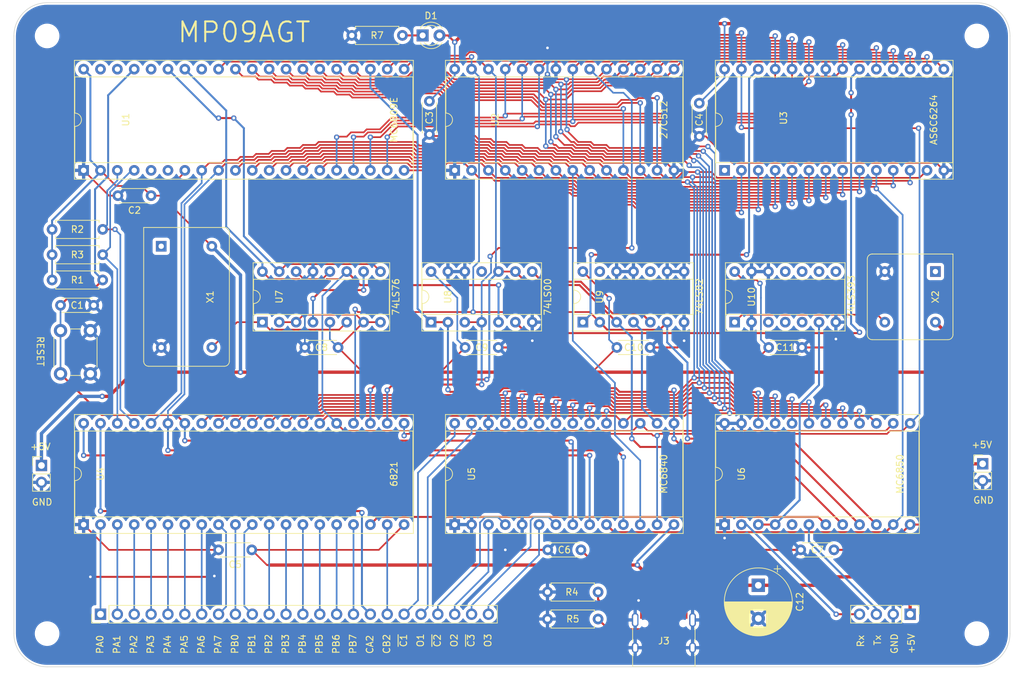
<source format=kicad_pcb>
(kicad_pcb (version 20240108) (generator "pcbnew") (generator_version "8.0")
  (title_block (title "MP09AGT") (date "2024-02-27") (rev "0.1"))
  (layers (0 "F.Cu" signal) (31 "B.Cu" power) (34 "B.Paste" user) (35 "F.Paste" user) (36 "B.SilkS" user "B.Silkscreen") (37 "F.SilkS" user "F.Silkscreen") (38 "B.Mask" user) (39 "F.Mask" user) (44 "Edge.Cuts" user))
  (net 0 "")
  (net 1 "VSS")
  (net 4 "VCC")
  (net 5 "/a0")
  (net 6 "/a1")
  (net 7 "/a2")
  (net 8 "/a3")
  (net 9 "/a4")
  (net 10 "/a5")
  (net 11 "/a6")
  (net 12 "/a7")
  (net 13 "/a8")
  (net 14 "/a9")
  (net 15 "/a10")
  (net 16 "/a11")
  (net 17 "/a12")
  (net 18 "/a13")
  (net 19 "/a14")
  (net 20 "/a15")
  (net 21 "/d7")
  (net 22 "/d6")
  (net 23 "/d5")
  (net 24 "/d4")
  (net 25 "/d3")
  (net 26 "/d2")
  (net 27 "/d1")
  (net 28 "/d0")
  (net 30 "E")
  (net 31 "Q")
  (net 35 "Net-(U2-~{CE})")
  (net 38 "Net-(U7A-C)")
  (net 39 "Net-(U7A-J)")
  (net 40 "Net-(U7A-~{Q})")
  (net 42 "R{slash}~{W}")
  (net 43 "Net-(U3-~{CE})")
  (net 44 "Net-(U3-CE2)")
  (net 45 "Net-(U5-CS1)")
  (net 46 "Net-(U8-Pad8)")
  (net 47 "/rst")
  (net 51 "Net-(U1-~{IRQ})")
  (net 52 "Net-(U1-~{FIRQ})")
  (net 53 "Net-(U4-CB1)")
  (net 54 "Net-(U4-CA1)")
  (net 55 "/ca2")
  (net 56 "/cb2")
  (net 57 "/pa0")
  (net 58 "/pa1")
  (net 59 "/pa2")
  (net 60 "/pa3")
  (net 61 "/pa4")
  (net 62 "/pa5")
  (net 63 "/pa6")
  (net 64 "/pa7")
  (net 65 "/pb0")
  (net 66 "/pb1")
  (net 67 "/pb2")
  (net 68 "/pb3")
  (net 69 "/pb4")
  (net 70 "/pb5")
  (net 71 "/pb6")
  (net 72 "/pb7")
  (net 73 "Net-(U10A-Q3)")
  (net 74 "Net-(U10A-CP)")
  (net 83 "Net-(J1-Pin_19)")
  (net 84 "Net-(J1-Pin_20)")
  (net 85 "Net-(J1-Pin_21)")
  (net 86 "Net-(J1-Pin_22)")
  (net 87 "Net-(J1-Pin_23)")
  (net 88 "Net-(J1-Pin_24)")
  (net 89 "Net-(J2-Pin_3)")
  (net 90 "Net-(J2-Pin_4)")
  (net 91 "Net-(J3-CC1)")
  (net 92 "Net-(J3-CC2)")
  (net 97 "Net-(D1-K)")
  (footprint "Resistor_THT:R_Axial_DIN0207_L6.3mm_D2.5mm_P7.62mm_Horizontal" (layer "F.Cu") (at 179.07 129.54 180)
    (property "Reference" "R4")
    (property "Value" "5k1" (hide yes))
  )
  (footprint "Package_DIP:DIP-14_W7.62mm_Socket" (layer "F.Cu") (at 153.919 88.9 90)
    (property "Reference" "U8")
    (property "Value" "74LS00")
  )
  (footprint "Package_DIP:DIP-40_W15.24mm_Socket" (layer "F.Cu") (at 101.6 119.38 90)
    (property "Reference" "U4")
    (property "Value" "6821")
  )
  (footprint "MountingHole:MountingHole_3.2mm_M3" (layer "F.Cu") (at 96.1 135.8)
    (property "Reference" "H2" (hide yes))
    (property "Value" "MountingHole")
  )
  (footprint "Package_DIP:DIP-28_W15.24mm_Socket" (layer "F.Cu") (at 157.48 66.04 90)
    (property "Reference" "U2")
    (property "Value" "27C512")
  )
  (footprint "Connector_PinHeader_2.54mm:PinHeader_1x24_P2.54mm_Vertical" (layer "F.Cu") (at 104.14 132.88 90)
    (property "Reference" "J1" (hide yes))
    (property "Value" "Conn_01x24_Pin" (hide yes))
  )
  (footprint "Capacitor_THT:C_Disc_D4.3mm_W1.9mm_P5.00mm" (layer "F.Cu") (at 153.67 55.626 -90)
    (property "Reference" "C3")
    (property "Value" "0.1u")
  )
  (footprint "Capacitor_THT:C_Disc_D4.3mm_W1.9mm_P5.00mm" (layer "F.Cu") (at 139.914 92.71 180)
    (property "Reference" "C8")
    (property "Value" "0.1u")
  )
  (footprint "Capacitor_THT:C_Disc_D4.3mm_W1.9mm_P5.00mm" (layer "F.Cu") (at 111.76 69.85 180)
    (property "Reference" "C2")
    (property "Value" "0.1u")
  )
  (footprint "Resistor_THT:R_Axial_DIN0207_L6.3mm_D2.5mm_P7.62mm_Horizontal" (layer "F.Cu") (at 96.85 82.55)
    (property "Reference" "R1")
    (property "Value" "1k")
  )
  (footprint "Package_DIP:DIP-14_W7.62mm_Socket" (layer "F.Cu") (at 199.639 88.9 90)
    (property "Reference" "U10")
    (property "Value" "74LS393")
  )
  (footprint "Capacitor_THT:C_Disc_D4.3mm_W1.9mm_P5.00mm" (layer "F.Cu") (at 181.904 92.71)
    (property "Reference" "C10")
    (property "Value" "0.1u" (hide yes))
  )
  (footprint "Resistor_THT:R_Axial_DIN0207_L6.3mm_D2.5mm_P7.62mm_Horizontal" (layer "F.Cu") (at 96.85 78.74)
    (property "Reference" "R3")
    (property "Value" "1k")
  )
  (footprint "Capacitor_THT:CP_Radial_D10.0mm_P5.00mm" (layer "F.Cu") (at 203.2 128.524 -90)
    (property "Reference" "C12")
    (property "Value" "100u")
  )
  (footprint "MountingHole:MountingHole_3.2mm_M3" (layer "F.Cu") (at 236.1 45.8)
    (property "Reference" "H4" (hide yes))
    (property "Value" "MountingHole")
  )
  (footprint "Package_DIP:DIP-28_W15.24mm_Socket" (layer "F.Cu") (at 157.48 119.38 90)
    (property "Reference" "U5")
    (property "Value" "MC6840")
  )
  (footprint "Connector_PinHeader_2.54mm:PinHeader_1x02_P2.54mm_Vertical" (layer "F.Cu") (at 236.982 110.231)
    (property "Reference" "J5" (hide yes))
    (property "Value" "Conn_01x02_Pin")
  )
  (footprint "Package_DIP:DIP-14_W7.62mm_Socket" (layer "F.Cu") (at 176.779 88.9 90)
    (property "Reference" "U9")
    (property "Value" "74LS02")
  )
  (footprint "Capacitor_THT:C_Disc_D4.3mm_W1.9mm_P5.00mm" (layer "F.Cu") (at 126.92 123.19 180)
    (property "Reference" "C5")
    (property "Value" "0.1u")
  )
  (footprint "Package_DIP:DIP-16_W7.62mm_Socket" (layer "F.Cu") (at 128.519 88.9 90)
    (property "Reference" "U7")
    (property "Value" "74LS76")
  )
  (footprint "Package_DIP:DIP-40_W15.24mm_Socket" (layer "F.Cu") (at 101.6 66.04 90)
    (property "Reference" "U1")
    (property "Value" "MC6809E")
  )
  (footprint "Capacitor_THT:C_Disc_D4.3mm_W1.9mm_P5.00mm" (layer "F.Cu") (at 176.49 123.19 180)
    (property "Reference" "C6")
    (property "Value" "0.1u")
  )
  (footprint "MountingHole:MountingHole_3.2mm_M3" (layer "F.Cu") (at 236.1 135.8)
    (property "Reference" "H3" (hide yes))
    (property "Value" "MountingHole")
  )
  (footprint "Resistor_THT:R_Axial_DIN0207_L6.3mm_D2.5mm_P7.62mm_Horizontal" (layer "F.Cu") (at 179.07 133.604 180)
    (property "Reference" "R5")
    (property "Value" "5k1" (hide yes))
  )
  (footprint "Connector_PinHeader_2.54mm:PinHeader_1x02_P2.54mm_Vertical" (layer "F.Cu") (at 95.25 110.485)
    (property "Reference" "J4" (hide yes))
    (property "Value" "Conn_01x02_Pin")
  )
  (footprint "Connector_USB:USB_C_Receptacle_HRO_TYPE-C-31-M-12" (layer "F.Cu") (at 188.976 136.872)
    (property "Reference" "J3")
    (property "Value" "USB_C_Receptacle_USB2.0_14P")
  )
  (footprint "Oscillator:Oscillator_DIP-14" (layer "F.Cu") (at 113.284 77.47 -90)
    (property "Reference" "X1")
    (property "Value" "ACO-4MHz")
  )
  (footprint "MountingHole:MountingHole_3.2mm_M3" (layer "F.Cu") (at 96.1 45.8)
    (property "Reference" "H1" (hide yes))
    (property "Value" "MountingHole")
  )
  (footprint "Resistor_THT:R_Axial_DIN0207_L6.3mm_D2.5mm_P7.62mm_Horizontal" (layer "F.Cu") (at 96.85 74.93)
    (property "Reference" "R2")
    (property "Value" "1k")
  )
  (footprint "Connector_PinHeader_2.54mm:PinHeader_1x04_P2.54mm_Vertical" (layer "F.Cu") (at 226.06 132.88 -90)
    (property "Reference" "J2" (hide yes))
    (property "Value" "Conn_01x04_Pin")
  )
  (footprint "Button_Switch_THT:SW_PUSH_6mm" (layer "F.Cu") (at 98.12 96.67 90)
    (property "Reference" "SW1" (hide yes))
    (property "Value" "RESET" (hide yes))
  )
  (footprint "Package_DIP:DIP-28_W15.24mm_Socket" (layer "F.Cu") (at 198.12 66.04 90)
    (property "Reference" "U3")
    (property "Value" "AS6C6264")
  )
  (footprint "Capacitor_THT:C_Disc_D4.3mm_W1.9mm_P5.00mm" (layer "F.Cu") (at 159.044 92.71)
    (property "Reference" "C9")
    (property "Value" "0.1u" (hide yes))
  )
  (footprint "LED_THT:LED_D3.0mm" (layer "F.Cu") (at 152.649 45.72)
    (property "Reference" "D1")
    (property "Value" "LED")
  )
  (footprint "Capacitor_THT:C_Disc_D4.3mm_W1.9mm_P5.00mm" (layer "F.Cu") (at 204.764 92.71)
    (property "Reference" "C11")
    (property "Value" "0.1u" (hide yes))
  )
  (footprint "Capacitor_THT:C_Disc_D4.3mm_W1.9mm_P5.00mm" (layer "F.Cu") (at 214.59 123.19 180)
    (property "Reference" "C7")
    (property "Value" "0.1u")
  )
  (footprint "Capacitor_THT:C_Disc_D4.3mm_W1.9mm_P5.00mm" (layer "F.Cu") (at 103.12 86.36 180)
    (property "Reference" "C1")
    (property "Value" "0.1u")
  )
  (footprint "Capacitor_THT:C_Disc_D4.3mm_W1.9mm_P5.00mm" (layer "F.Cu") (at 194.31 55.92 -90)
    (property "Reference" "C4")
    (property "Value" "0.1u")
  )
  (footprint "Package_DIP:DIP-24_W15.24mm_Socket" (layer "F.Cu") (at 198.12 119.38 90)
    (property "Reference" "U6")
    (property "Value" "MC6850")
  )
  (footprint "Oscillator:Oscillator_DIP-8" (layer "F.Cu") (at 229.87 81.28 180)
    (property "Reference" "X2")
    (property "Value" "ACO-2.4576MHz")
  )
  (footprint "Resistor_THT:R_Axial_DIN0207_L6.3mm_D2.5mm_P7.62mm_Horizontal" (layer "F.Cu") (at 141.986 45.72)
    (property "Reference" "R7")
    (property "Value" "220")
  )
  (gr_line (start 241.1 45.8) (end 241.1 135.8) (stroke (width 0.1)) (layer "Edge.Cuts"))
  (gr_arc (start 241.1 135.8) (mid 239.635534 139.335534) (end 236.1 140.8) (stroke (width 0.1)) (layer "Edge.Cuts"))
  (gr_arc (start 96.1 140.8) (mid 92.564466 139.335534) (end 91.1 135.8) (stroke (width 0.1)) (layer "Edge.Cuts"))
  (gr_arc (start 91.1 45.8) (mid 92.564466 42.264466) (end 96.1 40.8) (stroke (width 0.1)) (layer "Edge.Cuts"))
  (gr_arc (start 236.1 40.8) (mid 239.635534 42.264466) (end 241.1 45.8) (stroke (width 0.1)) (layer "Edge.Cuts"))
  (gr_line (start 91.1 45.8) (end 91.1 135.8) (stroke (width 0.1)) (layer "Edge.Cuts"))
  (gr_line (start 236.1 140.8) (end 96.1 140.8) (stroke (width 0.1)) (layer "Edge.Cuts"))
  (gr_line (start 96.1 40.8) (end 236.1 40.8) (stroke (width 0.1)) (layer "Edge.Cuts"))
  (gr_text "PB1" (at 127.508 138.938 90) (layer "F.SilkS") (effects (font (size 1 1)) (justify left bottom)))
  (gr_text "PA5" (at 117.348 138.938 90) (layer "F.SilkS") (effects (font (size 1 1)) (justify left bottom)))
  (gr_text "RESET" (at 94.488 90.932 -90) (layer "F.SilkS") (effects (font (size 1 1)) (justify left bottom)))
  (gr_text "GND" (at 93.726 116.586 0) (layer "F.SilkS") (effects (font (size 1 1)) (justify left bottom)))
  (gr_text "Tx" (at 221.742 137.668 90) (layer "F.SilkS") (effects (font (size 1 1)) (justify left bottom)))
  (gr_text "GND" (at 224.282 138.938 90) (layer "F.SilkS") (effects (font (size 1 1)) (justify left bottom)))
  (gr_text "PB3" (at 132.588 138.938 90) (layer "F.SilkS") (effects (font (size 1 1)) (justify left bottom)))
  (gr_text "+5V" (at 93.472 108.235061 0) (layer "F.SilkS") (effects (font (size 1 1)) (justify left bottom)))
  (gr_text "PA7" (at 122.428 138.938 90) (layer "F.SilkS") (effects (font (size 1 1)) (justify left bottom)))
  (gr_text "O1" (at 152.908 137.922 90) (layer "F.SilkS") (effects (font (size 1 1)) (justify left bottom)))
  (gr_text "PA1" (at 107.188 138.938 90) (layer "F.SilkS") (effects (font (size 1 1)) (justify left bottom)))
  (gr_text "~{C3}" (at 160.528 137.922 90) (layer "F.SilkS") (effects (font (size 1 1)) (justify left bottom)))
  (gr_text "O2" (at 157.988 137.922 90) (layer "F.SilkS") (effects (font (size 1 1)) (justify left bottom)))
  (gr_text "PA2" (at 109.728 138.938 90) (layer "F.SilkS") (effects (font (size 1 1)) (justify left bottom)))
  (gr_text "PA3" (at 112.268 138.938 90) (layer "F.SilkS") (effects (font (size 1 1)) (justify left bottom)))
  (gr_text "+5V" (at 226.822 138.938 90) (layer "F.SilkS") (effects (font (size 1 1)) (justify left bottom)))
  (gr_text "CB2" (at 147.828 138.938 90) (layer "F.SilkS") (effects (font (size 1 1)) (justify left bottom)))
  (gr_text "PB6" (at 140.208 138.938 90) (layer "F.SilkS") (effects (font (size 1 1)) (justify left bottom)))
  (gr_text "PB5" (at 137.668 138.938 90) (layer "F.SilkS") (effects (font (size 1 1)) (justify left bottom)))
  (gr_text "O3" (at 163.068 137.922 90) (layer "F.SilkS") (effects (font (size 1 1)) (justify left bottom)))
  (gr_text "PA6" (at 119.888 138.938 90) (layer "F.SilkS") (effects (font (size 1 1)) (justify left bottom)))
  (gr_text "PA4" (at 114.808 138.938 90) (layer "F.SilkS") (effects (font (size 1 1)) (justify left bottom)))
  (gr_text "~{C1}" (at 150.368 137.922 90) (layer "F.SilkS") (effects (font (size 1 1)) (justify left bottom)))
  (gr_text "PB0" (at 124.968 138.938 90) (layer "F.SilkS") (effects (font (size 1 1)) (justify left bottom)))
  (gr_text "PB2" (at 130.048 138.938 90) (layer "F.SilkS") (effects (font (size 1 1)) (justify left bottom)))
  (gr_text "GND" (at 235.493441 116.300939 0) (layer "F.SilkS") (effects (font (size 1 1)) (justify left bottom)))
  (gr_text "Rx" (at 219.202 137.922 90) (layer "F.SilkS") (effects (font (size 1 1)) (justify left bottom)))
  (gr_text "PA0" (at 104.648 138.938 90) (layer "F.SilkS") (effects (font (size 1 1)) (justify left bottom)))
  (gr_text "+5V" (at 235.239441 107.95 0) (layer "F.SilkS") (effects (font (size 1 1)) (justify left bottom)))
  (gr_text "CA2" (at 145.288 138.938 90) (layer "F.SilkS") (effects (font (size 1 1)) (justify left bottom)))
  (gr_text "PB4" (at 135.128 138.938 90) (layer "F.SilkS") (effects (font (size 1 1)) (justify left bottom)))
  (gr_text "MP09AGT" (at 115.57 46.99 0) (layer "F.SilkS") (effects (font (size 3 3) (thickness 0.3)) (justify left bottom)))
  (gr_text "PB7" (at 142.748 138.938 90) (layer "F.SilkS") (effects (font (size 1 1)) (justify left bottom)))
  (gr_text "~{C2}" (at 155.448 137.922 90) (layer "F.SilkS") (effects (font (size 1 1)) (justify left bottom)))
  (segment (start 159.766 123.19) (end 157.48 120.904) (width 0.3) (layer "F.Cu") (net 1))
  (segment (start 185.166 130.81) (end 185.726 131.37) (width 0.5) (layer "F.Cu") (net 1))
  (segment (start 168.148 92.71) (end 169.164 91.694) (width 0.3) (layer "F.Cu") (net 1))
  (segment (start 214.884 91.44) (end 213.614 92.71) (width 0.3) (layer "F.Cu") (net 1))
  (segment (start 199.281 64.915) (end 230.015 64.915) (width 0.25) (layer "F.Cu") (net 1))
  (segment (start 199.898 123.19) (end 209.59 123.19) (width 0.3) (layer "F.Cu") (net 1))
  (segment (start 121.158 127.254) (end 102.616 127.254) (width 0.3) (layer "F.Cu") (net 1))
  (segment (start 165.279772 61.765) (end 165.729772 62.215) (width 0.25) (layer "F.Cu") (net 1))
  (segment (start 193.548 130.302) (end 199.978 130.302) (width 0.5) (layer "F.Cu") (net 1))
  (segment (start 192.226 132.827) (end 192.226 131.624) (width 0.5) (layer "F.Cu") (net 1))
  (segment (start 174.694188 63.565) (end 175.144188 64.015) (width 0.25) (layer "F.Cu") (net 1))
  (segment (start 169.98698 62.665) (end 170.43698 63.115) (width 0.25) (layer "F.Cu") (net 1))
  (segment (start 163.376168 61.765) (end 165.279772 61.765) (width 0.25) (layer "F.Cu") (net 1))
  (segment (start 179.851396 64.915) (end 189.375 64.915) (width 0.25) (layer "F.Cu") (net 1))
  (segment (start 165.1 123.19) (end 159.766 123.19) (width 0.3) (layer "F.Cu") (net 1))
  (segment (start 194.31 60.92) (end 195.286 60.92) (width 0.25) (layer "F.Cu") (net 1))
  (segment (start 172.340584 63.115) (end 172.790584 63.565) (width 0.25) (layer "F.Cu") (net 1))
  (segment (start 172.790584 63.565) (end 174.694188 63.565) (width 0.25) (layer "F.Cu") (net 1))
  (segment (start 230.015 64.915) (end 231.14 66.04) (width 0.25) (layer "F.Cu") (net 1))
  (segment (start 160.572564 60.865) (end 161.022564 61.315) (width 0.25) (layer "F.Cu") (net 1))
  (segment (start 168.083376 62.665) (end 169.98698 62.665) (width 0.25) (layer "F.Cu") (net 1))
  (segment (start 161.022564 61.315) (end 162.926168 61.315) (width 0.25) (layer "F.Cu") (net 1))
  (segment (start 171.49 123.19) (end 165.1 123.19) (width 0.3) (layer "F.Cu") (net 1))
  (segment (start 199.978 130.302) (end 203.2 133.524) (width 0.5) (layer "F.Cu") (net 1))
  (segment (start 189.375 64.915) (end 190.5 66.04) (width 0.25) (layer "F.Cu") (net 1))
  (segment (start 105.41 123.19) (end 101.6 119.38) (width 0.25) (layer "F.Cu") (net 1))
  (segment (start 186.904 92.71) (end 191.008 92.71) (width 0.3) (layer "F.Cu") (net 1))
  (segment (start 164.044 92.71) (end 168.148 92.71) (width 0.3) (layer "F.Cu") (net 1))
  (segment (start 213.614 92.71) (end 209.764 92.71) (width 0.3) (layer "F.Cu") (net 1))
  (segment (start 105.41 69.85) (end 101.6 66.04) (width 0.25) (layer "F.Cu") (net 1))
  (segment (start 121.92 123.19) (end 105.41 123.19) (width 0.25) (layer "F.Cu") (net 1))
  (segment (start 198.12 121.412) (end 199.898 123.19) (width 0.3) (layer "F.Cu") (net 1))
  (segment (start 165.729772 62.215) (end 167.633376 62.215) (width 0.25) (layer "F.Cu") (net 1))
  (segment (start 185.726 131.37) (end 185.726 132.827) (width 0.5) (layer "F.Cu") (net 1))
  (segment (start 179.401396 64.465) (end 179.851396 64.915) (width 0.25) (layer "F.Cu") (net 1))
  (segment (start 162.926168 61.315) (end 163.376168 61.765) (width 0.25) (layer "F.Cu") (net 1))
  (segment (start 157.48 120.904) (end 157.48 119.38) (width 0.3) (layer "F.Cu") (net 1))
  (segment (start 153.909 60.865) (end 160.572564 60.865) (width 0.25) (layer "F.Cu") (net 1))
  (segment (start 177.047792 64.015) (end 177.497792 64.465) (width 0.25) (layer "F.Cu") (net 1))
  (segment (start 167.633376 62.215) (end 168.083376 62.665) (width 0.25) (layer "F.Cu") (net 1))
  (segment (start 153.67 60.626) (end 153.909 60.865) (width 0.25) (layer "F.Cu") (net 1))
  (segment (start 191.008 92.71) (end 192.024 91.694) (width 0.3) (layer "F.Cu") (net 1))
  (segment (start 195.286 60.92) (end 199.281 64.915) (width 0.25) (layer "F.Cu") (net 1))
  (segment (start 175.144188 64.015) (end 177.047792 64.015) (width 0.25) (layer "F.Cu") (net 1))
  (segment (start 121.285 127.127) (end 121.158 127.254) (width 0.3) (layer "F.Cu") (net 1))
  (segment (start 170.43698 63.115) (end 172.340584 63.115) (width 0.25) (layer "F.Cu") (net 1))
  (segment (start 192.226 131.624) (end 193.548 130.302) (width 0.5) (layer "F.Cu") (net 1))
  (segment (start 177.497792 64.465) (end 179.401396 64.465) (width 0.25) (layer "F.Cu") (net 1))
  (segment (start 106.76 69.85) (end 105.41 69.85) (width 0.25) (layer "F.Cu") (net 1))
  (via (at 169.164 91.694) (size 0.8) (drill 0.4) (layers "F.Cu" "B.Cu") (net 1))
  (via (at 192.024 91.694) (size 0.8) (drill 0.4) (layers "F.Cu" "B.Cu") (net 1))
  (via (at 171.45 47.6) (size 0.8) (drill 0.4) (layers "F.Cu" "B.Cu") (net 1))
  (via (at 102.616 127.254) (size 0.8) (drill 0.4) (layers "F.Cu" "B.Cu") (net 1))
  (via (at 198.12 121.412) (size 0.8) (drill 0.4) (layers "F.Cu" "B.Cu") (net 1))
  (via (at 185.166 130.81) (size 0.8) (drill 0.4) (layers "F.Cu" "B.Cu") (net 1))
  (via (at 121.285 127.127) (size 0.8) (drill 0.4) (layers "F.Cu" "B.Cu") (net 1))
  (via (at 165.1 123.19) (size 0.8) (drill 0.4) (layers "F.Cu" "B.Cu") (net 1))
  (via (at 214.884 91.44) (size 0.8) (drill 0.4) (layers "F.Cu" "B.Cu") (net 1))
  (via (at 171.45 51.562) (size 0.8) (drill 0.4) (layers "F.Cu" "B.Cu") (net 1))
  (segment (start 198.12 119.38) (end 198.12 121.412) (width 0.3) (layer "B.Cu") (net 1))
  (segment (start 134.914 82.505) (end 136.139 81.28) (width 0.25) (layer "B.Cu") (net 1))
  (segment (start 214.884 91.44) (end 214.884 88.905) (width 0.3) (layer "B.Cu") (net 1))
  (segment (start 169.164 91.694) (end 169.164 88.905) (width 0.3) (layer "B.Cu") (net 1))
  (segment (start 134.914 92.71) (end 134.914 82.505) (width 0.25) (layer "B.Cu") (net 1))
  (segment (start 192.024 91.694) (end 192.024 88.905) (width 0.3) (layer "B.Cu") (net 1))
  (segment (start 171.45 47.6) (end 171.45 51.562) (width 0.3) (layer "B.Cu") (net 1))
  (segment (start 214.884 88.905) (end 214.879 88.9) (width 0.3) (layer "B.Cu") (net 1))
  (segment (start 169.164 88.905) (end 169.159 88.9) (width 0.3) (layer "B.Cu") (net 1))
  (segment (start 192.024 88.905) (end 192.019 88.9) (width 0.3) (layer "B.Cu") (net 1))
  (segment (start 212.852 127.254) (end 211.582 128.524) (width 0.5) (layer "F.Cu") (net 4))
  (segment (start 228.6 43.942) (end 198.12 43.942) (width 0.5) (layer "F.Cu") (net 4))
  (segment (start 226.06 119.38) (end 233.934 119.38) (width 0.3) (layer "F.Cu") (net 4))
  (segment (start 204.764 92.71) (end 201.042 96.432) (width 0.25) (layer "F.Cu") (net 4))
  (segment (start 129.206 125.476) (end 126.92 123.19) (width 0.25) (layer "F.Cu") (net 4))
  (segment (start 126.92 123.19) (end 146.05 123.19) (width 0.25) (layer "F.Cu") (net 4))
  (segment (start 236.982 110.231) (end 234.955 110.231) (width 0.5) (layer "F.Cu") (net 4))
  (segment (start 234.95 96.52) (end 234.95 93.98) (width 0.5) (layer "F.Cu") (net 4))
  (segment (start 234.95 50.292) (end 228.6 43.942) (width 0.5) (layer "F.Cu") (net 4))
  (segment (start 200.914 96.432) (end 234.862 96.432) (width 0.5) (layer "F.Cu") (net 4))
  (segment (start 113.284 69.85) (end 116.84 66.294) (width 0.25) (layer "F.Cu") (net 4))
  (segment (start 129.54 125.476) (end 129.206 125.476) (width 0.25) (layer "F.Cu") (net 4))
  (segment (start 143.636 96.432) (end 139.914 92.71) (width 0.25) (layer "F.Cu") (net 4))
  (segment (start 226.06 127.254) (end 212.852 127.254) (width 0.5) (layer "F.Cu") (net 4))
  (segment (start 191.426 131.43405) (end 194.33605 128.524) (width 0.5) (layer "F.Cu") (net 4))
  (segment (start 142.634 87.775) (end 134.724 87.775) (width 0.25) (layer "F.Cu") (net 4))
  (segment (start 214.59 123.19) (end 222.25 123.19) (width 0.3) (layer "F.Cu") (net 4))
  (segment (start 234.95 74.168) (end 234.95 50.292) (width 0.5) (layer "F.Cu") (net 4))
  (segment (start 155.194 96.432) (end 178.054 96.432) (width 0.5) (layer "F.Cu") (net 4))
  (segment (start 178.816 125.476) (end 184.990974 125.476) (width 0.5) (layer "F.Cu") (net 4))
  (segment (start 178.776 125.476) (end 178.816 125.476) (width 0.3) (layer "F.Cu") (net 4))
  (segment (start 116.84 66.294) (end 116.84 66.04) (width 0.25) (layer "F.Cu") (net 4))
  (segment (start 234.955 110.231) (end 234.95 110.236) (width 0.5) (layer "F.Cu") (net 4))
  (segment (start 201.042 96.432) (end 200.914 96.432) (width 0.25) (layer "F.Cu") (net 4))
  (segment (start 234.95 93.98) (end 234.95 74.168) (width 0.5) (layer "F.Cu") (net 4))
  (segment (start 178.182 96.432) (end 178.054 96.432) (width 0.25) (layer "F.Cu") (net 4))
  (segment (start 234.95 110.236) (end 234.95 96.52) (width 0.5) (layer "F.Cu") (net 4))
  (segment (start 143.759 88.9) (end 146.299 88.9) (width 0.25) (layer "F.Cu") (net 4))
  (segment (start 203.454 83.058) (end 202.946 82.55) (width 0.25) (layer "F.Cu") (net 4))
  (segment (start 178.054 96.432) (end 200.914 96.432) (width 0.5) (layer "F.Cu") (net 4))
  (segment (start 155.322 96.432) (end 155.194 96.432) (width 0.25) (layer "F.Cu") (net 4))
  (segment (start 156.464 45.72) (end 157.48 46.736) (width 0.3) (layer "F.Cu") (net 4))
  (segment (start 134.724 87.775) (end 133.599 88.9) (width 0.25) (layer "F.Cu") (net 4))
  (segment (start 234.862 96.432) (end 234.95 96.52) (width 0.5) (layer "F.Cu") (net 4))
  (segment (start 180.734 85.235) (end 176.779 81.28) (width 0.25) (layer "F.Cu") (net 4))
  (segment (start 180.734 85.344) (end 180.734 85.235) (width 0.25) (layer "F.Cu") (net 4))
  (segment (start 106.488802 68.388802) (end 104.14 66.04) (width 0.25) (layer "F.Cu") (net 4))
  (segment (start 229.997 123.317) (end 233.934 119.38) (width 0.5) (layer "F.Cu") (net 4))
  (segment (start 113.284 69.85) (end 120.904 77.47) (width 0.25) (layer "F.Cu") (net 4))
  (segment (start 186.526 127.011026) (end 184.990974 125.476) (width 0.5) (layer "F.Cu") (net 4))
  (segment (start 176.49 123.19) (end 178.776 125.476) (width 0.3) (layer "F.Cu") (net 4))
  (segment (start 200.909 82.55) (end 199.639 81.28) (width 0.25) (layer "F.Cu") (net 4))
  (segment (start 111.76 69.85) (end 113.284 69.85) (width 0.25) (layer "F.Cu") (net 4))
  (segment (start 191.426 132.827) (end 191.426 131.43405) (width 0.5) (layer "F.Cu") (net 4))
  (segment (start 198.12 43.942) (end 160.274 43.942) (width 0.5) (layer "F.Cu") (net 4))
  (segment (start 159.044 92.71) (end 155.322 96.432) (width 0.25) (layer "F.Cu") (net 4))
  (segment (start 222.25 123.19) (end 226.06 119.38) (width 0.3) (layer "F.Cu") (net 4))
  (segment (start 104.394 100.076) (end 105.41 100.076) (width 0.5) (layer "F.Cu") (net 4))
  (segment (start 186.526 132.827) (end 186.476 132.777) (width 0.5) (layer "F.Cu") (net 4))
  (segment (start 202.946 82.55) (end 200.909 82.55) (width 0.25) (layer "F.Cu") (net 4))
  (segment (start 229.87 88.9) (end 234.95 93.98) (width 0.5) (layer "F.Cu") (net 4))
  (segment (start 110.298802 68.388802) (end 106.488802 68.388802) (width 0.25) (layer "F.Cu") (net 4))
  (segment (start 155.189 45.72) (end 156.464 45.72) (width 0.3) (layer "F.Cu") (net 4))
  (segment (start 146.05 123.19) (end 149.86 119.38) (width 0.25) (layer "F.Cu") (net 4))
  (segment (start 211.582 128.524) (end 203.2 128.524) (width 0.5) (layer "F.Cu") (net 4))
  (segment (start 105.41 100.076) (end 109.054 96.432) (width 0.5) (layer "F.Cu") (net 4))
  (segment (start 139.949 92.71) (end 139.914 92.71) (width 0.25) (layer "F.Cu") (net 4))
  (segment (start 129.54 125.476) (end 178.816 125.476) (width 0.5) (layer "F.Cu") (net 4))
  (segment (start 226.06 127.254) (end 229.997 123.317) (width 0.5) (layer "F.Cu") (net 4))
  (segment (start 143.636 96.432) (end 155.194 96.432) (width 0.5) (layer "F.Cu") (net 4))
  (segment (start 111.76 69.85) (end 110.298802 68.388802) (width 0.25) (layer "F.Cu") (net 4))
  (segment (start 181.904 92.71) (end 178.182 96.432) (width 0.25) (layer "F.Cu") (net 4))
  (segment (start 226.06 132.88) (end 226.06 127.254) (width 0.5) (layer "F.Cu") (net 4))
  (segment (start 143.759 88.9) (end 139.949 92.71) (width 0.25) (layer "F.Cu") (net 4))
  (segment (start 160.274 43.942) (end 157.48 46.736) (width 0.5) (layer "F.Cu") (net 4))
  (segment (start 143.759 88.9) (end 142.634 87.775) (width 0.25) (layer "F.Cu") (net 4))
  (segment (start 194.33605 128.524) (end 203.2 128.524) (width 0.5) (layer "F.Cu") (net 4))
  (segment (start 109.054 96.432) (end 143.636 96.432) (width 0.5) (layer "F.Cu") (net 4))
  (segment (start 234.95 118.364) (end 234.95 110.236) (width 0.5) (layer "F.Cu") (net 4))
  (segment (start 131.059 88.9) (end 133.599 88.9) (width 0.25) (layer "F.Cu") (net 4))
  (segment (start 233.934 119.38) (end 234.95 118.364) (width 0.5) (layer "F.Cu") (net 4))
  (segment (start 186.526 132.827) (end 186.526 127.011026) (width 0.5) (layer "F.Cu") (net 4))
  (via (at 184.990974 125.476) (size 0.8) (drill 0.4) (layers "F.Cu" "B.Cu") (net 4))
  (via (at 198.12 43.942) (size 0.8) (drill 0.4) (layers "F.Cu" "B.Cu") (net 4))
  (via (at 125.222 96.432) (size 0.8) (drill 0.4) (layers "F.Cu" "B.Cu") (net 4))
  (via (at 104.394 100.076) (size 0.8) (drill 0.4) (layers "F.Cu" "B.Cu") (net 4))
  (via (at 203.454 83.058) (size 0.8) (drill 0.4) (layers "F.Cu" "B.Cu") (net 4))
  (via (at 157.48 46.736) (size 0.8) (drill 0.4) (layers "F.Cu" "B.Cu") (net 4))
  (via (at 180.734 85.344) (size 0.8) (drill 0.4) (layers "F.Cu" "B.Cu") (net 4))
  (segment (start 204.764 92.71) (end 203.594 91.54) (width 0.25) (layer "B.Cu") (net 4))
  (segment (start 104.14 66.294) (end 96.85 73.584) (width 0.3) (layer "B.Cu") (net 4))
  (segment (start 125.222 81.788) (end 120.904 77.47) (width 0.5) (layer "B.Cu") (net 4))
  (segment (start 138.679 91.475) (end 139.914 92.71) (width 0.25) (layer "B.Cu") (net 4))
  (segment (start 157.48 51.816) (end 157.48 50.8) (width 0.25) (layer "B.Cu") (net 4))
  (segment (start 194.31 55.92) (end 198.12 52.11) (width 0.25) (layer "B.Cu") (net 4))
  (segment (start 198.12 50.8) (end 198.12 43.942) (width 0.25) (layer "B.Cu") (net 4))
  (segment (start 180.734 91.54) (end 181.904 92.71) (width 0.25) (layer "B.Cu") (net 4))
  (segment (start 190.5 119.38) (end 184.990974 124.889026) (width 0.3) (layer "B.Cu") (net 4))
  (segment (start 203.594 91.54) (end 203.594 85.235) (width 0.25) (layer "B.Cu") (net 4))
  (segment (start 184.990974 124.889026) (end 184.990974 125.476) (width 0.3) (layer "B.Cu") (net 4))
  (segment (start 203.594 85.235) (end 203.594 83.198) (width 0.25) (layer "B.Cu") (net 4))
  (segment (start 159.044 92.71) (end 157.874 91.54) (width 0.25) (layer "B.Cu") (net 4))
  (segment (start 102.616 64.516) (end 104.14 66.04) (width 0.3) (layer "B.Cu") (net 4))
  (segment (start 96.85 78.74) (end 96.85 82.55) (width 0.25) (layer "B.Cu") (net 4))
  (segment (start 95.25 110.485) (end 95.25 105.664) (width 0.5) (layer "B.Cu") (net 4))
  (segment (start 96.85 73.584) (end 96.85 74.93) (width 0.3) (layer "B.Cu") (net 4))
  (segment (start 198.12 52.11) (end 198.12 50.8) (width 0.25) (layer "B.Cu") (net 4))
  (segment (start 157.48 50.8) (end 157.48 46.736) (width 0.25) (layer "B.Cu") (net 4))
  (segment (start 96.85 74.93) (end 96.85 78.74) (width 0.25) (layer "B.Cu") (net 4))
  (segment (start 180.734 85.344) (end 180.734 91.54) (width 0.25) (layer "B.Cu") (net 4))
  (segment (start 102.616 51.816) (end 102.616 64.516) (width 0.3) (layer "B.Cu") (net 4))
  (segment (start 138.679 88.9) (end 138.679 91.475) (width 0.25) (layer "B.Cu") (net 4))
  (segment (start 203.594 83.198) (end 203.454 83.058) (width 0.25) (layer "B.Cu") (net 4))
  (segment (start 153.67 55.626) (end 157.48 51.816) (width 0.25) (layer "B.Cu") (net 4))
  (segment (start 157.874 85.235) (end 153.919 81.28) (width 0.25) (layer "B.Cu") (net 4))
  (segment (start 125.222 96.432) (end 125.222 81.788) (width 0.5) (layer "B.Cu") (net 4))
  (segment (start 101.6 50.8) (end 102.616 51.816) (width 0.3) (layer "B.Cu") (net 4))
  (segment (start 95.25 105.664) (end 100.838 100.076) (width 0.5) (layer "B.Cu") (net 4))
  (segment (start 104.14 66.04) (end 104.14 66.294) (width 0.3) (layer "B.Cu") (net 4))
  (segment (start 100.838 100.076) (end 104.394 100.076) (width 0.5) (layer "B.Cu") (net 4))
  (segment (start 157.874 91.54) (end 157.874 85.235) (width 0.25) (layer "B.Cu") (net 4))
  (segment (start 127.115812 64.015) (end 127.565812 63.565) (width 0.25) (layer "F.Cu") (net 5))
  (segment (start 122.858604 64.465) (end 124.762208 64.465) (width 0.25) (layer "F.Cu") (net 5))
  (segment (start 153.854832 62.324) (end 154.863832 61.315) (width 0.25) (layer "F.Cu") (net 5))
  (segment (start 186.172208 68.065) (end 185.722208 67.615) (width 0.25) (layer "F.Cu") (net 5))
  (segment (start 136.980228 61.765) (end 151.630763 61.765) (width 0.25) (layer "F.Cu") (net 5))
  (segment (start 122.408604 64.915) (end 122.858604 64.465) (width 0.25) (layer "F.Cu") (net 5))
  (segment (start 165.543376 62.665) (end 167.44698 62.665) (width 0.25) (layer "F.Cu") (net 5))
  (segment (start 131.82302 63.115) (end 132.27302 62.665) (width 0.25) (layer "F.Cu") (net 5))
  (segment (start 220.98 68.79) (end 220.705 68.515) (width 0.25) (layer "F.Cu") (net 5))
  (segment (start 170.250584 63.565) (end 172.154188 63.565) (width 0.25) (layer "F.Cu") (net 5))
  (segment (start 124.762208 64.465) (end 125.212208 64.015) (width 0.25) (layer "F.Cu") (net 5))
  (segment (start 183.818604 67.615) (end 183.368604 67.165) (width 0.25) (layer "F.Cu") (net 5))
  (segment (start 151.630763 61.765) (end 152.189763 62.324) (width 0.25) (layer "F.Cu") (net 5))
  (segment (start 120.505 64.915) (end 122.408604 64.915) (width 0.25) (layer "F.Cu") (net 5))
  (segment (start 169.800584 63.115) (end 170.250584 63.565) (width 0.25) (layer "F.Cu") (net 5))
  (segment (start 172.604188 64.015) (end 174.507792 64.015) (width 0.25) (layer "F.Cu") (net 5))
  (segment (start 134.626624 62.215) (end 136.530228 62.215) (width 0.25) (layer "F.Cu") (net 5))
  (segment (start 185.722208 67.615) (end 183.818604 67.615) (width 0.25) (layer "F.Cu") (net 5))
  (segment (start 152.189763 62.324) (end 153.854832 62.324) (width 0.25) (layer "F.Cu") (net 5))
  (segment (start 160.836168 61.765) (end 162.739772 61.765) (width 0.25) (layer "F.Cu") (net 5))
  (segment (start 188.525812 68.515) (end 188.075812 68.065) (width 0.25) (layer "F.Cu") (net 5))
  (segment (start 181.465 67.165) (end 180.34 66.04) (width 0.25) (layer "F.Cu") (net 5))
  (segment (start 188.075812 68.065) (end 186.172208 68.065) (width 0.25) (layer "F.Cu") (net 5))
  (segment (start 136.530228 62.215) (end 136.980228 61.765) (width 0.25) (layer "F.Cu") (net 5))
  (segment (start 165.093376 62.215) (end 165.543376 62.665) (width 0.25) (layer "F.Cu") (net 5))
  (segment (start 177.311396 64.915) (end 179.215 64.915) (width 0.25) (layer "F.Cu") (net 5))
  (segment (start 162.739772 61.765) (end 163.189772 62.215) (width 0.25) (layer "F.Cu") (net 5))
  (segment (start 163.189772 62.215) (end 165.093376 62.215) (width 0.25) (layer "F.Cu") (net 5))
  (segment (start 179.215 64.915) (end 180.34 66.04) (width 0.25) (layer "F.Cu") (net 5))
  (segment (start 183.368604 67.165) (end 181.465 67.165) (width 0.25) (layer "F.Cu") (net 5))
  (segment (start 167.89698 63.115) (end 169.800584 63.115) (width 0.25) (layer "F.Cu") (net 5))
  (segment (start 176.861396 64.465) (end 177.311396 64.915) (width 0.25) (layer "F.Cu") (net 5))
  (segment (start 181.49 120.53) (end 180.34 119.38) (width 0.3) (layer "F.Cu") (net 5))
  (segment (start 127.565812 63.565) (end 129.469416 63.565) (width 0.25) (layer "F.Cu") (net 5))
  (segment (start 220.705 68.515) (end 188.525812 68.515) (width 0.25) (layer "F.Cu") (net 5))
  (segment (start 129.919416 63.115) (end 131.82302 63.115) (width 0.25) (layer "F.Cu") (net 5))
  (segment (start 134.176624 62.665) (end 134.626624 62.215) (width 0.25) (layer "F.Cu") (net 5))
  (segment (start 167.44698 62.665) (end 167.89698 63.115) (width 0.25) (layer "F.Cu") (net 5))
  (segment (start 119.38 66.04) (end 120.505 64.915) (width 0.25) (layer "F.Cu") (net 5))
  (segment (start 160.386168 61.315) (end 160.836168 61.765) (width 0.25) (layer "F.Cu") (net 5))
  (segment (start 223.52 119.38) (end 222.37 120.53) (width 0.3) (layer "F.Cu") (net 5))
  (segment (start 132.27302 62.665) (end 134.176624 62.665) (width 0.25) (layer "F.Cu") (net 5))
  (segment (start 129.469416 63.565) (end 129.919416 63.115) (width 0.25) (layer "F.Cu") (net 5))
  (segment (start 125.212208 64.015) (end 127.115812 64.015) (width 0.25) (layer "F.Cu") (net 5))
  (segment (start 174.507792 64.015) (end 174.957792 64.465) (width 0.25) (layer "F.Cu") (net 5))
  (segment (start 174.957792 64.465) (end 176.861396 64.465) (width 0.25) (layer "F.Cu") (net 5))
  (segment (start 154.863832 61.315) (end 160.386168 61.315) (width 0.25) (layer "F.Cu") (net 5))
  (segment (start 222.37 120.53) (end 181.49 120.53) (width 0.3) (layer "F.Cu") (net 5))
  (segment (start 172.154188 63.565) (end 172.604188 64.015) (width 0.25) (layer "F.Cu") (net 5))
  (via (at 220.98 68.79) (size 0.8) (drill 0.4) (layers "F.Cu" "B.Cu") (net 5))
  (segment (start 224.935 72.745) (end 224.935 117.965) (width 0.25) (layer "B.Cu") (net 5))
  (segment (start 220.98 68.79) (end 224.935 72.745) (width 0.25) (layer "B.Cu") (net 5))
  (segment (start 220.98 68.79) (end 220.98 66.04) (width 0.25) (layer "B.Cu") (net 5))
  (segment (start 119.38 67.943604) (end 116.332 70.991604) (width 0.25) (layer "B.Cu") (net 5))
  (segment (start 224.935 117.965) (end 223.52 119.38) (width 0.25) (layer "B.Cu") (net 5))
  (segment (start 119.38 66.04) (end 119.38 67.943604) (width 0.25) (layer "B.Cu") (net 5))
  (segment (start 116.332 70.991604) (end 116.332 99.568) (width 0.25) (layer "B.Cu") (net 5))
  (segment (start 116.332 99.568) (end 111.76 104.14) (width 0.25) (layer "B.Cu") (net 5))
  (segment (start 162.553376 62.215) (end 163.003376 62.665) (width 0.25) (layer "F.Cu") (net 6))
  (segment (start 172.417792 64.465) (end 174.321396 64.465) (width 0.25) (layer "F.Cu") (net 6))
  (segment (start 188.339416 68.965) (end 187.889416 68.515) (width 0.25) (layer "F.Cu") (net 6))
  (segment (start 171.967792 64.015) (end 172.417792 64.465) (width 0.25) (layer "F.Cu") (net 6))
  (segment (start 132.459416 63.115) (end 134.36302 63.115) (width 0.25) (layer "F.Cu") (net 6))
  (segment (start 160.649772 62.215) (end 162.553376 62.215) (width 0.25) (layer "F.Cu") (net 6))
  (segment (start 152.003367 62.774) (end 154.041228 62.774) (width 0.25) (layer "F.Cu") (net 6))
  (segment (start 160.199772 61.765) (end 160.649772 62.215) (width 0.25) (layer "F.Cu") (net 6))
  (segment (start 114.3 108.204) (end 181.864 108.204) (width 0.3) (layer "F.Cu") (net 6))
  (segment (start 181.864 108.204) (end 182.88 109.22) (width 0.3) (layer "F.Cu") (net 6))
  (segment (start 187.889416 68.515) (end 185.985812 68.515) (width 0.25) (layer "F.Cu") (net 6))
  (segment (start 127.302208 64.465) (end 127.752208 64.015) (width 0.25) (layer "F.Cu") (net 6))
  (segment (start 183.182208 67.615) (end 181.278604 67.615) (width 0.25) (layer "F.Cu") (net 6))
  (segment (start 218.165 68.965) (end 188.339416 68.965) (width 0.25) (layer "F.Cu") (net 6))
  (segment (start 121.92 66.04) (end 123.045 64.915) (width 0.25) (layer "F.Cu") (net 6))
  (segment (start 136.716624 62.665) (end 137.166624 62.215) (width 0.25) (layer "F.Cu") (net 6))
  (segment (start 163.003376 62.665) (end 164.90698 62.665) (width 0.25) (layer "F.Cu") (net 6))
  (segment (start 164.90698 62.665) (end 165.35698 63.115) (width 0.25) (layer "F.Cu") (net 6))
  (segment (start 124.948604 64.915) (end 125.398604 64.465) (width 0.25) (layer "F.Cu") (net 6))
  (segment (start 129.655812 64.015) (end 130.105812 63.565) (width 0.25) (layer "F.Cu") (net 6))
  (segment (start 176.675 64.915) (end 177.8 66.04) (width 0.25) (layer "F.Cu") (net 6))
  (segment (start 134.81302 62.665) (end 136.716624 62.665) (width 0.25) (layer "F.Cu") (net 6))
  (segment (start 218.44 69.24) (end 218.165 68.965) (width 0.25) (layer "F.Cu") (net 6))
  (segment (start 170.064188 64.015) (end 171.967792 64.015) (width 0.25) (layer "F.Cu") (net 6))
  (segment (start 185.535812 68.065) (end 183.632208 68.065) (width 0.25) (layer "F.Cu") (net 6))
  (segment (start 169.614188 63.565) (end 170.064188 64.015) (width 0.25) (layer "F.Cu") (net 6))
  (segment (start 174.321396 64.465) (end 174.771396 64.915) (width 0.25) (layer "F.Cu") (net 6))
  (segment (start 134.36302 63.115) (end 134.81302 62.665) (width 0.25) (layer "F.Cu") (net 6))
  (segment (start 178.925 67.165) (end 177.8 66.04) (width 0.25) (layer "F.Cu") (net 6))
  (segment (start 185.985812 68.515) (end 185.535812 68.065) (width 0.25) (layer "F.Cu") (net 6))
  (segment (start 130.105812 63.565) (end 132.009416 63.565) (width 0.25) (layer "F.Cu") (net 6))
  (segment (start 137.166624 62.215) (end 151.444367 62.215) (width 0.25) (layer "F.Cu") (net 6))
  (segment (start 167.260584 63.115) (end 167.710584 63.565) (width 0.25) (layer "F.Cu") (net 6))
  (segment (start 165.35698 63.115) (end 167.260584 63.115) (width 0.25) (layer "F.Cu") (net 6))
  (segment (start 125.398604 64.465) (end 127.302208 64.465) (width 0.25) (layer "F.Cu") (net 6))
  (segment (start 174.771396 64.915) (end 176.675 64.915) (width 0.25) (layer "F.Cu") (net 6))
  (segment (start 167.710584 63.565) (end 169.614188 63.565) (width 0.25) (layer "F.Cu") (net 6))
  (segment (start 123.045 64.915) (end 124.948604 64.915) (width 0.25) (layer "F.Cu") (net 6))
  (segment (start 132.009416 63.565) (end 132.459416 63.115) (width 0.25) (layer "F.Cu") (net 6))
  (segment (start 181.278604 67.615) (end 180.828604 67.165) (width 0.25) (layer "F.Cu") (net 6))
  (segment (start 183.632208 68.065) (end 183.182208 67.615) (width 0.25) (layer "F.Cu") (net 6))
  (segment (start 154.041228 62.774) (end 155.050228 61.765) (width 0.25) (layer "F.Cu") (net 6))
  (segment (start 127.752208 64.015) (end 129.655812 64.015) (width 0.25) (layer "F.Cu") (net 6))
  (segment (start 155.050228 61.765) (end 160.199772 61.765) (width 0.25) (layer "F.Cu") (net 6))
  (segment (start 180.828604 67.165) (end 178.925 67.165) (width 0.25) (layer "F.Cu") (net 6))
  (segment (start 151.444367 62.215) (end 152.003367 62.774) (width 0.25) (layer "F.Cu") (net 6))
  (via (at 182.88 109.22) (size 0.8) (drill 0.4) (layers "F.Cu" "B.Cu") (net 6))
  (via (at 218.44 69.24) (size 0.8) (drill 0.4) (layers "F.Cu" "B.Cu") (net 6))
  (via (at 114.3 108.204) (size 0.8) (drill 0.4) (layers "F.Cu" "B.Cu") (net 6))
  (segment (start 218.44 69.24) (end 218.44 66.04) (width 0.25) (layer "B.Cu") (net 6))
  (segment (start 114.3 102.236396) (end 114.3 104.14) (width 0.25) (layer "B.Cu") (net 6))
  (segment (start 116.782 71.178) (end 116.782 99.754396) (width 0.25) (layer "B.Cu") (net 6))
  (segment (start 182.88 119.38) (end 182.88 109.22) (width 0.3) (layer "B.Cu") (net 6))
  (segment (start 116.782 99.754396) (end 114.3 102.236396) (width 0.25) (layer "B.Cu") (net 6))
  (segment (start 121.92 66.04) (end 116.782 71.178) (width 0.25) (layer "B.Cu") (net 6))
  (segment (start 114.3 108.204) (end 114.3 104.14) (width 0.3) (layer "B.Cu") (net 6))
  (segment (start 167.524188 64.015) (end 169.427792 64.015) (width 0.25) (layer "F.Cu") (net 7))
  (segment (start 164.720584 63.115) (end 165.170584 63.565) (width 0.25) (layer "F.Cu") (net 7))
  (segment (start 124.46 66.04) (end 125.585 64.915) (width 0.25) (layer "F.Cu") (net 7))
  (segment (start 182.995812 68.065) (end 181.092208 68.065) (width 0.25) (layer "F.Cu") (net 7))
  (segment (start 171.781396 64.465) (end 172.231396 64.915) (width 0.25) (layer "F.Cu") (net 7))
  (segment (start 151.257971 62.665) (end 151.816971 63.224) (width 0.25) (layer "F.Cu") (net 7))
  (segment (start 215.625 69.415) (end 188.15302 69.415) (width 0.25) (layer "F.Cu") (net 7))
  (segment (start 132.195812 64.015) (end 132.645812 63.565) (width 0.25) (layer "F.Cu") (net 7))
  (segment (start 187.70302 68.965) (end 185.799416 68.965) (width 0.25) (layer "F.Cu") (net 7))
  (segment (start 180.642208 67.615) (end 178.738604 67.615) (width 0.25) (layer "F.Cu") (net 7))
  (segment (start 181.092208 68.065) (end 180.642208 67.615) (width 0.25) (layer "F.Cu") (net 7))
  (segment (start 127.938604 64.465) (end 129.842208 64.465) (width 0.25) (layer "F.Cu") (net 7))
  (segment (start 172.231396 64.915) (end 174.135 64.915) (width 0.25) (layer "F.Cu") (net 7))
  (segment (start 215.9 69.69) (end 215.625 69.415) (width 0.25) (layer "F.Cu") (net 7))
  (segment (start 127.488604 64.915) (end 127.938604 64.465) (width 0.25) (layer "F.Cu") (net 7))
  (segment (start 188.15302 69.415) (end 187.70302 68.965) (width 0.25) (layer "F.Cu") (net 7))
  (segment (start 162.36698 62.665) (end 162.81698 63.115) (width 0.25) (layer "F.Cu") (net 7))
  (segment (start 178.738604 67.615) (end 178.288604 67.165) (width 0.25) (layer "F.Cu") (net 7))
  (segment (start 130.292208 64.015) (end 132.195812 64.015) (width 0.25) (layer "F.Cu") (net 7))
  (segment (start 132.645812 63.565) (end 134.549416 63.565) (width 0.25) (layer "F.Cu") (net 7))
  (segment (start 137.35302 62.665) (end 151.257971 62.665) (width 0.25) (layer "F.Cu") (net 7))
  (segment (start 151.816971 63.224) (end 154.227624 63.224) (width 0.25) (layer "F.Cu") (net 7))
  (segment (start 185.799416 68.965) (end 185.349416 68.515) (width 0.25) (layer "F.Cu") (net 7))
  (segment (start 176.385 67.165) (end 175.26 66.04) (width 0.25) (layer "F.Cu") (net 7))
  (segment (start 134.999416 63.115) (end 136.90302 63.115) (width 0.25) (layer "F.Cu") (net 7))
  (segment (start 134.549416 63.565) (end 134.999416 63.115) (width 0.25) (layer "F.Cu") (net 7))
  (segment (start 178.288604 67.165) (end 176.385 67.165) (width 0.25) (layer "F.Cu") (net 7))
  (segment (start 165.170584 63.565) (end 167.074188 63.565) (width 0.25) (layer "F.Cu") (net 7))
  (segment (start 160.013376 62.215) (end 160.463376 62.665) (width 0.25) (layer "F.Cu") (net 7))
  (segment (start 169.427792 64.015) (end 169.877792 64.465) (width 0.25) (layer "F.Cu") (net 7))
  (segment (start 129.842208 64.465) (end 130.292208 64.015) (width 0.25) (layer "F.Cu") (net 7))
  (segment (start 183.445812 68.515) (end 182.995812 68.065) (width 0.25) (layer "F.Cu") (net 7))
  (segment (start 154.227624 63.224) (end 155.236624 62.215) (width 0.25) (layer "F.Cu") (net 7))
  (segment (start 169.877792 64.465) (end 171.781396 64.465) (width 0.25) (layer "F.Cu") (net 7))
  (segment (start 155.236624 62.215) (end 160.013376 62.215) (width 0.25) (layer "F.Cu") (net 7))
  (segment (start 174.135 64.915) (end 175.26 66.04) (width 0.25) (layer "F.Cu") (net 7))
  (segment (start 136.90302 63.115) (end 137.35302 62.665) (width 0.25) (layer "F.Cu") (net 7))
  (segment (start 167.074188 63.565) (end 167.524188 64.015) (width 0.25) (layer "F.Cu") (net 7))
  (segment (start 185.349416 68.515) (end 183.445812 68.515) (width 0.25) (layer "F.Cu") (net 7))
  (segment (start 125.585 64.915) (end 127.488604 64.915) (width 0.25) (layer "F.Cu") (net 7))
  (segment (start 160.463376 62.665) (end 162.36698 62.665) (width 0.25) (layer "F.Cu") (net 7))
  (segment (start 162.81698 63.115) (end 164.720584 63.115) (width 0.25) (layer "F.Cu") (net 7))
  (via (at 215.9 69.69) (size 0.8) (drill 0.4) (layers "F.Cu" "B.Cu") (net 7))
  (segment (start 175.26 66.04) (end 175.26 91.694) (width 0.25) (layer "B.Cu") (net 7))
  (segment (start 181.61 98.044) (end 181.61 105.918) (width 0.25) (layer "B.Cu") (net 7))
  (segment (start 215.9 69.69) (end 215.9 66.04) (width 0.25) (layer "B.Cu") (net 7))
  (segment (start 175.26 91.694) (end 181.61 98.044) (width 0.25) (layer "B.Cu") (net 7))
  (segment (start 181.61 105.918) (end 185.42 109.728) (width 0.25) (layer "B.Cu") (net 7))
  (segment (start 185.42 109.728) (end 185.42 119.38) (width 0.25) (layer "B.Cu") (net 7))
  (segment (start 173.845 67.165) (end 172.72 66.04) (width 0.25) (layer "F.Cu") (net 8))
  (segment (start 180.905812 68.515) (end 180.455812 68.065) (width 0.25) (layer "F.Cu") (net 8))
  (segment (start 151.630575 63.674) (end 154.41402 63.674) (width 0.25) (layer "F.Cu") (net 8))
  (segment (start 135.185812 63.565) (end 137.089416 63.565) (width 0.25) (layer "F.Cu") (net 8))
  (segment (start 185.16302 68.965) (end 183.259416 68.965) (width 0.25) (layer "F.Cu") (net 8))
  (segment (start 167.337792 64.465) (end 169.241396 64.465) (width 0.25) (layer "F.Cu") (net 8))
  (segment (start 137.089416 63.565) (end 137.539416 63.115) (width 0.25) (layer "F.Cu") (net 8))
  (segment (start 130.478604 64.465) (end 132.382208 64.465) (width 0.25) (layer "F.Cu") (net 8))
  (segment (start 185.61302 69.415) (end 185.16302 68.965) (width 0.25) (layer "F.Cu") (net 8))
  (segment (start 180.455812 68.065) (end 178.552208 68.065) (width 0.25) (layer "F.Cu") (net 8))
  (segment (start 154.41402 63.674) (end 155.42302 62.665) (width 0.25) (layer "F.Cu") (net 8))
  (segment (start 134.735812 64.015) (end 135.185812 63.565) (width 0.25) (layer "F.Cu") (net 8))
  (segment (start 169.241396 64.465) (end 169.691396 64.915) (width 0.25) (layer "F.Cu") (net 8))
  (segment (start 155.42302 62.665) (end 159.82698 62.665) (width 0.25) (layer "F.Cu") (net 8))
  (segment (start 137.539416 63.115) (end 151.071575 63.115) (width 0.25) (layer "F.Cu") (net 8))
  (segment (start 164.984188 64.015) (end 166.887792 64.015) (width 0.25) (layer "F.Cu") (net 8))
  (segment (start 128.125 64.915) (end 130.028604 64.915) (width 0.25) (layer "F.Cu") (net 8))
  (segment (start 176.198604 67.615) (end 175.748604 67.165) (width 0.25) (layer "F.Cu") (net 8))
  (segment (start 213.085 69.865) (end 187.966624 69.865) (width 0.25) (layer "F.Cu") (net 8))
  (segment (start 132.382208 64.465) (end 132.832208 64.015) (width 0.25) (layer "F.Cu") (net 8))
  (segment (start 175.748604 67.165) (end 173.845 67.165) (width 0.25) (layer "F.Cu") (net 8))
  (segment (start 187.516624 69.415) (end 185.61302 69.415) (width 0.25) (layer "F.Cu") (net 8))
  (segment (start 127 66.04) (end 128.125 64.915) (width 0.25) (layer "F.Cu") (net 8))
  (segment (start 187.966624 69.865) (end 187.516624 69.415) (width 0.25) (layer "F.Cu") (net 8))
  (segment (start 132.832208 64.015) (end 134.735812 64.015) (width 0.25) (layer "F.Cu") (net 8))
  (segment (start 164.534188 63.565) (end 164.984188 64.015) (width 0.25) (layer "F.Cu") (net 8))
  (segment (start 182.809416 68.515) (end 180.905812 68.515) (width 0.25) (layer "F.Cu") (net 8))
  (segment (start 213.36 70.14) (end 213.085 69.865) (width 0.25) (layer "F.Cu") (net 8))
  (segment (start 130.028604 64.915) (end 130.478604 64.465) (width 0.25) (layer "F.Cu") (net 8))
  (segment (start 162.630584 63.565) (end 164.534188 63.565) (width 0.25) (layer "F.Cu") (net 8))
  (segment (start 183.259416 68.965) (end 182.809416 68.515) (width 0.25) (layer "F.Cu") (net 8))
  (segment (start 162.180584 63.115) (end 162.630584 63.565) (width 0.25) (layer "F.Cu") (net 8))
  (segment (start 178.552208 68.065) (end 178.102208 67.615) (width 0.25) (layer "F.Cu") (net 8))
  (segment (start 166.887792 64.015) (end 167.337792 64.465) (width 0.25) (layer "F.Cu") (net 8))
  (segment (start 151.071575 63.115) (end 151.630575 63.674) (width 0.25) (layer "F.Cu") (net 8))
  (segment (start 169.691396 64.915) (end 171.595 64.915) (width 0.25) (layer "F.Cu") (net 8))
  (segment (start 160.27698 63.115) (end 162.180584 63.115) (width 0.25) (layer "F.Cu") (net 8))
  (segment (start 171.595 64.915) (end 172.72 66.04) (width 0.25) (layer "F.Cu") (net 8))
  (segment (start 178.102208 67.615) (end 176.198604 67.615) (width 0.25) (layer "F.Cu") (net 8))
  (segment (start 159.82698 62.665) (end 160.27698 63.115) (width 0.25) (layer "F.Cu") (net 8))
  (via (at 213.36 70.14) (size 0.8) (drill 0.4) (layers "F.Cu" "B.Cu") (net 8))
  (segment (start 213.36 70.14) (end 213.36 66.04) (width 0.25) (layer "B.Cu") (net 8))
  (segment (start 180.719416 68.965) (end 180.269416 68.515) (width 0.25) (layer "F.Cu") (net 9))
  (segment (start 133.018604 64.465) (end 134.922208 64.465) (width 0.25) (layer "F.Cu") (net 9))
  (segment (start 164.347792 64.015) (end 164.797792 64.465) (width 0.25) (layer "F.Cu") (net 9))
  (segment (start 175.562208 67.615) (end 173.658604 67.615) (width 0.25) (layer "F.Cu") (net 9))
  (segment (start 173.658604 67.615) (end 173.208604 67.165) (width 0.25) (layer "F.Cu") (net 9))
  (segment (start 176.012208 68.065) (end 175.562208 67.615) (width 0.25) (layer "F.Cu") (net 9))
  (segment (start 154.600416 64.124) (end 155.609416 63.115) (width 0.25) (layer "F.Cu") (net 9))
  (segment (start 180.269416 68.515) (end 178.365812 68.515) (width 0.25) (layer "F.Cu") (net 9))
  (segment (start 184.976624 69.415) (end 183.07302 69.415) (width 0.25) (layer "F.Cu") (net 9))
  (segment (start 162.444188 64.015) (end 164.347792 64.015) (width 0.25) (layer "F.Cu") (net 9))
  (segment (start 129.54 66.04) (end 130.665 64.915) (width 0.25) (layer "F.Cu") (net 9))
  (segment (start 166.701396 64.465) (end 167.151396 64.915) (width 0.25) (layer "F.Cu") (net 9))
  (segment (start 171.305 67.165) (end 170.18 66.04) (width 0.25) (layer "F.Cu") (net 9))
  (segment (start 159.640584 63.115) (end 160.090584 63.565) (width 0.25) (layer "F.Cu") (net 9))
  (segment (start 130.665 64.915) (end 132.568604 64.915) (width 0.25) (layer "F.Cu") (net 9))
  (segment (start 137.725812 63.565) (end 150.885179 63.565) (width 0.25) (layer "F.Cu") (net 9))
  (segment (start 151.444179 64.124) (end 154.600416 64.124) (width 0.25) (layer "F.Cu") (net 9))
  (segment (start 164.797792 64.465) (end 166.701396 64.465) (width 0.25) (layer "F.Cu") (net 9))
  (segment (start 137.275812 64.015) (end 137.725812 63.565) (width 0.25) (layer "F.Cu") (net 9))
  (segment (start 150.885179 63.565) (end 151.444179 64.124) (width 0.25) (layer "F.Cu") (net 9))
  (segment (start 173.208604 67.165) (end 171.305 67.165) (width 0.25) (layer "F.Cu") (net 9))
  (segment (start 183.07302 69.415) (end 182.62302 68.965) (width 0.25) (layer "F.Cu") (net 9))
  (segment (start 167.151396 64.915) (end 169.055 64.915) (width 0.25) (layer "F.Cu") (net 9))
  (segment (start 187.780228 70.315) (end 187.330228 69.865) (width 0.25) (layer "F.Cu") (net 9))
  (segment (start 169.055 64.915) (end 170.18 66.04) (width 0.25) (layer "F.Cu") (net 9))
  (segment (start 132.568604 64.915) (end 133.018604 64.465) (width 0.25) (layer "F.Cu") (net 9))
  (segment (start 210.82 70.59) (end 210.545 70.315) (width 0.25) (layer "F.Cu") (net 9))
  (segment (start 155.609416 63.115) (end 159.640584 63.115) (width 0.25) (layer "F.Cu") (net 9))
  (segment (start 134.922208 64.465) (end 135.372208 64.015) (width 0.25) (layer "F.Cu") (net 9))
  (segment (start 178.365812 68.515) (end 177.915812 68.065) (width 0.25) (layer "F.Cu") (net 9))
  (segment (start 187.330228 69.865) (end 185.426624 69.865) (width 0.25) (layer "F.Cu") (net 9))
  (segment (start 161.994188 63.565) (end 162.444188 64.015) (width 0.25) (layer "F.Cu") (net 9))
  (segment (start 177.915812 68.065) (end 176.012208 68.065) (width 0.25) (layer "F.Cu") (net 9))
  (segment (start 135.372208 64.015) (end 137.275812 64.015) (width 0.25) (layer "F.Cu") (net 9))
  (segment (start 182.62302 68.965) (end 180.719416 68.965) (width 0.25) (layer "F.Cu") (net 9))
  (segment (start 185.426624 69.865) (end 184.976624 69.415) (width 0.25) (layer "F.Cu") (net 9))
  (segment (start 160.090584 63.565) (end 161.994188 63.565) (width 0.25) (layer "F.Cu") (net 9))
  (segment (start 210.545 70.315) (end 187.780228 70.315) (width 0.25) (layer "F.Cu") (net 9))
  (via (at 210.82 70.59) (size 0.8) (drill 0.4) (layers "F.Cu" "B.Cu") (net 9))
  (segment (start 210.82 70.59) (end 210.82 66.04) (width 0.25) (layer "B.Cu") (net 9))
  (segment (start 184.790228 69.865) (end 182.886624 69.865) (width 0.25) (layer "F.Cu") (net 10))
  (segment (start 180.53302 69.415) (end 180.08302 68.965) (width 0.25) (layer "F.Cu") (net 10))
  (segment (start 150.698783 64.015) (end 151.257783 64.574) (width 0.25) (layer "F.Cu") (net 10))
  (segment (start 135.108604 64.915) (end 135.558604 64.465) (width 0.25) (layer "F.Cu") (net 10))
  (segment (start 170.668604 67.165) (end 168.765 67.165) (width 0.25) (layer "F.Cu") (net 10))
  (segment (start 173.022208 67.615) (end 171.118604 67.615) (width 0.25) (layer "F.Cu") (net 10))
  (segment (start 164.611396 64.915) (end 166.515 64.915) (width 0.25) (layer "F.Cu") (net 10))
  (segment (start 132.08 66.04) (end 133.205 64.915) (width 0.25) (layer "F.Cu") (net 10))
  (segment (start 182.886624 69.865) (end 182.436624 69.415) (width 0.25) (layer "F.Cu") (net 10))
  (segment (start 151.257783 64.574) (end 154.786812 64.574) (width 0.25) (layer "F.Cu") (net 10))
  (segment (start 162.257792 64.465) (end 164.161396 64.465) (width 0.25) (layer "F.Cu") (net 10))
  (segment (start 208.005 70.765) (end 187.593832 70.765) (width 0.25) (layer "F.Cu") (net 10))
  (segment (start 173.472208 68.065) (end 173.022208 67.615) (width 0.25) (layer "F.Cu") (net 10))
  (segment (start 171.118604 67.615) (end 170.668604 67.165) (width 0.25) (layer "F.Cu") (net 10))
  (segment (start 208.28 71.04) (end 208.005 70.765) (width 0.25) (layer "F.Cu") (net 10))
  (segment (start 187.593832 70.765) (end 187.143832 70.315) (width 0.25) (layer "F.Cu") (net 10))
  (segment (start 154.786812 64.574) (end 155.795812 63.565) (width 0.25) (layer "F.Cu") (net 10))
  (segment (start 155.795812 63.565) (end 159.454188 63.565) (width 0.25) (layer "F.Cu") (net 10))
  (segment (start 182.436624 69.415) (end 180.53302 69.415) (width 0.25) (layer "F.Cu") (net 10))
  (segment (start 159.904188 64.015) (end 161.807792 64.015) (width 0.25) (layer "F.Cu") (net 10))
  (segment (start 133.205 64.915) (end 135.108604 64.915) (width 0.25) (layer "F.Cu") (net 10))
  (segment (start 164.161396 64.465) (end 164.611396 64.915) (width 0.25) (layer "F.Cu") (net 10))
  (segment (start 159.454188 63.565) (end 159.904188 64.015) (width 0.25) (layer "F.Cu") (net 10))
  (segment (start 137.462208 64.465) (end 137.912208 64.015) (width 0.25) (layer "F.Cu") (net 10))
  (segment (start 177.729416 68.515) (end 175.825812 68.515) (width 0.25) (layer "F.Cu") (net 10))
  (segment (start 166.515 64.915) (end 167.64 66.04) (width 0.25) (layer "F.Cu") (net 10))
  (segment (start 180.08302 68.965) (end 178.179416 68.965) (width 0.25) (layer "F.Cu") (net 10))
  (segment (start 137.912208 64.015) (end 150.698783 64.015) (width 0.25) (layer "F.Cu") (net 10))
  (segment (start 187.143832 70.315) (end 185.240228 70.315) (width 0.25) (layer "F.Cu") (net 10))
  (segment (start 175.825812 68.515) (end 175.375812 68.065) (width 0.25) (layer "F.Cu") (net 10))
  (segment (start 178.179416 68.965) (end 177.729416 68.515) (width 0.25) (layer "F.Cu") (net 10))
  (segment (start 168.765 67.165) (end 167.64 66.04) (width 0.25) (layer "F.Cu") (net 10))
  (segment (start 161.807792 64.015) (end 162.257792 64.465) (width 0.25) (layer "F.Cu") (net 10))
  (segment (start 175.375812 68.065) (end 173.472208 68.065) (width 0.25) (layer "F.Cu") (net 10))
  (segment (start 135.558604 64.465) (end 137.462208 64.465) (width 0.25) (layer "F.Cu") (net 10))
  (segment (start 185.240228 70.315) (end 184.790228 69.865) (width 0.25) (layer "F.Cu") (net 10))
  (via (at 208.28 71.04) (size 0.8) (drill 0.4) (layers "F.Cu" "B.Cu") (net 10))
  (segment (start 208.28 71.04) (end 208.28 66.04) (width 0.25) (layer "B.Cu") (net 10))
  (segment (start 150.512387 64.465) (end 151.071387 65.024) (width 0.25) (layer "F.Cu") (net 11))
  (segment (start 179.896624 69.415) (end 177.99302 69.415) (width 0.25) (layer "F.Cu") (net 11))
  (segment (start 205.465 71.215) (end 187.407436 71.215) (width 0.25) (layer "F.Cu") (net 11))
  (segment (start 175.189416 68.515) (end 173.285812 68.515) (width 0.25) (layer "F.Cu") (net 11))
  (segment (start 135.745 64.915) (end 137.648604 64.915) (width 0.25) (layer "F.Cu") (net 11))
  (segment (start 161.621396 64.465) (end 162.071396 64.915) (width 0.25) (layer "F.Cu") (net 11))
  (segment (start 175.639416 68.965) (end 175.189416 68.515) (width 0.25) (layer "F.Cu") (net 11))
  (segment (start 184.603832 70.315) (end 182.700228 70.315) (width 0.25) (layer "F.Cu") (net 11))
  (segment (start 159.717792 64.465) (end 161.621396 64.465) (width 0.25) (layer "F.Cu") (net 11))
  (segment (start 177.54302 68.965) (end 175.639416 68.965) (width 0.25) (layer "F.Cu") (net 11))
  (segment (start 151.071387 65.024) (end 154.973208 65.024) (width 0.25) (layer "F.Cu") (net 11))
  (segment (start 155.982208 64.015) (end 159.267792 64.015) (width 0.25) (layer "F.Cu") (net 11))
  (segment (start 170.482208 67.615) (end 168.578604 67.615) (width 0.25) (layer "F.Cu") (net 11))
  (segment (start 182.250228 69.865) (end 180.346624 69.865) (width 0.25) (layer "F.Cu") (net 11))
  (segment (start 134.62 66.04) (end 135.745 64.915) (width 0.25) (layer "F.Cu") (net 11))
  (segment (start 182.700228 70.315) (end 182.250228 69.865) (width 0.25) (layer "F.Cu") (net 11))
  (segment (start 166.225 67.165) (end 165.1 66.04) (width 0.25) (layer "F.Cu") (net 11))
  (segment (start 154.973208 65.024) (end 155.982208 64.015) (width 0.25) (layer "F.Cu") (net 11))
  (segment (start 172.835812 68.065) (end 170.932208 68.065) (width 0.25) (layer "F.Cu") (net 11))
  (segment (start 162.071396 64.915) (end 163.975 64.915) (width 0.25) (layer "F.Cu") (net 11))
  (segment (start 180.346624 69.865) (end 179.896624 69.415) (width 0.25) (layer "F.Cu") (net 11))
  (segment (start 138.098604 64.465) (end 150.512387 64.465) (width 0.25) (layer "F.Cu") (net 11))
  (segment (start 163.975 64.915) (end 165.1 66.04) (width 0.25) (layer "F.Cu") (net 11))
  (segment (start 168.578604 67.615) (end 168.128604 67.165) (width 0.25) (layer "F.Cu") (net 11))
  (segment (start 173.285812 68.515) (end 172.835812 68.065) (width 0.25) (layer "F.Cu") (net 11))
  (segment (start 185.053832 70.765) (end 184.603832 70.315) (width 0.25) (layer "F.Cu") (net 11))
  (segment (start 186.957436 70.765) (end 185.053832 70.765) (width 0.25) (layer "F.Cu") (net 11))
  (segment (start 205.74 71.49) (end 205.465 71.215) (width 0.25) (layer "F.Cu") (net 11))
  (segment (start 137.648604 64.915) (end 138.098604 64.465) (width 0.25) (layer "F.Cu") (net 11))
  (segment (start 187.407436 71.215) (end 186.957436 70.765) (width 0.25) (layer "F.Cu") (net 11))
  (segment (start 159.267792 64.015) (end 159.717792 64.465) (width 0.25) (layer "F.Cu") (net 11))
  (segment (start 168.128604 67.165) (end 166.225 67.165) (width 0.25) (layer "F.Cu") (net 11))
  (segment (start 170.932208 68.065) (end 170.482208 67.615) (width 0.25) (layer "F.Cu") (net 11))
  (segment (start 177.99302 69.415) (end 177.54302 68.965) (width 0.25) (layer "F.Cu") (net 11))
  (via (at 205.74 71.49) (size 0.8) (drill 0.4) (layers "F.Cu" "B.Cu") (net 11))
  (segment (start 205.74 71.49) (end 205.74 66.04) (width 0.25) (layer "B.Cu") (net 11))
  (segment (start 159.531396 64.915) (end 161.435 64.915) (width 0.25) (layer "F.Cu") (net 12))
  (segment (start 179.710228 69.865) (end 177.806624 69.865) (width 0.25) (layer "F.Cu") (net 12))
  (segment (start 170.745812 68.515) (end 170.295812 68.065) (width 0.25) (layer "F.Cu") (net 12))
  (segment (start 182.513832 70.765) (end 182.063832 70.315) (width 0.25) (layer "F.Cu") (net 12))
  (segment (start 161.435 64.915) (end 162.56 66.04) (width 0.25) (layer "F.Cu") (net 12))
  (segment (start 170.295812 68.065) (end 168.392208 68.065) (width 0.25) (layer "F.Cu") (net 12))
  (segment (start 165.588604 67.165) (end 163.685 67.165) (width 0.25) (layer "F.Cu") (net 12))
  (segment (start 203.2 71.94) (end 202.925 71.665) (width 0.25) (layer "F.Cu") (net 12))
  (segment (start 166.038604 67.615) (end 165.588604 67.165) (width 0.25) (layer "F.Cu") (net 12))
  (segment (start 150.942991 65.532) (end 155.101604 65.532) (width 0.25) (layer "F.Cu") (net 12))
  (segment (start 177.806624 69.865) (end 177.356624 69.415) (width 0.25) (layer "F.Cu") (net 12))
  (segment (start 150.325991 64.915) (end 150.942991 65.532) (width 0.25) (layer "F.Cu") (net 12))
  (segment (start 137.16 66.04) (end 138.285 64.915) (width 0.25) (layer "F.Cu") (net 12))
  (segment (start 184.867436 71.215) (end 184.417436 70.765) (width 0.25) (layer "F.Cu") (net 12))
  (segment (start 172.649416 68.515) (end 170.745812 68.515) (width 0.25) (layer "F.Cu") (net 12))
  (segment (start 182.063832 70.315) (end 180.160228 70.315) (width 0.25) (layer "F.Cu") (net 12))
  (segment (start 138.285 64.915) (end 150.325991 64.915) (width 0.25) (layer "F.Cu") (net 12))
  (segment (start 156.168604 64.465) (end 159.081396 64.465) (width 0.25) (layer "F.Cu") (net 12))
  (segment (start 173.099416 68.965) (end 172.649416 68.515) (width 0.25) (layer "F.Cu") (net 12))
  (segment (start 163.685 67.165) (end 162.56 66.04) (width 0.25) (layer "F.Cu") (net 12))
  (segment (start 175.00302 68.965) (end 173.099416 68.965) (width 0.25) (layer "F.Cu") (net 12))
  (segment (start 202.925 71.665) (end 187.22104 71.665) (width 0.25) (layer "F.Cu") (net 12))
  (segment (start 186.77104 71.215) (end 184.867436 71.215) (width 0.25) (layer "F.Cu") (net 12))
  (segment (start 187.22104 71.665) (end 186.77104 71.215) (width 0.25) (layer "F.Cu") (net 12))
  (segment (start 184.417436 70.765) (end 182.513832 70.765) (width 0.25) (layer "F.Cu") (net 12))
  (segment (start 177.356624 69.415) (end 175.45302 69.415) (width 0.25) (layer "F.Cu") (net 12))
  (segment (start 180.160228 70.315) (end 179.710228 69.865) (width 0.25) (layer "F.Cu") (net 12))
  (segment (start 167.942208 67.615) (end 166.038604 67.615) (width 0.25) (layer "F.Cu") (net 12))
  (segment (start 175.45302 69.415) (end 175.00302 68.965) (width 0.25) (layer "F.Cu") (net 12))
  (segment (start 168.392208 68.065) (end 167.942208 67.615) (width 0.25) (layer "F.Cu") (net 12))
  (segment (start 155.101604 65.532) (end 156.168604 64.465) (width 0.25) (layer "F.Cu") (net 12))
  (segment (start 159.081396 64.465) (end 159.531396 64.915) (width 0.25) (layer "F.Cu") (net 12))
  (via (at 203.2 71.94) (size 0.8) (drill 0.4) (layers "F.Cu" "B.Cu") (net 12))
  (segment (start 203.2 71.94) (end 203.2 66.04) (width 0.25) (layer "B.Cu") (net 12))
  (segment (start 202.851 57.499) (end 205.74 54.61) (width 0.25) (layer "F.Cu") (net 13))
  (segment (start 185.426624 46.975) (end 184.976624 47.425) (width 0.25) (layer "F.Cu") (net 13))
  (segment (start 189.683832 46.525) (end 187.780228 46.525) (width 0.25) (layer "F.Cu") (net 13))
  (segment (start 180.719416 47.875) (end 180.269416 48.325) (width 0.25) (layer "F.Cu") (net 13))
  (segment (start 205.74 45.8) (end 205.465 46.075) (width 0.25) (layer "F.Cu") (net 13))
  (segment (start 168.128604 49.675) (end 166.225 49.675) (width 0.25) (layer "F.Cu") (net 13))
  (segment (start 164.825 58.086) (end 165.1 57.811) (width 0.25) (layer "F.Cu") (net 13))
  (segment (start 143.772604 60.315) (end 144.222604 59.865) (width 0.25) (layer "F.Cu") (net 13))
  (segment (start 180.269416 48.325) (end 175.825812 48.325) (width 0.25) (layer "F.Cu") (net 13))
  (segment (start 175.375812 48.775) (end 170.932208 48.775) (width 0.25) (layer "F.Cu") (net 13))
  (segment (start 205.74 54.61) (end 205.74 50.8) (width 0.25) (layer "F.Cu") (net 13))
  (segment (start 139.78 60.96) (end 141.224 60.96) (width 0.25) (layer "F.Cu") (net 13))
  (segment (start 183.07302 47.425) (end 182.62302 47.875) (width 0.25) (layer "F.Cu") (net 13))
  (segment (start 166.225 49.675) (end 165.1 50.8) (width 0.25) (layer "F.Cu") (net 13))
  (segment (start 170.932208 48.775) (end 170.482208 49.225) (width 0.25) (layer "F.Cu") (net 13))
  (segment (start 184.976624 47.425) (end 183.07302 47.425) (width 0.25) (layer "F.Cu") (net 13))
  (segment (start 141.869 60.315) (end 143.772604 60.315) (width 0.25) (layer "F.Cu") (net 13))
  (segment (start 165.412 57.499) (end 202.851 57.499) (width 0.25) (layer "F.Cu") (net 13))
  (segment (start 165.1 57.811) (end 165.412 57.499) (width 0.25) (layer "F.Cu") (net 13))
  (segment (start 205.465 46.075) (end 190.133832 46.075) (width 0.25) (layer "F.Cu") (net 13))
  (segment (start 170.482208 49.225) (end 168.578604 49.225) (width 0.25) (layer "F.Cu") (net 13))
  (segment (start 146.196903 59.865) (end 147.975903 58.086) (width 0.25) (layer "F.Cu") (net 13))
  (segment (start 144.222604 59.865) (end 146.196903 59.865) (width 0.25) (layer "F.Cu") (net 13))
  (segment (start 190.133832 46.075) (end 189.683832 46.525) (width 0.25) (layer "F.Cu") (net 13))
  (segment (start 187.330228 46.975) (end 185.426624 46.975) (width 0.25) (layer "F.Cu") (net 13))
  (segment (start 187.780228 46.525) (end 187.330228 46.975) (width 0.25) (layer "F.Cu") (net 13))
  (segment (start 182.62302 47.875) (end 180.719416 47.875) (width 0.25) (layer "F.Cu") (net 13))
  (segment (start 147.975903 58.086) (end 164.825 58.086) (width 0.25) (layer "F.Cu") (net 13))
  (segment (start 175.825812 48.325) (end 175.375812 48.775) (width 0.25) (layer "F.Cu") (net 13))
  (segment (start 141.224 60.96) (end 141.869 60.315) (width 0.25) (layer "F.Cu") (net 13))
  (segment (start 139.7 61.04) (end 139.78 60.96) (width 0.25) (layer "F.Cu") (net 13))
  (segment (start 168.578604 49.225) (end 168.128604 49.675) (width 0.25) (layer "F.Cu") (net 13))
  (via (at 165.1 57.811) (size 0.8) (drill 0.4) (layers "F.Cu" "B.Cu") (net 13))
  (via (at 205.74 45.8) (size 0.8) (drill 0.4) (layers "F.Cu" "B.Cu") (net 13))
  (via (at 139.7 61.04) (size 0.8) (drill 0.4) (layers "F.Cu" "B.Cu") (net 13))
  (segment (start 139.7 62.554695) (end 139.7 61.04) (width 0.25) (layer "B.Cu") (net 13))
  (segment (start 139.7 66.04) (end 139.7 62.554695) (width 0.25) (layer "B.Cu") (net 13))
  (segment (start 205.74 45.8) (end 205.74 50.8) (width 0.25) (layer "B.Cu") (net 13))
  (segment (start 165.1 57.811) (end 165.1 50.8) (width 0.25) (layer "B.Cu") (net 13))
  (segment (start 148.162299 58.536) (end 167.365 58.536) (width 0.25) (layer "F.Cu") (net 14))
  (segment (start 190.320228 46.525) (end 189.870228 46.975) (width 0.25) (layer "F.Cu") (net 14))
  (segment (start 170.668604 49.675) (end 168.765 49.675) (width 0.25) (layer "F.Cu") (net 14))
  (segment (start 203.417 57.949) (end 208.28 53.086) (width 0.25) (layer "F.Cu") (net 14))
  (segment (start 142.24 61.04) (end 142.32 60.96) (width 0.25) (layer "F.Cu") (net 14))
  (segment (start 182.809416 48.325) (end 180.905812 48.325) (width 0.25) (layer "F.Cu") (net 14))
  (segment (start 189.870228 46.975) (end 187.966624 46.975) (width 0.25) (layer "F.Cu") (net 14))
  (segment (start 185.61302 47.425) (end 185.16302 47.875) (width 0.25) (layer "F.Cu") (net 14))
  (segment (start 144.409 60.315) (end 146.383299 60.315) (width 0.25) (layer "F.Cu") (net 14))
  (segment (start 167.952 57.949) (end 203.417 57.949) (width 0.25) (layer "F.Cu") (net 14))
  (segment (start 142.32 60.96) (end 143.764 60.96) (width 0.25) (layer "F.Cu") (net 14))
  (segment (start 146.383299 60.315) (end 148.162299 58.536) (width 0.25) (layer "F.Cu") (net 14))
  (segment (start 176.012208 48.775) (end 175.562208 49.225) (width 0.25) (layer "F.Cu") (net 14))
  (segment (start 180.905812 48.325) (end 180.455812 48.775) (width 0.25) (layer "F.Cu") (net 14))
  (segment (start 171.118604 49.225) (end 170.668604 49.675) (width 0.25) (layer "F.Cu") (net 14))
  (segment (start 187.966624 46.975) (end 187.516624 47.425) (width 0.25) (layer "F.Cu") (net 14))
  (segment (start 185.16302 47.875) (end 183.259416 47.875) (width 0.25) (layer "F.Cu") (net 14))
  (segment (start 175.562208 49.225) (end 171.118604 49.225) (width 0.25) (layer "F.Cu") (net 14))
  (segment (start 187.516624 47.425) (end 185.61302 47.425) (width 0.25) (layer "F.Cu") (net 14))
  (segment (start 208.28 46.25) (end 208.005 46.525) (width 0.25) (layer "F.Cu") (net 14))
  (segment (start 168.765 49.675) (end 167.64 50.8) (width 0.25) (layer "F.Cu") (net 14))
  (segment (start 180.455812 48.775) (end 176.012208 48.775) (width 0.25) (layer "F.Cu") (net 14))
  (segment (start 167.365 58.536) (end 167.64 58.261) (width 0.25) (layer "F.Cu") (net 14))
  (segment (start 183.259416 47.875) (end 182.809416 48.325) (width 0.25) (layer "F.Cu") (net 14))
  (segment (start 167.64 58.261) (end 167.952 57.949) (width 0.25) (layer "F.Cu") (net 14))
  (segment (start 143.764 60.96) (end 144.409 60.315) (width 0.25) (layer "F.Cu") (net 14))
  (segment (start 208.005 46.525) (end 190.320228 46.525) (width 0.25) (layer "F.Cu") (net 14))
  (segment (start 208.28 53.086) (end 208.28 50.8) (width 0.25) (layer "F.Cu") (net 14))
  (via (at 142.24 61.04) (size 0.8) (drill 0.4) (layers "F.Cu" "B.Cu") (net 14))
  (via (at 208.28 46.25) (size 0.8) (drill 0.4) (layers "F.Cu" "B.Cu") (net 14))
  (via (at 167.64 58.261) (size 0.8) (drill 0.4) (layers "F.Cu" "B.Cu") (net 14))
  (segment (start 142.24 66.04) (end 142.24 62.554695) (width 0.25) (layer "B.Cu") (net 14))
  (segment (start 167.64 58.261) (end 167.64 50.8) (width 0.25) (layer "B.Cu") (net 14))
  (segment (start 208.28 46.25) (end 208.28 50.8) (width 0.25) (layer "B.Cu") (net 14))
  (segment (start 142.24 62.554695) (end 142.24 61.04) (width 0.25) (layer "B.Cu") (net 14))
  (segment (start 215.9 47.15) (end 215.625 47.425) (width 0.25) (layer "F.Cu") (net 15))
  (segment (start 169.350695 58.986) (end 169.662695 58.674) (width 0.25) (layer "F.Cu") (net 15))
  (segment (start 215.625 47.425) (end 190.69302 47.425) (width 0.25) (layer "F.Cu") (net 15))
  (segment (start 187.889416 48.325) (end 185.985812 48.325) (width 0.25) (layer "F.Cu") (net 15))
  (segment (start 188.339416 47.875) (end 187.889416 48.325) (width 0.25) (layer "F.Cu") (net 15))
  (segment (start 169.662695 58.674) (end 175.26 58.674) (width 0.25) (layer "F.Cu") (net 15))
  (segment (start 176.385 49.675) (end 175.26 50.8) (width 0.25) (layer "F.Cu") (net 15))
  (segment (start 180.828604 49.675) (end 176.385 49.675) (width 0.25) (layer "F.Cu") (net 15))
  (segment (start 185.535812 48.775) (end 183.632208 48.775) (width 0.25) (layer "F.Cu") (net 15))
  (segment (start 146.294695 61.04) (end 148.348695 58.986) (width 0.25) (layer "F.Cu") (net 15))
  (segment (start 190.69302 47.425) (end 190.24302 47.875) (width 0.25) (layer "F.Cu") (net 15))
  (segment (start 210.457 51.925) (end 214.775 51.925) (width 0.25) (layer "F.Cu") (net 15))
  (segment (start 181.278604 49.225) (end 180.828604 49.675) (width 0.25) (layer "F.Cu") (net 15))
  (segment (start 183.632208 48.775) (end 183.182208 49.225) (width 0.25) (layer "F.Cu") (net 15))
  (segment (start 203.983 58.399) (end 210.457 51.925) (width 0.25) (layer "F.Cu") (net 15))
  (segment (start 144.78 61.04) (end 146.294695 61.04) (width 0.25) (layer "F.Cu") (net 15))
  (segment (start 175.535 58.399) (end 203.983 58.399) (width 0.25) (layer "F.Cu") (net 15))
  (segment (start 148.348695 58.986) (end 169.350695 58.986) (width 0.25) (layer "F.Cu") (net 15))
  (segment (start 185.985812 48.325) (end 185.535812 48.775) (width 0.25) (layer "F.Cu") (net 15))
  (segment (start 175.26 58.674) (end 175.535 58.399) (width 0.25) (layer "F.Cu") (net 15))
  (segment (start 183.182208 49.225) (end 181.278604 49.225) (width 0.25) (layer "F.Cu") (net 15))
  (segment (start 214.775 51.925) (end 215.9 50.8) (width 0.25) (layer "F.Cu") (net 15))
  (segment (start 190.24302 47.875) (end 188.339416 47.875) (width 0.25) (layer "F.Cu") (net 15))
  (via (at 215.9 47.15) (size 0.8) (drill 0.4) (layers "F.Cu" "B.Cu") (net 15))
  (via (at 144.78 61.04) (size 0.8) (drill 0.4) (layers "F.Cu" "B.Cu") (net 15))
  (via (at 175.26 58.674) (size 0.8) (drill 0.4) (layers "F.Cu" "B.Cu") (net 15))
  (segment (start 215.9 47.15) (end 215.9 50.8) (width 0.25) (layer "B.Cu") (net 15))
  (segment (start 144.78 66.04) (end 144.78 62.554695) (width 0.25) (layer "B.Cu") (net 15))
  (segment (start 144.78 62.554695) (end 144.78 61.04) (width 0.25) (layer "B.Cu") (net 15))
  (segment (start 175.26 58.674) (end 175.26 50.8) (width 0.25) (layer "B.Cu") (net 15))
  (segment (start 176.110305 58.849) (end 175.560305 59.399) (width 0.25) (layer "F.Cu") (net 16))
  (segment (start 210.82 52.65) (end 204.621 58.849) (width 0.25) (layer "F.Cu") (net 16))
  (segment (start 147.32 61.04) (end 148.924 59.436) (width 0.25) (layer "F.Cu") (net 16))
  (segment (start 175.725991 49.675) (end 171.305 49.675) (width 0.25) (layer "F.Cu") (net 16))
  (segment (start 176.198604 49.225) (end 175.737297 49.686307) (width 0.25) (layer "F.Cu") (net 16))
  (segment (start 190.056624 47.425) (end 188.15302 47.425) (width 0.25) (layer "F.Cu") (net 16))
  (segment (start 148.924 59.436) (end 169.926 59.436) (width 0.25) (layer "F.Cu") (net 16))
  (segment (start 185.349416 48.325) (end 183.445812 48.325) (width 0.25) (layer "F.Cu") (net 16))
  (segment (start 210.545 46.975) (end 190.506624 46.975) (width 0.25) (layer "F.Cu") (net 16))
  (segment (start 183.445812 48.325) (end 182.995812 48.775) (width 0.25) (layer "F.Cu") (net 16))
  (segment (start 187.70302 47.875) (end 185.799416 47.875) (width 0.25) (layer "F.Cu") (net 16))
  (segment (start 204.621 58.849) (end 176.110305 58.849) (width 0.25) (layer "F.Cu") (net 16))
  (segment (start 180.642208 49.225) (end 176.198604 49.225) (width 0.25) (layer "F.Cu") (net 16))
  (segment (start 210.82 46.7) (end 210.545 46.975) (width 0.25) (layer "F.Cu") (net 16))
  (segment (start 182.995812 48.775) (end 181.092208 48.775) (width 0.25) (layer "F.Cu") (net 16))
  (segment (start 175.560305 59.399) (end 174.959695 59.399) (width 0.25) (layer "F.Cu") (net 16))
  (segment (start 174.684695 59.124) (end 170.238 59.124) (width 0.25) (layer "F.Cu") (net 16))
  (segment (start 185.799416 47.875) (end 185.349416 48.325) (width 0.25) (layer "F.Cu") (net 16))
  (segment (start 174.959695 59.399) (end 174.684695 59.124) (width 0.25) (layer "F.Cu") (net 16))
  (segment (start 190.506624 46.975) (end 190.056624 47.425) (width 0.25) (layer "F.Cu") (net 16))
  (segment (start 175.737297 49.686307) (end 175.725991 49.675) (width 0.25) (layer "F.Cu") (net 16))
  (segment (start 188.15302 47.425) (end 187.70302 47.875) (width 0.25) (layer "F.Cu") (net 16))
  (segment (start 181.092208 48.775) (end 180.642208 49.225) (width 0.25) (layer "F.Cu") (net 16))
  (segment (start 171.305 49.675) (end 170.18 50.8) (width 0.25) (layer "F.Cu") (net 16))
  (segment (start 170.238 59.124) (end 169.926 59.436) (width 0.25) (layer "F.Cu") (net 16))
  (via (at 169.926 59.436) (size 0.8) (drill 0.4) (layers "F.Cu" "B.Cu") (net 16))
  (via (at 147.32 61.04) (size 0.8) (drill 0.4) (layers "F.Cu" "B.Cu") (net 16))
  (via (at 210.82 46.7) (size 0.8) (drill 0.4) (layers "F.Cu" "B.Cu") (net 16))
  (via (at 210.82 52.65) (size 0.8) (drill 0.4) (layers "F.Cu" "B.Cu") (net 16))
  (segment (start 170.18 59.182) (end 170.18 50.8) (width 0.25) (layer "B.Cu") (net 16))
  (segment (start 210.82 46.7) (end 210.82 50.8) (width 0.25) (layer "B.Cu") (net 16))
  (segment (start 147.32 65.532) (end 147.32 61.04) (width 0.25) (layer "B.Cu") (net 16))
  (segment (start 147.32 66.04) (end 147.32 65.532) (width 0.25) (layer "B.Cu") (net 16))
  (segment (start 169.926 59.436) (end 170.18 59.182) (width 0.25) (layer "B.Cu") (net 16))
  (segment (start 210.82 52.65) (end 210.82 50.8) (width 0.25) (layer "B.Cu") (net 16))
  (segment (start 172.46302 68.965) (end 170.559416 68.965) (width 0.25) (layer "F.Cu") (net 17))
  (segment (start 175.266624 69.865) (end 174.816624 69.415) (width 0.25) (layer "F.Cu") (net 17))
  (segment (start 181.877436 70.765) (end 179.973832 70.765) (width 0.25) (layer "F.Cu") (net 17))
  (segment (start 200.385 72.115) (end 187.034644 72.115) (width 0.25) (layer "F.Cu") (net 17))
  (segment (start 165.402208 67.615) (end 163.498604 67.615) (width 0.25) (layer "F.Cu") (net 17))
  (segment (start 200.66 72.39) (end 200.385 72.115) (width 0.25) (layer "F.Cu") (net 17))
  (segment (start 187.034644 72.115) (end 186.584644 71.665) (width 0.25) (layer "F.Cu") (net 17))
  (segment (start 167.755812 68.065) (end 165.852208 68.065) (width 0.25) (layer "F.Cu") (net 17))
  (segment (start 184.68104 71.665) (end 184.23104 71.215) (width 0.25) (layer "F.Cu") (net 17))
  (segment (start 184.23104 71.215) (end 182.327436 71.215) (width 0.25) (layer "F.Cu") (net 17))
  (segment (start 182.327436 71.215) (end 181.877436 70.765) (width 0.25) (layer "F.Cu") (net 17))
  (segment (start 165.852208 68.065) (end 165.402208 67.615) (width 0.25) (layer "F.Cu") (net 17))
  (segment (start 168.205812 68.515) (end 167.755812 68.065) (width 0.25) (layer "F.Cu") (net 17))
  (segment (start 149.86 66.04) (end 155.23 66.04) (width 0.25) (layer "F.Cu") (net 17))
  (segment (start 179.973832 70.765) (end 179.523832 70.315) (width 0.25) (layer "F.Cu") (net 17))
  (segment (start 177.170228 69.865) (end 175.266624 69.865) (width 0.25) (layer "F.Cu") (net 17))
  (segment (start 174.816624 69.415) (end 172.91302 69.415) (width 0.25) (layer "F.Cu") (net 17))
  (segment (start 179.523832 70.315) (end 177.620228 70.315) (width 0.25) (layer "F.Cu") (net 17))
  (segment (start 170.109416 68.515) (end 168.205812 68.515) (width 0.25) (layer "F.Cu") (net 17))
  (segment (start 156.355 64.915) (end 158.895 64.915) (width 0.25) (layer "F.Cu") (net 17))
  (segment (start 155.23 66.04) (end 156.355 64.915) (width 0.25) (layer "F.Cu") (net 17))
  (segment (start 163.498604 67.615) (end 163.037297 67.153693) (width 0.25) (layer "F.Cu") (net 17))
  (segment (start 186.584644 71.665) (end 184.68104 71.665) (width 0.25) (layer "F.Cu") (net 17))
  (segment (start 163.037297 67.153693) (end 163.025991 67.165) (width 0.25) (layer "F.Cu") (net 17))
  (segment (start 177.620228 70.315) (end 177.170228 69.865) (width 0.25) (layer "F.Cu") (net 17))
  (segment (start 170.559416 68.965) (end 170.109416 68.515) (width 0.25) (layer "F.Cu") (net 17))
  (segment (start 172.91302 69.415) (end 172.46302 68.965) (width 0.25) (layer "F.Cu") (net 17))
  (segment (start 158.895 64.915) (end 160.02 66.04) (width 0.25) (layer "F.Cu") (net 17))
  (segment (start 161.145 67.165) (end 160.02 66.04) (width 0.25) (layer "F.Cu") (net 17))
  (segment (start 163.025991 67.165) (end 161.145 67.165) (width 0.25) (layer "F.Cu") (net 17))
  (via (at 200.66 72.39) (size 0.8) (drill 0.4) (layers "F.Cu" "B.Cu") (net 17))
  (segment (start 200.66 72.39) (end 200.66 66.04) (width 0.25) (layer "B.Cu") (net 17))
  (segment (start 146.384 97.536) (end 162.306 97.536) (width 0.3) (layer "F.Cu") (net 18))
  (segment (start 181.859 88.9) (end 176.271 83.312) (width 0.3) (layer "F.Cu") (net 18))
  (segment (start 184.15 106.44) (end 185.4 107.69) (width 0.3) (layer "F.Cu") (net 18))
  (segment (start 204.21 107.69) (end 215.9 119.38) (width 0.3) (layer "F.Cu") (net 18))
  (segment (start 164.079 81.28) (end 166.619 81.28) (width 0.25) (layer "F.Cu") (net 18))
  (segment (start 161.435 49.675) (end 162.56 50.8) (width 0.25) (layer "F.Cu") (net 18))
  (segment (start 149.86 50.8) (end 150.985 49.675) (width 0.25) (layer "F.Cu") (net 18))
  (segment (start 168.651 83.312) (end 166.619 81.28) (width 0.3) (layer "F.Cu") (net 18))
  (segment (start 144.78 99.14) (end 146.384 97.536) (width 0.3) (layer "F.Cu") (net 18))
  (segment (start 176.271 83.312) (end 168.651 83.312) (width 0.3) (layer "F.Cu") (net 18))
  (segment (start 185.4 107.69) (end 204.21 107.69) (width 0.3) (layer "F.Cu") (net 18))
  (segment (start 150.985 49.675) (end 161.435 49.675) (width 0.25) (layer "F.Cu") (net 18))
  (via (at 184.15 106.44) (size 0.8) (drill 0.4) (layers "F.Cu" "B.Cu") (net 18))
  (via (at 162.306 97.536) (size 0.8) (drill 0.4) (layers "F.Cu" "B.Cu") (net 18))
  (via (at 144.78 99.14) (size 0.8) (drill 0.4) (layers "F.Cu" "B.Cu") (net 18))
  (segment (start 184.15 91.191) (end 184.15 106.44) (width 0.3) (layer "B.Cu") (net 18))
  (segment (start 163.685 51.925) (end 163.685 80.886) (width 0.25) (layer "B.Cu") (net 18))
  (segment (start 162.306 97.536) (end 162.689 97.153) (width 0.3) (layer "B.Cu") (net 18))
  (segment (start 163.685 80.886) (end 164.079 81.28) (width 0.25) (layer "B.Cu") (net 18))
  (segment (start 162.689 82.67) (end 164.079 81.28) (width 0.3) (layer "B.Cu") (net 18))
  (segment (start 162.56 50.8) (end 163.685 51.925) (width 0.25) (layer "B.Cu") (net 18))
  (segment (start 144.78 104.14) (end 144.78 99.14) (width 0.3) (layer "B.Cu") (net 18))
  (segment (start 181.859 88.9) (end 184.15 91.191) (width 0.3) (layer "B.Cu") (net 18))
  (segment (start 162.689 97.153) (end 162.689 82.67) (width 0.3) (layer "B.Cu") (net 18))
  (segment (start 179.319 88.9) (end 180.469 90.05) (width 0.3) (layer "F.Cu") (net 19))
  (segment (start 188.329 90.05) (end 189.479 88.9) (width 0.3) (layer "F.Cu") (net 19))
  (segment (start 148.445 49.675) (end 150.348604 49.675) (width 0.25) (layer "F.Cu") (net 19))
  (segment (start 159.745 49.225) (end 160.02 48.95) (width 0.25) (layer "F.Cu") (net 19))
  (segment (start 147.32 50.8) (end 148.445 49.675) (width 0.25) (layer "F.Cu") (net 19))
  (segment (start 150.798604 49.225) (end 159.745 49.225) (width 0.25) (layer "F.Cu") (net 19))
  (segment (start 160.249169 87.376) (end 177.795 87.376) (width 0.25) (layer "F.Cu") (net 19))
  (segment (start 142.901961 87.376) (end 160.249169 87.376) (width 0.25) (layer "F.Cu") (net 19))
  (segment (start 208.04 106.44) (end 220.98 119.38) (width 0.3) (layer "F.Cu") (net 19))
  (segment (start 192.532 106.44) (end 208.04 106.44) (width 0.3) (layer "F.Cu") (net 19))
  (segment (start 177.795 87.376) (end 179.319 88.9) (width 0.25) (layer "F.Cu") (net 19))
  (segment (start 150.348604 49.675) (end 150.798604 49.225) (width 0.25) (layer "F.Cu") (net 19))
  (segment (start 142.484961 86.959) (end 142.901961 87.376) (width 0.25) (layer "F.Cu") (net 19))
  (segment (start 180.469 90.05) (end 188.329 90.05) (width 0.3) (layer "F.Cu") (net 19))
  (via (at 192.532 106.44) (size 0.8) (drill 0.4) (layers "F.Cu" "B.Cu") (net 19))
  (via (at 160.02 48.95) (size 0.8) (drill 0.4) (layers "F.Cu" "B.Cu") (net 19))
  (via (at 142.484961 86.959) (size 0.8) (drill 0.4) (layers "F.Cu" "B.Cu") (net 19))
  (via (at 160.249169 87.376) (size 0.8) (drill 0.4) (layers "F.Cu" "B.Cu") (net 19))
  (segment (start 142.494 103.886) (end 142.24 104.14) (width 0.25) (layer "B.Cu") (net 19))
  (segment (start 189.479 91.943) (end 192.532 94.996) (width 0.3) (layer "B.Cu") (net 19))
  (segment (start 142.494 86.968039) (end 142.494 103.886) (width 0.25) (layer "B.Cu") (net 19))
  (segment (start 189.479 88.9) (end 189.479 91.943) (width 0.3) (layer "B.Cu") (net 19))
  (segment (start 161.145 51.925) (end 160.02 50.8) (width 0.25) (layer "B.Cu") (net 19))
  (segment (start 160.274 80.623061) (end 161.145 79.752061) (width 0.25) (layer "B.Cu") (net 19))
  (segment (start 160.249169 87.376) (end 160.274 87.351169) (width 0.25) (layer "B.Cu") (net 19))
  (segment (start 161.145 79.752061) (end 161.145 51.925) (width 0.25) (layer "B.Cu") (net 19))
  (segment (start 142.484961 86.959) (end 142.494 86.968039) (width 0.25) (layer "B.Cu") (net 19))
  (segment (start 160.274 87.351169) (end 160.274 80.623061) (width 0.25) (layer "B.Cu") (net 19))
  (segment (start 160.02 48.95) (end 160.02 50.8) (width 0.25) (layer "B.Cu") (net 19))
  (segment (start 192.532 94.996) (end 192.532 106.44) (width 0.3) (layer "B.Cu") (net 19))
  (segment (start 190.5 106.44) (end 191.25 107.19) (width 0.3) (layer "F.Cu") (net 20))
  (segment (start 164.790339 98.839) (end 181.768036 98.839) (width 0.3) (layer "F.Cu") (net 20))
  (segment (start 156.794 99.39) (end 164.239339 99.39) (width 0.3) (layer "F.Cu") (net 20))
  (segment (start 181.768036 98.839) (end 182.319037 99.39) (width 0.3) (layer "F.Cu") (net 20))
  (segment (start 206.25 107.19) (end 218.44 119.38) (width 0.3) (layer "F.Cu") (net 20))
  (segment (start 156.464 99.06) (end 156.794 99.39) (width 0.3) (layer "F.Cu") (net 20))
  (segment (start 153.919 88.9) (end 156.459 88.9) (width 0.3) (layer "F.Cu") (net 20))
  (segment (start 191.25 107.19) (end 206.25 107.19) (width 0.3) (layer "F.Cu") (net 20))
  (segment (start 164.239339 99.39) (end 164.790339 98.839) (width 0.3) (layer "F.Cu") (net 20))
  (segment (start 182.319037 99.39) (end 190.25 99.39) (width 0.3) (layer "F.Cu") (net 20))
  (segment (start 190.25 99.39) (end 190.5 99.14) (width 0.3) (layer "F.Cu") (net 20))
  (via (at 190.5 106.44) (size 0.8) (drill 0.4) (layers "F.Cu" "B.Cu") (net 20))
  (via (at 190.5 99.14) (size 0.8) (drill 0.4) (layers "F.Cu" "B.Cu") (net 20))
  (via (at 156.464 99.06) (size 0.8) (drill 0.4) (layers "F.Cu" "B.Cu") (net 20))
  (segment (start 190.5 104.14) (end 190.5 106.44) (width 0.3) (layer "B.Cu") (net 20))
  (segment (start 153.919 88.9) (end 151.892 86.873) (width 0.3) (layer "B.Cu") (net 20))
  (segment (start 156.464 99.06) (end 156.459 99.055) (width 0.3) (layer "B.Cu") (net 20))
  (segment (start 190.5 103.886) (end 190.5 99.14) (width 0.3) (layer "B.Cu") (net 20))
  (segment (start 190.5 104.14) (end 190.5 103.886) (width 0.3) (layer "B.Cu") (net 20))
  (segment (start 156.459 99.055) (end 156.459 88.9) (width 0.3) (layer "B.Cu") (net 20))
  (segment (start 151.892 60.706) (end 144.78 53.594) (width 0.3) (layer "B.Cu") (net 20))
  (segment (start 144.78 53.594) (end 144.78 50.8) (width 0.3) (layer "B.Cu") (net 20))
  (segment (start 151.892 86.873) (end 151.892 60.706) (width 0.3) (layer "B.Cu") (net 20))
  (segment (start 174.304934 52.361) (end 174.267934 52.324) (width 0.25) (layer "F.Cu") (net 21))
  (segment (start 201.382319 102.616) (end 201.781319 103.015) (width 0.25) (layer "F.Cu") (net 21))
  (segment (start 178.816 52.324) (end 180.34 50.8) (width 0.25) (layer "F.Cu") (net 21))
  (segment (start 150.325991 51.925) (end 143.365 51.925) (width 0.25) (layer "F.Cu") (net 21))
  (segment (start 190.429416 48.325) (end 188.525812 48.325) (width 0.25) (layer "F.Cu") (net 21))
  (segment (start 180.333376 62.215) (end 180.783376 62.665) (width 0.25) (layer "F.Cu") (net 21))
  (segment (start 184.005 103.015) (end 192.105077 103.015) (width 0.25) (layer "F.Cu") (net 21))
  (segment (start 193.997355 62.665) (end 194.230682 62.431673) (width 0.25) (layer "F.Cu") (net 21))
  (segment (start 190.879416 47.875) (end 190.429416 48.325) (width 0.25) (layer "F.Cu") (net 21))
  (segment (start 192.105077 103.015) (end 192.504077 102.616) (width 0.25) (layer "F.Cu") (net 21))
  (segment (start 181.755 103.015) (end 182.88 104.14) (width 0.25) (layer "F.Cu") (net 21))
  (segment (start 176.076168 61.765) (end 177.979772 61.765) (width 0.25) (layer "F.Cu") (net 21))
  (segment (start 220.705 47.875) (end 190.879416 47.875) (width 0.25) (layer "F.Cu") (net 21))
  (segment (start 186.172208 48.775) (end 185.722208 49.225) (width 0.25) (layer "F.Cu") (net 21))
  (segment (start 157.413009 52.324) (end 156.397009 51.308) (width 0.25) (layer "F.Cu") (net 21))
  (segment (start 198.882 102.616) (end 201.382319 102.616) (width 0.25) (layer "F.Cu") (net 21))
  (segment (start 185.722208 49.225) (end 183.818604 49.225) (width 0.25) (layer "F.Cu") (net 21))
  (segment (start 177.979772 61.765) (end 178.429772 62.215) (width 0.25) (layer "F.Cu") (net 21))
  (segment (start 195.596543 62.431673) (end 195.614435 62.449565) (width 0.25) (layer "F.Cu") (net 21))
  (segment (start 143.365 51.925) (end 142.24 50.8) (width 0.25) (layer "F.Cu") (net 21))
  (segment (start 183.368604 49.675) (end 181.465 49.675) (width 0.25) (layer "F.Cu") (net 21))
  (segment (start 220.98 103.632) (end 220.98 104.14) (width 0.25) (layer "F.Cu") (net 21))
  (segment (start 219.855 103.015) (end 220.98 104.14) (width 0.25) (layer "F.Cu") (net 21))
  (segment (start 150.942991 51.308) (end 150.325991 51.925) (width 0.25) (layer "F.Cu") (net 21))
  (segment (start 178.429772 62.215) (end 180.333376 62.215) (width 0.25) (layer "F.Cu") (net 21))
  (segment (start 180.783376 62.665) (end 193.997355 62.665) (width 0.25) (layer "F.Cu") (net 21))
  (segment (start 201.781319 103.015) (end 219.855 103.015) (width 0.25) (layer "F.Cu") (net 21))
  (segment (start 183.818604 49.225) (end 183.368604 49.675) (width 0.25) (layer "F.Cu") (net 21))
  (segment (start 192.504077 102.616) (end 198.882 102.616) (width 0.25) (layer "F.Cu") (net 21))
  (segment (start 137.16 104.14) (end 138.285 103.015) (width 0.25) (layer "F.Cu") (net 21))
  (segment (start 138.285 103.015) (end 181.755 103.015) (width 0.25) (layer "F.Cu") (net 21))
  (segment (start 181.465 49.675) (end 180.34 50.8) (width 0.25) (layer "F.Cu") (net 21))
  (segment (start 174.398007 60.086839) (end 176.076168 61.765) (width 0.25) (layer "F.Cu") (net 21))
  (segment (start 194.230682 62.431673) (end 195.596543 62.431673) (width 0.25) (layer "F.Cu") (net 21))
  (segment (start 188.075812 48.775) (end 186.172208 48.775) (width 0.25) (layer "F.Cu") (net 21))
  (segment (start 174.398007 59.895042) (end 174.398007 60.086839) (width 0.25) (layer "F.Cu") (net 21))
  (segment (start 156.397009 51.308) (end 150.942991 51.308) (width 0.25) (layer "F.Cu") (net 21))
  (segment (start 174.341934 52.324) (end 178.816 52.324) (width 0.25) (layer "F.Cu") (net 21))
  (segment (start 220.98 47.6) (end 220.705 47.875) (width 0.25) (layer "F.Cu") (net 21))
  (segment (start 174.267934 52.324) (end 157.413009 52.324) (width 0.25) (layer "F.Cu") (net 21))
  (segment (start 182.88 104.14) (end 184.005 103.015) (width 0.25) (layer "F.Cu") (net 21))
  (segment (start 188.525812 48.325) (end 188.075812 48.775) (width 0.25) (layer "F.Cu") (net 21))
  (segment (start 174.304934 52.361) (end 174.341934 52.324) (width 0.25) (layer "F.Cu") (net 21))
  (via (at 174.398007 59.895042) (size 0.8) (drill 0.4) (layers "F.Cu" "B.Cu") (net 21))
  (via (at 174.304934 52.361) (size 0.8) (drill 0.4) (layers "F.Cu" "B.Cu") (net 21))
  (via (at 220.98 47.6) (size 0.8) (drill 0.4) (layers "F.Cu" "B.Cu") (net 21))
  (via (at 195.614435 62.449565) (size 0.8) (drill 0.4) (layers "F.Cu" "B.Cu") (net 21))
  (via (at 198.882 102.616) (size 0.8) (drill 0.4) (layers "F.Cu" "B.Cu") (net 21))
  (segment (start 174.304934 59.801969) (end 174.398007 59.895042) (width 0.25) (layer "B.Cu") (net 21))
  (segment (start 220.98 47.6) (end 220.98 50.8) (width 0.25) (layer "B.Cu") (net 21))
  (segment (start 195.614435 62.449565) (end 196.698 63.53313) (width 0.25) (layer "B.Cu") (net 21))
  (segment (start 174.304934 52.361) (end 174.304934 59.801969) (width 0.25) (layer "B.Cu") (net 21))
  (segment (start 196.698 63.53313) (end 196.698 94.59) (width 0.25) (layer "B.Cu") (net 21))
  (segment (start 196.698 94.59) (end 198.882 96.774) (width 0.25) (layer "B.Cu") (net 21))
  (segment (start 198.882 96.774) (end 198.882 102.616) (width 0.25) (layer "B.Cu") (net 21))
  (segment (start 223.245 48.325) (end 191.065812 48.325) (width 0.25) (layer "F.Cu") (net 22))
  (segment (start 175.439772 61.765) (end 175.889772 62.215) (width 0.25) (layer "F.Cu") (net 22))
  (segment (start 201.967715 102.565) (end 218.165 102.565) (width 0.25) (layer "F.Cu") (net 22))
  (segment (start 173.482 53.086) (end 174.605239 53.086) (width 0.25) (layer "F.Cu") (net 22))
  (segment (start 180.59698 63.115) (end 194.865654 63.115) (width 0.25) (layer "F.Cu") (net 22))
  (segment (start 150.512387 52.375) (end 151.129387 51.758) (width 0.25) (layer "F.Cu") (net 22))
  (segment (start 178.243376 62.665) (end 180.14698 62.665) (width 0.25) (layer "F.Cu") (net 22))
  (segment (start 137.648604 103.015) (end 138.098604 102.565) (width 0.25) (layer "F.Cu") (net 22))
  (segment (start 174.605239 53.086) (end 174.917239 52.774) (width 0.25) (layer "F.Cu") (net 22))
  (segment (start 184.005 49.675) (end 182.88 50.8) (width 0.25) (layer "F.Cu") (net 22))
  (segment (start 181.755 51.925) (end 182.88 50.8) (width 0.25) (layer "F.Cu") (net 22))
  (segment (start 191.918681 102.565) (end 192.317681 102.166) (width 0.25) (layer "F.Cu") (net 22))
  (segment (start 177.793376 62.215) (end 178.243376 62.665) (width 0.25) (layer "F.Cu") (net 22))
  (segment (start 201.568715 102.166) (end 201.967715 102.565) (width 0.25) (layer "F.Cu") (net 22))
  (segment (start 179.851396 51.925) (end 181.755 51.925) (width 0.25) (layer "F.Cu") (net 22))
  (segment (start 199.457305 102.166) (end 201.568715 102.166) (width 0.25) (layer "F.Cu") (net 22))
  (segment (start 186.358604 49.225) (end 185.908604 49.675) (width 0.25) (layer "F.Cu") (net 22))
  (segment (start 151.129387 51.758) (end 156.210613 51.758) (width 0.25) (layer "F.Cu") (net 22))
  (segment (start 134.62 104.14) (end 135.745 103.015) (width 0.25) (layer "F.Cu") (net 22))
  (segment (start 185.908604 49.675) (end 184.005 49.675) (width 0.25) (layer "F.Cu") (net 22))
  (segment (start 218.165 102.565) (end 218.44 102.29) (width 0.25) (layer "F.Cu") (net 22))
  (segment (start 174.917239 52.774) (end 179.002396 52.774) (width 0.25) (layer "F.Cu") (net 22))
  (segment (start 157.226613 52.774) (end 173.17 52.774) (width 0.25) (layer "F.Cu") (net 22))
  (segment (start 188.712208 48.775) (end 188.262208 49.225) (width 0.25) (layer "F.Cu") (net 22))
  (segment (start 175.012 61.765) (end 175.439772 61.765) (width 0.25) (layer "F.Cu") (net 22))
  (segment (start 156.210613 51.758) (end 157.226613 52.774) (width 0.25) (layer "F.Cu") (net 22))
  (segment (start 173.445 60.198) (end 175.012 61.765) (width 0.25) (layer "F.Cu") (net 22))
  (segment (start 142.728604 51.925) (end 143.178604 52.375) (width 0.25) (layer "F.Cu") (net 22))
  (segment (start 143.178604 52.375) (end 150.512387 52.375) (width 0.25) (layer "F.Cu") (net 22))
  (segment (start 179.002396 52.774) (end 179.851396 51.925) (width 0.25) (layer "F.Cu") (net 22))
  (segment (start 180.666 102.29) (end 180.941 102.565) (width 0.25) (layer "F.Cu") (net 22))
  (segment (start 194.865654 63.115) (end 194.907327 63.156673) (width 0.25) (layer "F.Cu") (net 22))
  (segment (start 199.182305 101.891) (end 199.457305 102.166) (width 0.25) (layer "F.Cu") (net 22))
  (segment (start 192.317681 102.166) (end 197.845 102.166) (width 0.25) (layer "F.Cu") (net 22))
  (segment (start 198.12 101.891) (end 199.182305 101.891) (width 0.25) (layer "F.Cu") (net 22))
  (segment (start 191.065812 48.325) (end 190.615812 48.775) (width 0.25) (layer "F.Cu") (net 22))
  (segment (start 173.17 52.774) (end 173.482 53.086) (width 0.25) (layer "F.Cu") (net 22))
  (segment (start 138.098604 102.565) (end 180.065 102.565) (width 0.25) (layer "F.Cu") (net 22))
  (segment (start 197.845 102.166) (end 198.12 101.891) (width 0.25) (layer "F.Cu") (net 22))
  (segment (start 180.14698 62.665) (end 180.59698 63.115) (width 0.25) (layer "F.Cu") (net 22))
  (segment (start 140.825 51.925) (end 142.728604 51.925) (width 0.25) (layer "F.Cu") (net 22))
  (segment (start 175.889772 62.215) (end 177.793376 62.215) (width 0.25) (layer "F.Cu") (net 22))
  (segment (start 223.52 48.05) (end 223.245 48.325) (width 0.25) (layer "F.Cu") (net 22))
  (segment (start 180.941 102.565) (end 191.918681 102.565) (width 0.25) (layer "F.Cu") (net 22))
  (segment (start 190.615812 48.775) (end 188.712208 48.775) (width 0.25) (layer "F.Cu") (net 22))
  (segment (start 139.7 50.8) (end 140.825 51.925) (width 0.25) (layer "F.Cu") (net 22))
  (segment (start 180.34 102.29) (end 180.666 102.29) (width 0.25) (layer "F.Cu") (net 22))
  (segment (start 188.262208 49.225) (end 186.358604 49.225) (width 0.25) (layer "F.Cu") (net 22))
  (segment (start 135.745 103.015) (end 137.648604 103.015) (width 0.25) (layer "F.Cu") (net 22))
  (segment (start 180.065 102.565) (end 180.34 102.29) (width 0.25) (layer "F.Cu") (net 22))
  (via (at 223.52 48.05) (size 0.8) (drill 0.4) (layers "F.Cu" "B.Cu") (net 22))
  (via (at 198.12 101.891) (size 0.8) (drill 0.4) (layers "F.Cu" "B.Cu") (net 22))
  (via (at 194.907327 63.156673) (size 0.8) (drill 0.4) (layers "F.Cu" "B.Cu") (net 22))
  (via (at 218.44 102.29) (size 0.8) (drill 0.4) (layers "F.Cu" "B.Cu") (net 22))
  (via (at 180.34 102.29) (size 0.8) (drill 0.4) (layers "F.Cu" "B.Cu") (net 22))
  (via (at 173.482 53.086) (size 0.8) (drill 0.4) (layers "F.Cu" "B.Cu") (net 22))
  (via (at 173.445 60.198) (size 0.8) (drill 0.4) (layers "F.Cu" "B.Cu") (net 22))
  (segment (start 223.52 48.05) (end 223.52 50.8) (width 0.25) (layer "B.Cu") (net 22))
  (segment (start 173.482 60.161) (end 173.445 60.198) (width 0.25) (layer "B.Cu") (net 22))
  (segment (start 198.12 96.648396) (end 198.12 101.891) (width 0.25) (layer "B.Cu") (net 22))
  (segment (start 196.248 64.497346) (end 196.248 94.776396) (width 0.25) (layer "B.Cu") (net 22))
  (segment (start 173.482 53.086) (end 173.482 60.161) (width 0.25) (layer "B.Cu") (net 22))
  (segment (start 196.248 94.776396) (end 198.12 96.648396) (width 0.25) (layer "B.Cu") (net 22))
  (segment (start 180.34 102.29) (end 180.34 104.14) (width 0.25) (layer "B.Cu") (net 22))
  (segment (start 218.44 102.29) (end 218.44 104.14) (width 0.25) (layer "B.Cu") (net 22))
  (segment (start 194.907327 63.156673) (end 196.248 64.497346) (width 0.25) (layer "B.Cu") (net 22))
  (segment (start 140.188604 51.925) (end 140.638604 52.375) (width 0.25) (layer "F.Cu") (net 23))
  (segment (start 188.898604 49.225) (end 188.448604 49.675) (width 0.25) (layer "F.Cu") (net 23))
  (segment (start 157.040217 53.224) (end 172.096 53.224) (width 0.25) (layer "F.Cu") (net 23))
  (segment (start 175.253376 62.215) (end 175.703376 62.665) (width 0.25) (layer "F.Cu") (net 23))
  (segment (start 191.732285 102.115) (end 181.190306 102.115) (width 0.25) (layer "F.Cu") (net 23))
  (segment (start 192.755285 101.092) (end 191.732285 102.115) (width 0.25) (layer "F.Cu") (net 23))
  (segment (start 226.06 48.5) (end 225.785 48.775) (width 0.25) (layer "F.Cu") (net 23))
  (segment (start 199.643701 101.716) (end 199.019701 101.092) (width 0.25) (layer "F.Cu") (net 23))
  (segment (start 135.108604 103.015) (end 133.205 103.015) (width 0.25) (layer "F.Cu") (net 23))
  (segment (start 180.037792 52.375) (end 181.941396 52.375) (width 0.25) (layer "F.Cu") (net 23))
  (segment (start 184.295 51.925) (end 185.42 50.8) (width 0.25) (layer "F.Cu") (net 23))
  (segment (start 180.640305 101.565) (end 178.075 101.565) (width 0.25) (layer "F.Cu") (net 23))
  (segment (start 215.625 102.115) (end 202.154111 102.115) (width 0.25) (layer "F.Cu") (net 23))
  (segment (start 173.975 62.215) (end 175.253376 62.215) (width 0.25) (layer "F.Cu") (net 23))
  (segment (start 181.941396 52.375) (end 182.391396 51.925) (width 0.25) (layer "F.Cu") (net 23))
  (segment (start 177.60698 62.665) (end 178.05698 63.115) (width 0.25) (layer "F.Cu") (net 23))
  (segment (start 191.252208 48.775) (end 190.802208 49.225) (width 0.25) (layer "F.Cu") (net 23))
  (segment (start 201.755111 101.716) (end 199.643701 101.716) (width 0.25) (layer "F.Cu") (net 23))
  (segment (start 156.024217 52.208) (end 157.040217 53.224) (width 0.25) (layer "F.Cu") (net 23))
  (segment (start 177.8 101.84) (end 177.525 102.115) (width 0.25) (layer "F.Cu") (net 23))
  (segment (start 138.285 51.925) (end 140.188604 51.925) (width 0.25) (layer "F.Cu") (net 23))
  (segment (start 178.075 101.565) (end 177.8 101.84) (width 0.25) (layer "F.Cu") (net 23))
  (segment (start 181.190306 102.115) (end 180.640305 101.565) (width 0.25) (layer "F.Cu") (net 23))
  (segment (start 150.698783 52.825) (end 151.315783 52.208) (width 0.25) (layer "F.Cu") (net 23))
  (segment (start 175.703376 62.665) (end 177.60698 62.665) (width 0.25) (layer "F.Cu") (net 23))
  (segment (start 180.410584 63.565) (end 193.901436 63.565) (width 0.25) (layer "F.Cu") (net 23))
  (segment (start 140.638604 52.375) (end 142.542208 52.375) (width 0.25) (layer "F.Cu") (net 23))
  (segment (start 137.16 50.8) (end 138.285 51.925) (width 0.25) (layer "F.Cu") (net 23))
  (segment (start 172.096 53.224) (end 172.72 53.848) (width 0.25) (layer "F.Cu") (net 23))
  (segment (start 199.019701 101.092) (end 197.358 101.092) (width 0.25) (layer "F.Cu") (net 23))
  (segment (start 186.545 49.675) (end 185.42 50.8) (width 0.25) (layer "F.Cu") (net 23))
  (segment (start 188.448604 49.675) (end 186.545 49.675) (width 0.25) (layer "F.Cu") (net 23))
  (segment (start 142.542208 52.375) (end 142.992208 52.825) (width 0.25) (layer "F.Cu") (net 23))
  (segment (start 179.188792 53.224) (end 180.037792 52.375) (width 0.25) (layer "F.Cu") (net 23))
  (segment (start 177.525 102.115) (end 137.912208 102.115) (width 0.25) (layer "F.Cu") (net 23))
  (segment (start 135.558604 102.565) (end 135.108604 103.015) (width 0.25) (layer "F.Cu") (net 23))
  (segment (start 137.912208 102.115) (end 137.462208 102.565) (width 0.25) (layer "F.Cu") (net 23))
  (segment (start 190.802208 49.225) (end 188.898604 49.225) (width 0.25) (layer "F.Cu") (net 23))
  (segment (start 193.901436 63.565) (end 194.200218 63.863782) (width 0.25) (layer "F.Cu") (net 23))
  (segment (start 179.960584 63.115) (end 180.410584 63.565) (width 0.25) (layer "F.Cu") (net 23))
  (segment (start 172.72 53.848) (end 174.479635 53.848) (width 0.25) (layer "F.Cu") (net 23))
  (segment (start 174.479635 53.848) (end 175.103635 53.224) (width 0.25) (layer "F.Cu") (net 23))
  (segment (start 215.9 101.84) (end 215.625 102.115) (width 0.25) (layer "F.Cu") (net 23))
  (segment (start 142.992208 52.825) (end 150.698783 52.825) (width 0.25) (layer "F.Cu") (net 23))
  (segment (start 197.358 101.092) (end 192.755285 101.092) (width 0.25) (layer "F.Cu") (net 23))
  (segment (start 182.391396 51.925) (end 184.295 51.925) (width 0.25) (layer "F.Cu") (net 23))
  (segment (start 178.05698 63.115) (end 179.960584 63.115) (width 0.25) (layer "F.Cu") (net 23))
  (segment (start 137.462208 102.565) (end 135.558604 102.565) (width 0.25) (layer "F.Cu") (net 23))
  (segment (start 133.205 103.015) (end 132.08 104.14) (width 0.25) (layer "F.Cu") (net 23))
  (segment (start 225.785 48.775) (end 191.252208 48.775) (width 0.25) (layer "F.Cu") (net 23))
  (segment (start 202.154111 102.115) (end 201.755111 101.716) (width 0.25) (layer "F.Cu") (net 23))
  (segment (start 151.315783 52.208) (end 156.024217 52.208) (width 0.25) (layer "F.Cu") (net 23))
  (segment (start 172.72 60.96) (end 173.975 62.215) (width 0.25) (layer "F.Cu") (net 23))
  (segment (start 175.103635 53.224) (end 179.188792 53.224) (width 0.25) (layer "F.Cu") (net 23))
  (via (at 194.200218 63.863782) (size 0.8) (drill 0.4) (layers "F.Cu" "B.Cu") (net 23))
  (via (at 215.9 101.84) (size 0.8) (drill 0.4) (layers "F.Cu" "B.Cu") (net 23))
  (via (at 172.72 53.848) (size 0.8) (drill 0.4) (layers "F.Cu" "B.Cu") (net 23))
  (via (at 172.72 60.96) (size 0.8) (drill 0.4) (layers "F.Cu" "B.Cu") (net 23))
  (via (at 226.06 48.5) (size 0.8) (drill 0.4) (layers "F.Cu" "B.Cu") (net 23))
  (via (at 197.358 101.092) (size 0.8) (drill 0.4) (layers "F.Cu" "B.Cu") (net 23))
  (via (at 177.8 101.84) (size 0.8) (drill 0.4) (layers "F.Cu" "B.Cu") (net 23))
  (segment (start 197.358 96.522792) (end 197.358 101.092) (width 0.25) (layer "B.Cu") (net 23))
  (segment (start 177.8 101.84) (end 177.8 104.14) (width 0.25) (layer "B.Cu") (net 23))
  (segment (start 215.9 101.84) (end 215.9 104.14) (width 0.25) (layer "B.Cu") (net 23))
  (segment (start 195.798 65.461564) (end 195.798 94.962792) (width 0.25) (layer "B.Cu") (net 23))
  (segment (start 226.06 48.5) (end 226.06 50.8) (width 0.25) (layer "B.Cu") (net 23))
  (segment (start 195.798 94.962792) (end 197.358 96.522792) (width 0.25) (layer "B.Cu") (net 23))
  (segment (start 172.72 53.848) (end 172.72 60.96) (width 0.25) (layer "B.Cu") (net 23))
  (segment (start 194.200218 63.863782) (end 195.798 65.461564) (width 0.25) (layer "B.Cu") (net 23))
  (segment (start 177.870584 63.565) (end 179.774188 63.565) (width 0.25) (layer "F.Cu") (net 24))
  (segment (start 202.340507 101.665) (end 201.941507 101.266) (width 0.25) (layer "F.Cu") (net 24))
  (segment (start 196.596 100.33) (end 192.880889 100.33) (width 0.25) (layer "F.Cu") (net 24))
  (segment (start 172.451 62.215) (end 172.713376 62.215) (width 0.25) (layer "F.Cu") (net 24))
  (segment (start 156.853821 53.674) (end 171.022 53.674) (width 0.25) (layer "F.Cu") (net 24))
  (segment (start 142.805812 53.275) (end 150.885179 53.275) (width 0.25) (layer "F.Cu") (net 24))
  (segment (start 171.958 61.722) (end 172.451 62.215) (width 0.25) (layer "F.Cu") (net 24))
  (segment (start 213.085 101.115) (end 212.535 101.665) (width 0.25) (layer "F.Cu") (net 24))
  (segment (start 173.163376 62.665) (end 175.06698 62.665) (width 0.25) (layer "F.Cu") (net 24))
  (segment (start 175.290031 53.674) (end 179.375188 53.674) (width 0.25) (layer "F.Cu") (net 24))
  (segment (start 184.481396 52.375) (end 184.931396 51.925) (width 0.25) (layer "F.Cu") (net 24))
  (segment (start 180.224188 52.825) (end 182.127792 52.825) (width 0.25) (layer "F.Cu") (net 24))
  (segment (start 186.835 51.925) (end 187.96 50.8) (width 0.25) (layer "F.Cu") (net 24))
  (segment (start 142.355812 52.825) (end 142.805812 53.275) (width 0.25) (layer "F.Cu") (net 24))
  (segment (start 174.354031 54.61) (end 175.290031 53.674) (width 0.25) (layer "F.Cu") (net 24))
  (segment (start 175.535 101.115) (end 175.26 101.39) (width 0.25) (layer "F.Cu") (net 24))
  (segment (start 187.96 50.8) (end 189.085 49.675) (width 0.25) (layer "F.Cu") (net 24))
  (segment (start 192.937218 64.015) (end 193.493109 64.570891) (width 0.25) (layer "F.Cu") (net 24))
  (segment (start 179.774188 63.565) (end 180.224188 64.015) (width 0.25) (layer "F.Cu") (net 24))
  (segment (start 171.958 54.61) (end 174.354031 54.61) (width 0.25) (layer "F.Cu") (net 24))
  (segment (start 137.275812 102.115) (end 135.372208 102.115) (width 0.25) (layer "F.Cu") (net 24))
  (segment (start 199.830097 101.266) (end 198.894097 100.33) (width 0.25) (layer "F.Cu") (net 24))
  (segment (start 137.648604 51.925) (end 138.098604 52.375) (width 0.25) (layer "F.Cu") (net 24))
  (segment (start 140.002208 52.375) (end 140.452208 52.825) (width 0.25) (layer "F.Cu") (net 24))
  (segment (start 201.941507 101.266) (end 199.830097 101.266) (width 0.25) (layer "F.Cu") (net 24))
  (segment (start 182.577792 52.375) (end 184.481396 52.375) (width 0.25) (layer "F.Cu") (net 24))
  (segment (start 134.62 50.8) (end 135.745 51.925) (width 0.25) (layer "F.Cu") (net 24))
  (segment (start 133.018604 102.565) (end 132.568604 103.015) (width 0.25) (layer "F.Cu") (net 24))
  (segment (start 181.376702 101.665) (end 180.826701 101.115) (width 0.25) (layer "F.Cu") (net 24))
  (segment (start 171.022 53.674) (end 171.958 54.61) (width 0.25) (layer "F.Cu") (net 24))
  (segment (start 155.837821 52.658) (end 156.853821 53.674) (width 0.25) (layer "F.Cu") (net 24))
  (segment (start 137.725812 101.665) (end 137.275812 102.115) (width 0.25) (layer "F.Cu") (net 24))
  (segment (start 182.127792 52.825) (end 182.577792 52.375) (width 0.25) (layer "F.Cu") (net 24))
  (segment (start 151.502179 52.658) (end 155.837821 52.658) (width 0.25) (layer "F.Cu") (net 24))
  (segment (start 177.420584 63.115) (end 177.870584 63.565) (width 0.25) (layer "F.Cu") (net 24))
  (segment (start 175.06698 62.665) (end 175.51698 63.115) (width 0.25) (layer "F.Cu") (net 24))
  (segment (start 174.985 101.665) (end 137.725812 101.665) (width 0.25) (layer "F.Cu") (net 24))
  (segment (start 175.26 101.39) (end 174.985 101.665) (width 0.25) (layer "F.Cu") (net 24))
  (segment (start 130.665 103.015) (end 129.54 104.14) (width 0.25) (layer "F.Cu") (net 24))
  (segment (start 190.988604 49.675) (end 191.438604 49.225) (width 0.25) (layer "F.Cu") (net 24))
  (segment (start 228.325 49.225) (end 228.6 48.95) (width 0.25) (layer "F.Cu") (net 24))
  (segment (start 134.922208 102.565) (end 133.018604 102.565) (width 0.25) (layer "F.Cu") (net 24))
  (segment (start 140.452208 52.825) (end 142.355812 52.825) (width 0.25) (layer "F.Cu") (net 24))
  (segment (start 191.545889 101.665) (end 181.376702 101.665) (width 0.25) (layer "F.Cu") (net 24))
  (segment (start 198.894097 100.33) (end 196.596 100.33) (width 0.25) (layer "F.Cu") (net 24))
  (segment (start 135.745 51.925) (end 137.648604 51.925) (width 0.25) (layer "F.Cu") (net 24))
  (segment (start 132.568604 103.015) (end 130.665 103.015) (width 0.25) (layer "F.Cu") (net 24))
  (segment (start 189.085 49.675) (end 190.988604 49.675) (width 0.25) (layer "F.Cu") (net 24))
  (segment (start 184.931396 51.925) (end 186.835 51.925) (width 0.25) (layer "F.Cu") (net 24))
  (segment (start 179.375188 53.674) (end 180.224188 52.825) (width 0.25) (layer "F.Cu") (net 24))
  (segment (start 175.51698 63.115) (end 177.420584 63.115) (width 0.25) (layer "F.Cu") (net 24))
  (segment (start 138.098604 52.375) (end 140.002208 52.375) (width 0.25) (layer "F.Cu") (net 24))
  (segment (start 213.36 101.39) (end 213.085 101.115) (width 0.25) (layer "F.Cu") (net 24))
  (segment (start 192.880889 100.33) (end 191.545889 101.665) (width 0.25) (layer "F.Cu") (net 24))
  (segment (start 172.713376 62.215) (end 173.163376 62.665) (width 0.25) (layer "F.Cu") (net 24))
  (segment (start 191.438604 49.225) (end 228.325 49.225) (width 0.25) (layer "F.Cu") (net 24))
  (segment (start 135.372208 102.115) (end 134.922208 102.565) (width 0.25) (layer "F.Cu") (net 24))
  (segment (start 150.885179 53.275) (end 151.502179 52.658) (width 0.25) (layer "F.Cu") (net 24))
  (segment (start 180.826701 101.115) (end 175.535 101.115) (width 0.25) (layer "F.Cu") (net 24))
  (segment (start 212.535 101.665) (end 202.340507 101.665) (width 0.25) (layer "F.Cu") (net 24))
  (segment (start 180.224188 64.015) (end 192.937218 64.015) (width 0.25) (layer "F.Cu") (net 24))
  (via (at 171.958 61.722) (size 0.8) (drill 0.4) (layers "F.Cu" "B.Cu") (net 24))
  (via (at 196.596 100.33) (size 0.8) (drill 0.4) (layers "F.Cu" "B.Cu") (net 24))
  (via (at 228.6 48.95) (size 0.8) (drill 0.4) (layers "F.Cu" "B.Cu") (net 24))
  (via (at 175.26 101.39) (size 0.8) (drill 0.4) (layers "F.Cu" "B.Cu") (net 24))
  (via (at 193.493109 64.570891) (size 0.8) (drill 0.4) (layers "F.Cu" "B.Cu") (net 24))
  (via (at 171.958 54.61) (size 0.8) (drill 0.4) (layers "F.Cu" "B.Cu") (net 24))
  (via (at 213.36 101.39) (size 0.8) (drill 0.4) (layers "F.Cu" "B.Cu") (net 24))
  (segment (start 196.596 96.397188) (end 196.596 100.33) (width 0.25) (layer "B.Cu") (net 24))
  (segment (start 213.36 101.39) (end 213.36 104.14) (width 0.25) (layer "B.Cu") (net 24))
  (segment (start 193.994592 64.570891) (end 195.348 65.924299) (width 0.25) (layer "B.Cu") (net 24))
  (segment (start 171.958 54.61) (end 171.958 54.864) (width 0.25) (layer "B.Cu") (net 24))
  (segment (start 195.348 65.924299) (end 195.348 95.149188) (width 0.25) (layer "B.Cu") (net 24))
  (segment (start 175.26 101.39) (end 175.26 104.14) (width 0.25) (layer "B.Cu") (net 24))
  (segment (start 193.493109 64.570891) (end 193.994592 64.570891) (width 0.25) (layer "B.Cu") (net 24))
  (segment (start 228.6 48.95) (end 228.6 50.8) (width 0.25) (layer "B.Cu") (net 24))
  (segment (start 171.958 54.864) (end 171.958 61.722) (width 0.25) (layer "B.Cu") (net 24))
  (segment (start 195.348 95.149188) (end 196.596 96.397188) (width 0.25) (layer "B.Cu") (net 24))
  (segment (start 169.948 54.124) (end 171.196 55.372) (width 0.25) (layer "F.Cu") (net 25))
  (segment (start 140.265812 53.275) (end 142.169416 53.275) (width 0.25) (layer "F.Cu") (net 25))
  (segment (start 210.82 100.94) (end 210.545 101.215) (width 0.25) (layer "F.Cu") (net 25))
  (segment (start 134.735812 102.115) (end 132.832208 102.115) (width 0.25) (layer "F.Cu") (net 25))
  (segment (start 132.08 50.8) (end 133.205 51.925) (width 0.25) (layer "F.Cu") (net 25))
  (segment (start 179.587792 64.015) (end 180.037792 64.465) (width 0.25) (layer "F.Cu") (net 25))
  (segment (start 180.037792 64.465) (end 191.973 64.465) (width 0.25) (layer "F.Cu") (net 25))
  (segment (start 171.196 55.372) (end 174.228427 55.372) (width 0.25) (layer "F.Cu") (net 25))
  (segment (start 151.688575 53.108) (end 155.651425 53.108) (width 0.25) (layer "F.Cu") (net 25))
  (segment (start 171.471 62.665) (end 172.52698 62.665) (width 0.25) (layer "F.Cu") (net 25))
  (segment (start 156.667425 54.124) (end 169.948 54.124) (width 0.25) (layer "F.Cu") (net 25))
  (segment (start 195.834 99.568) (end 193.006493 99.568) (width 0.25) (layer "F.Cu") (net 25))
  (segment (start 177.234188 63.565) (end 177.684188 64.015) (width 0.25) (layer "F.Cu") (net 25))
  (segment (start 185.117792 52.375) (end 187.021396 52.375) (width 0.25) (layer "F.Cu") (net 25))
  (segment (start 128.125 103.015) (end 127 104.14) (width 0.25) (layer "F.Cu") (net 25))
  (segment (start 181.013097 100.665) (end 172.995 100.665) (width 0.25) (layer "F.Cu") (net 25))
  (segment (start 137.539416 101.215) (end 137.089416 101.665) (width 0.25) (layer "F.Cu") (net 25))
  (segment (start 198.768493 99.568) (end 195.834 99.568) (width 0.25) (layer "F.Cu") (net 25))
  (segment (start 191.359493 101.215) (end 181.563098 101.215) (width 0.25) (layer "F.Cu") (net 25))
  (segment (start 210.545 101.215) (end 202.526903 101.215) (width 0.25) (layer "F.Cu") (net 25))
  (segment (start 202.127903 100.816) (end 200.016493 100.816) (width 0.25) (layer "F.Cu") (net 25))
  (segment (start 132.382208 102.565) (end 130.478604 102.565) (width 0.25) (layer "F.Cu") (net 25))
  (segment (start 130.028604 103.015) (end 128.125 103.015) (width 0.25) (layer "F.Cu") (net 25))
  (segment (start 175.476427 54.124) (end 179.561584 54.124) (width 0.25) (layer "F.Cu") (net 25))
  (segment (start 200.016493 100.816) (end 198.768493 99.568) (width 0.25) (layer "F.Cu") (net 25))
  (segment (start 191.973 64.465) (end 192.786 65.278) (width 0.25) (layer "F.Cu") (net 25))
  (segment (start 182.314188 53.275) (end 182.764188 52.825) (width 0.25) (layer "F.Cu") (net 25))
  (segment (start 181.563098 101.215) (end 181.013097 100.665) (width 0.25) (layer "F.Cu") (net 25))
  (segment (start 191.625 49.675) (end 230.015 49.675) (width 0.25) (layer "F.Cu") (net 25))
  (segment (start 142.169416 53.275) (end 142.619416 53.725) (width 0.25) (layer "F.Cu") (net 25))
  (segment (start 175.330584 63.565) (end 177.234188 63.565) (width 0.25) (layer "F.Cu") (net 25))
  (segment (start 142.619416 53.725) (end 151.071575 53.725) (width 0.25) (layer "F.Cu") (net 25))
  (segment (start 202.526903 101.215) (end 202.127903 100.816) (width 0.25) (layer "F.Cu") (net 25))
  (segment (start 135.185812 101.665) (end 134.735812 102.115) (width 0.25) (layer "F.Cu") (net 25))
  (segment (start 137.912208 52.825) (end 139.815812 52.825) (width 0.25) (layer "F.Cu") (net 25))
  (segment (start 130.478604 102.565) (end 130.028604 103.015) (width 0.25) (layer "F.Cu") (net 25))
  (segment (start 155.651425 53.108) (end 156.667425 54.124) (width 0.25) (layer "F.Cu") (net 25))
  (segment (start 137.089416 101.665) (end 135.185812 101.665) (width 0.25) (layer "F.Cu") (net 25))
  (segment (start 174.880584 63.115) (end 175.330584 63.565) (width 0.25) (layer "F.Cu") (net 25))
  (segment (start 139.815812 52.825) (end 140.265812 53.275) (width 0.25) (layer "F.Cu") (net 25))
  (segment (start 172.72 100.94) (end 172.445 101.215) (width 0.25) (layer "F.Cu") (net 25))
  (segment (start 230.015 49.675) (end 231.14 50.8) (width 0.25) (layer "F.Cu") (net 25))
  (segment (start 182.764188 52.825) (end 184.667792 52.825) (width 0.25) (layer "F.Cu") (net 25))
  (segment (start 172.445 101.215) (end 137.539416 101.215) (width 0.25) (layer "F.Cu") (net 25))
  (segment (start 132.832208 102.115) (end 132.382208 102.565) (width 0.25) (layer "F.Cu") (net 25))
  (segment (start 174.228427 55.372) (end 175.476427 54.124) (width 0.25) (layer "F.Cu") (net 25))
  (segment (start 137.462208 52.375) (end 137.912208 52.825) (width 0.25) (layer "F.Cu") (net 25))
  (segment (start 133.205 51.925) (end 135.108604 51.925) (width 0.25) (layer "F.Cu") (net 25))
  (segment (start 184.667792 52.825) (end 185.117792 52.375) (width 0.25) (layer "F.Cu") (net 25))
  (segment (start 177.684188 64.015) (end 179.587792 64.015) (width 0.25) (layer "F.Cu") (net 25))
  (segment (start 172.52698 62.665) (end 172.97698 63.115) (width 0.25) (layer "F.Cu") (net 25))
  (segment (start 172.97698 63.115) (end 174.880584 63.115) (width 0.25) (layer "F.Cu") (net 25))
  (segment (start 190.5 50.8) (end 191.625 49.675) (width 0.25) (layer "F.Cu") (net 25))
  (segment (start 172.995 100.665) (end 172.72 100.94) (width 0.25) (layer "F.Cu") (net 25))
  (segment (start 135.108604 51.925) (end 135.558604 52.375) (width 0.25) (layer "F.Cu") (net 25))
  (segment (start 135.558604 52.375) (end 137.462208 52.375) (width 0.25) (layer "F.Cu") (net 25))
  (segment (start 189.375 51.925) (end 190.5 50.8) (width 0.25) (layer "F.Cu") (net 25))
  (segment (start 187.471396 51.925) (end 189.375 51.925) (width 0.25) (layer "F.Cu") (net 25))
  (segment (start 187.021396 52.375) (end 187.471396 51.925) (width 0.25) (layer "F.Cu") (net 25))
  (segment (start 179.561584 54.124) (end 180.410584 53.275) (width 0.25) (layer "F.Cu") (net 25))
  (segment (start 171.196 62.39) (end 171.471 62.665) (width 0.25) (layer "F.Cu") (net 25))
  (segment (start 193.006493 99.568) (end 191.359493 101.215) (width 0.25) (layer "F.Cu") (net 25))
  (segment (start 151.071575 53.725) (end 151.688575 53.108) (width 0.25) (layer "F.Cu") (net 25))
  (segment (start 180.410584 53.275) (end 182.314188 53.275) (width 0.25) (layer "F.Cu") (net 25))
  (via (at 195.834 99.568) (size 0.8) (drill 0.4) (layers "F.Cu" "B.Cu") (net 25))
  (via (at 171.196 62.39) (size 0.8) (drill 0.4) (layers "F.Cu" "B.Cu") (net 25))
  (via (at 171.196 55.372) (size 0.8) (drill 0.4) (layers "F.Cu" "B.Cu") (net 25))
  (via (at 172.72 100.94) (size 0.8) (drill 0.4) (layers "F.Cu" "B.Cu") (net 25))
  (via (at 192.786 65.278) (size 0.8) (drill 0.4) (layers "F.Cu" "B.Cu") (net 25))
  (via (at 210.82 100.94) (size 0.8) (drill 0.4) (layers "F.Cu" "B.Cu") (net 25))
  (segment (start 210.82 100.94) (end 210.82 104.14) (width 0.25) (layer "B.Cu") (net 25))
  (segment (start 194.898 66.110695) (end 194.898 95.335584) (width 0.25) (layer "B.Cu") (net 25))
  (segment (start 192.786 65.278) (end 193.077 65.569) (width 0.25) (layer "B.Cu") (net 25))
  (segment (start 194.356305 65.569) (end 194.898 66.110695) (width 0.25) (layer "B.Cu") (net 25))
  (segment (start 172.72 100.94) (end 172.72 104.14) (width 0.25) (layer "B.Cu") (net 25))
  (segment (start 194.898 95.335584) (end 195.834 96.271584) (width 0.25) (layer "B.Cu") (net 25))
  (segment (start 195.834 96.271584) (end 195.834 99.568) (width 0.25) (layer "B.Cu") (net 25))
  (segment (start 171.196 55.372) (end 171.196 62.39) (width 0.25) (layer "B.Cu") (net 25))
  (segment (start 193.077 65.569) (end 194.356305 65.569) (width 0.25) (layer "B.Cu") (net 25))
  (segment (start 137.275812 52.825) (end 135.372208 52.825) (width 0.25) (layer "F.Cu") (net 26))
  (segment (start 155.465029 53.558) (end 151.874971 53.558) (width 0.25) (layer "F.Cu") (net 26))
  (segment (start 196.124 66.294) (end 196.995 67.165) (width 0.25) (layer "F.Cu") (net 26))
  (segment (start 142.43302 54.175) (end 141.98302 53.725) (width 0.25) (layer "F.Cu") (net 26))
  (segment (start 141.98302 53.725) (end 140.079416 53.725) (width 0.25) (layer "F.Cu") (net 26))
  (segment (start 182.562299 55.43) (end 181.895299 56.097) (width 0.25) (layer "F.Cu") (net 26))
  (segment (start 227.475 67.165) (end 228.6 66.04) (width 0.25) (layer "F.Cu") (net 26))
  (segment (start 169.905 100.765) (end 137.35302 100.765) (width 0.25) (layer "F.Cu") (net 26))
  (segment (start 184.844695 55.43) (end 182.562299 55.43) (width 0.25) (layer "F.Cu") (net 26))
  (segment (start 191.173097 100.765) (end 193.132097 98.806) (width 0.25) (layer "F.Cu") (net 26))
  (segment (start 185.119695 55.155) (end 184.844695 55.43) (width 0.25) (layer "F.Cu") (net 26))
  (segment (start 200.166889 100.33) (end 202.278299 100.33) (width 0.25) (layer "F.Cu") (net 26))
  (segment (start 170.895695 56.097) (end 169.372695 54.574) (width 0.25) (layer "F.Cu") (net 26))
  (segment (start 193.132097 98.806) (end 195.072 98.806) (width 0.25) (layer "F.Cu") (net 26))
  (segment (start 189.085 67.165) (end 190.965991 67.165) (width 0.25) (layer "F.Cu") (net 26))
  (segment (start 139.629416 53.275) (end 137.725812 53.275) (width 0.25) (layer "F.Cu") (net 26))
  (segment (start 170.455 100.215) (end 181.199493 100.215) (width 0.25) (layer "F.Cu") (net 26))
  (segment (start 181.199493 100.215) (end 181.749494 100.765) (width 0.25) (layer "F.Cu") (net 26))
  (segment (start 134.549416 101.665) (end 132.645812 101.665) (width 0.25) (layer "F.Cu") (net 26))
  (segment (start 202.278299 100.33) (end 202.713299 100.765) (width 0.25) (layer "F.Cu") (net 26))
  (segment (start 136.90302 101.215) (end 134.999416 101.215) (width 0.25) (layer "F.Cu") (net 26))
  (segment (start 187.96 66.04) (end 189.085 67.165) (width 0.25) (layer "F.Cu") (net 26))
  (segment (start 181.895299 56.097) (end 170.895695 56.097) (width 0.25) (layer "F.Cu") (net 26))
  (segment (start 129.842208 102.565) (end 127.938604 102.565) (width 0.25) (layer "F.Cu") (net 26))
  (segment (start 132.195812 102.115) (end 130.292208 102.115) (width 0.25) (layer "F.Cu") (net 26))
  (segment (start 151.257971 54.175) (end 142.43302 54.175) (width 0.25) (layer "F.Cu") (net 26))
  (segment (start 137.35302 100.765) (end 136.90302 101.215) (width 0.25) (layer "F.Cu") (net 26))
  (segment (start 190.965991 67.165) (end 191.836991 66.294) (width 0.25) (layer "F.Cu") (net 26))
  (segment (start 170.18 100.49) (end 170.455 100.215) (width 0.25) (layer "F.Cu") (net 26))
  (segment (start 169.372695 54.574) (end 156.481029 54.574) (width 0.25) (layer "F.Cu") (net 26))
  (segment (start 135.372208 52.825) (end 134.922208 52.375) (width 0.25) (layer "F.Cu") (net 26))
  (segment (start 140.079416 53.725) (end 139.629416 53.275) (width 0.25) (layer "F.Cu") (net 26))
  (segment (start 132.568604 51.925) (end 130.665 51.925) (width 0.25) (layer "F.Cu") (net 26))
  (segment (start 133.018604 52.375) (end 132.568604 51.925) (width 0.25) (layer "F.Cu") (net 26))
  (segment (start 191.836991 66.294) (end 194.056 66.294) (width 0.25) (layer "F.Cu") (net 26))
  (segment (start 137.725812 53.275) (end 137.275812 52.825) (width 0.25) (layer "F.Cu") (net 26))
  (segment (start 151.874971 53.558) (end 151.257971 54.175) (width 0.25) (layer "F.Cu") (net 26))
  (segment (start 170.18 100.49) (end 169.905 100.765) (width 0.25) (layer "F.Cu") (net 26))
  (segment (start 134.922208 52.375) (end 133.018604 52.375) (width 0.25) (layer "F.Cu") (net 26))
  (segment (start 198.642889 98.806) (end 200.166889 100.33) (width 0.25) (layer "F.Cu") (net 26))
  (segment (start 130.292208 102.115) (end 129.842208 102.565) (width 0.25) (layer "F.Cu") (net 26))
  (segment (start 125.585 103.015) (end 124.46 104.14) (width 0.25) (layer "F.Cu") (net 26))
  (segment (start 127.488604 103.015) (end 125.585 103.015) (width 0.25) (layer "F.Cu") (net 26))
  (segment (start 196.995 67.165) (end 227.475 67.165) (width 0.25) (layer "F.Cu") (net 26))
  (segment (start 127.938604 102.565) (end 127.488604 103.015) (width 0.25) (layer "F.Cu") (net 26))
  (segment (start 134.999416 101.215) (end 134.549416 101.665) (width 0.25) (layer "F.Cu") (net 26))
  (segment (start 181.749494 100.765) (end 191.173097 100.765) (width 0.25) (layer "F.Cu") (net 26))
  (segment (start 208.005 100.765) (end 208.28 100.49) (width 0.25) (layer "F.Cu") (net 26))
  (segment (start 187.96 55.118) (end 187.923 55.155) (width 0.25) (layer "F.Cu") (net 26))
  (segment (start 187.923 55.155) (end 185.119695 55.155) (width 0.25) (layer "F.Cu") (net 26))
  (segment (start 132.645812 101.665) (end 132.195812 102.115) (width 0.25) (layer "F.Cu") (net 26))
  (segment (start 156.481029 54.574) (end 155.465029 53.558) (width 0.25) (layer "F.Cu") (net 26))
  (segment (start 195.072 98.806) (end 198.642889 98.806) (width 0.25) (layer "F.Cu") (net 26))
  (segment (start 202.713299 100.765) (end 208.005 100.765) (width 0.25) (layer "F.Cu") (net 26))
  (segment (start 194.056 66.294) (end 196.124 66.294) (width 0.25) (layer "F.Cu") (net 26))
  (segment (start 130.665 51.925) (end 129.54 50.8) (width 0.25) (layer "F.Cu") (net 26))
  (via (at 187.96 55.118) (size 0.8) (drill 0.4) (layers "F.Cu" "B.Cu") (net 26))
  (via (at 170.18 100.49) (size 0.8) (drill 0.4) (layers "F.Cu" "B.Cu") (net 26))
  (via (at 195.072 98.806) (size 0.8) (drill 0.4) (layers "F.Cu" "B.Cu") (net 26))
  (via (at 194.056 66.294) (size 0.8) (drill 0.4) (layers "F.Cu" "B.Cu") (net 26))
  (via (at 208.28 100.49) (size 0.8) (drill 0.4) (layers "F.Cu" "B.Cu") (net 26))
  (segment (start 195.072 96.14598) (end 195.072 98.806) (width 0.25) (layer "B.Cu") (net 26))
  (segment (start 194.448 95.52198) (end 195.072 96.14598) (width 0.25) (layer "B.Cu") (net 26))
  (segment (start 194.056 66.294) (end 194.448 66.686) (width 0.25) (layer "B.Cu") (net 26))
  (segment (start 187.96 55.118) (end 187.96 66.04) (width 0.25) (layer "B.Cu") (net 26))
  (segment (start 170.18 100.49) (end 170.18 104.14) (width 0.25) (layer "B.Cu") (net 26))
  (segment (start 208.28 100.49) (end 208.28 104.14) (width 0.25) (layer "B.Cu") (net 26))
  (segment (start 194.448 66.686) (end 194.448 95.52198) (width 0.25) (layer "B.Cu") (net 26))
  (segment (start 132.832208 52.825) (end 132.382208 52.375) (width 0.25) (layer "F.Cu") (net 27))
  (segment (start 132.009416 101.665) (end 130.105812 101.665) (width 0.25) (layer "F.Cu") (net 27))
  (segment (start 123.045 103.015) (end 121.92 104.14) (width 0.25) (layer "F.Cu") (net 27))
  (segment (start 167.915 99.765) (end 181.385889 99.765) (width 0.25) (layer "F.Cu") (net 27))
  (segment (start 202.464695 99.88) (end 202.899695 100.315) (width 0.25) (layer "F.Cu") (net 27))
  (segment (start 193.294 67.056) (end 196.249604 67.056) (width 0.25) (layer "F.Cu") (net 27))
  (segment (start 152.061367 54.008) (end 151.444367 54.625) (width 0.25) (layer "F.Cu") (net 27))
  (segment (start 151.444367 54.625) (end 142.246624 54.625) (width 0.25) (layer "F.Cu") (net 27))
  (segment (start 134.735812 52.825) (end 132.832208 52.825) (width 0.25) (layer "F.Cu") (net 27))
  (segment (start 186.545 67.165) (end 188.448604 67.165) (width 0.25) (layer "F.Cu") (net 27))
  (segment (start 134.36302 101.215) (end 132.459416 101.215) (width 0.25) (layer "F.Cu") (net 27))
  (segment (start 191.711387 67.056) (end 193.294 67.056) (width 0.25) (layer "F.Cu") (net 27))
  (segment (start 182.081695 56.547) (end 170.709299 56.547) (width 0.25) (layer "F.Cu") (net 27))
  (segment (start 194.31 98.044) (end 198.517285 98.044) (width 0.25) (layer "F.Cu") (net 27))
  (segment (start 136.716624 100.765) (end 134.81302 100.765) (width 0.25) (layer "F.Cu") (net 27))
  (segment (start 196.249604 67.056) (end 196.808604 67.615) (width 0.25) (layer "F.Cu") (net 27))
  (segment (start 200.353285 99.88) (end 202.464695 99.88) (width 0.25) (layer "F.Cu") (net 27))
  (segment (start 185.42 55.88) (end 182.748695 55.88) (width 0.25) (layer "F.Cu") (net 27))
  (segment (start 225.785 67.615) (end 226.06 67.89) (width 0.25) (layer "F.Cu") (net 27))
  (segment (start 205.465 100.315) (end 205.74 100.04) (width 0.25) (layer "F.Cu") (net 27))
  (segment (start 125.398604 102.565) (end 124.948604 103.015) (width 0.25) (layer "F.Cu") (net 27))
  (segment (start 182.748695 55.88) (end 182.081695 56.547) (width 0.25) (layer "F.Cu") (net 27))
  (segment (start 132.382208 52.375) (end 130.478604 52.375) (width 0.25) (layer "F.Cu") (net 27))
  (segment (start 139.44302 53.725) (end 137.539416 53.725) (width 0.25) (layer "F.Cu") (net 27))
  (segment (start 167.365 100.315) (end 137.166624 100.315) (width 0.25) (layer "F.Cu") (net 27))
  (segment (start 132.459416 101.215) (end 132.009416 101.665) (width 0.25) (layer "F.Cu") (net 27))
  (segment (start 127.302208 102.565) (end 125.398604 102.565) (width 0.25) (layer "F.Cu") (net 27))
  (segment (start 155.278633 54.008) (end 152.061367 54.008) (width 0.25) (layer "F.Cu") (net 27))
  (segment (start 196.808604 67.615) (end 225.785 67.615) (width 0.25) (layer "F.Cu") (net 27))
  (segment (start 190.986701 100.315) (end 193.257701 98.044) (width 0.25) (layer "F.Cu") (net 27))
  (segment (start 142.246624 54.625) (end 141.796624 54.175) (width 0.25) (layer "F.Cu") (net 27))
  (segment (start 129.655812 102.115) (end 127.752208 102.115) (width 0.25) (layer "F.Cu") (net 27))
  (segment (start 139.89302 54.175) (end 139.44302 53.725) (width 0.25) (layer "F.Cu") (net 27))
  (segment (start 181.385889 99.765) (end 181.93589 100.315) (width 0.25) (layer "F.Cu") (net 27))
  (segment (start 169.186299 55.024) (end 156.294633 55.024) (width 0.25) (layer "F.Cu") (net 27))
  (segment (start 181.93589 100.315) (end 190.986701 100.315) (width 0.25) (layer "F.Cu") (net 27))
  (segment (start 137.089416 53.275) (end 135.185812 53.275) (width 0.25) (layer "F.Cu") (net 27))
  (segment (start 167.64 100.04) (end 167.365 100.315) (width 0.25) (layer "F.Cu") (net 27))
  (segment (start 188.898604 67.615) (end 191.152387 67.615) (width 0.25) (layer "F.Cu") (net 27))
  (segment (start 156.294633 55.024) (end 155.278633 54.008) (width 0.25) (layer "F.Cu") (net 27))
  (segment (start 170.709299 56.547) (end 169.186299 55.024) (width 0.25) (layer "F.Cu") (net 27))
  (segment (start 128.125 51.925) (end 127 50.8) (width 0.25) (layer "F.Cu") (net 27))
  (segment (start 127.752208 102.115) (end 127.302208 102.565) (width 0.25) (layer "F.Cu") (net 27))
  (segment (start 130.478604 52.375) (end 130.028604 51.925) (width 0.25) (layer "F.Cu") (net 27))
  (segment (start 135.185812 53.275) (end 134.735812 52.825) (width 0.25) (layer "F.Cu") (net 27))
  (segment (start 130.028604 51.925) (end 128.125 51.925) (width 0.25) (layer "F.Cu") (net 27))
  (segment (start 137.166624 100.315) (end 136.716624 100.765) (width 0.25) (layer "F.Cu") (net 27))
  (segment (start 193.257701 98.044) (end 194.31 98.044) (width 0.25) (layer "F.Cu") (net 27))
  (segment (start 198.517285 98.044) (end 200.353285 99.88) (width 0.25) (layer "F.Cu") (net 27))
  (segment (start 185.42 66.04) (end 186.545 67.165) (width 0.25) (layer "F.Cu") (net 27))
  (segment (start 130.105812 101.665) (end 129.655812 102.115) (width 0.25) (layer "F.Cu") (net 27))
  (segment (start 141.796624 54.175) (end 139.89302 54.175) (width 0.25) (layer "F.Cu") (net 27))
  (segment (start 191.152387 67.615) (end 191.711387 67.056) (width 0.25) (layer "F.Cu") (net 27))
  (segment (start 124.948604 103.015) (end 123.045 103.015) (width 0.25) (layer "F.Cu") (net 27))
  (segment (start 137.539416 53.725) (end 137.089416 53.275) (width 0.25) (layer "F.Cu") (net 27))
  (segment (start 134.81302 100.765) (end 134.36302 101.215) (width 0.25) (layer "F.Cu") (net 27))
  (segment (start 202.899695 100.315) (end 205.465 100.315) (width 0.25) (layer "F.Cu") (net 27))
  (segment (start 167.64 100.04) (end 167.915 99.765) (width 0.25) (layer "F.Cu") (net 27))
  (segment (start 188.448604 67.165) (end 188.898604 67.615) (width 0.25) (layer "F.Cu") (net 27))
  (via (at 167.64 100.04) (size 0.8) (drill 0.4) (layers "F.Cu" "B.Cu") (net 27))
  (via (at 193.294 67.056) (size 0.8) (drill 0.4) (layers "F.Cu" "B.Cu") (net 27))
  (via (at 226.06 67.89) (size 0.8) (drill 0.4) (layers "F.Cu" "B.Cu") (net 27))
  (via (at 185.42 55.88) (size 0.8) (drill 0.4) (layers "F.Cu" "B.Cu") (net 27))
  (via (at 205.74 100.04) (size 0.8) (drill 0.4) (layers "F.Cu" "B.Cu") (net 27))
  (via (at 194.31 98.044) (size 0.8) (drill 0.4) (layers "F.Cu" "B.Cu") (net 27))
  (segment (start 226.06 67.89) (end 226.06 66.04) (width 0.25) (layer "B.Cu") (net 27))
  (segment (start 185.42 55.88) (end 185.42 66.04) (width 0.25) (layer "B.Cu") (net 27))
  (segment (start 194.31 96.020376) (end 194.31 98.044) (width 0.25) (layer "B.Cu") (net 27))
  (segment (start 167.64 100.04) (end 167.64 104.14) (width 0.25) (layer "B.Cu") (net 27))
  (segment (start 193.998 95.708376) (end 194.31 96.020376) (width 0.25) (layer "B.Cu") (net 27))
  (segment (start 193.998 68.619604) (end 193.998 95.708376) (width 0.25) (layer "B.Cu") (net 27))
  (segment (start 205.74 100.04) (end 205.74 104.14) (width 0.25) (layer "B.Cu") (net 27))
  (segment (start 193.294 67.915604) (end 193.998 68.619604) (width 0.25) (layer "B.Cu") (net 27))
  (segment (start 193.294 67.056) (end 193.294 67.915604) (width 0.25) (layer "B.Cu") (net 27))
  (segment (start 137.35302 54.175) (end 136.90302 53.725) (width 0.25) (layer "F.Cu") (net 28))
  (segment (start 185.908604 67.165) (end 184.005 67.165) (width 0.25) (layer "F.Cu") (net 28))
  (segment (start 131.82302 101.215) (end 129.919416 101.215) (width 0.25) (layer "F.Cu") (net 28))
  (segment (start 170.522903 56.997) (end 168.999903 55.474) (width 0.25) (layer "F.Cu") (net 28))
  (segment (start 134.999416 53.725) (end 134.549416 53.275) (width 0.25) (layer "F.Cu") (net 28))
  (segment (start 132.27302 100.765) (end 131.82302 101.215) (width 0.25) (layer "F.Cu") (net 28))
  (segment (start 182.657 56.997) (end 170.522903 56.997) (width 0.25) (layer "F.Cu") (net 28))
  (segment (start 129.469416 101.665) (end 127.565812 101.665) (width 0.25) (layer "F.Cu") (net 28))
  (segment (start 125.212208 102.115) (end 124.762208 102.565) (width 0.25) (layer "F.Cu") (net 28))
  (segment (start 198.391681 97.282) (end 193.548 97.282) (width 0.25) (layer "F.Cu") (net 28))
  (segment (start 139.706624 54.625) (end 139.256624 54.175) (width 0.25) (layer "F.Cu") (net 28))
  (segment (start 182.88 56.774) (end 182.657 56.997) (width 0.25) (layer "F.Cu") (net 28))
  (segment (start 127.938604 52.375) (end 127.488604 51.925) (width 0.25) (layer "F.Cu") (net 28))
  (segment (start 193.383305 97.282) (end 190.800305 99.865) (width 0.25) (layer "F.Cu") (net 28))
  (segment (start 181.571285 99.314) (end 165.376 99.314) (width 0.25) (layer "F.Cu") (net 28))
  (segment (start 151.630763 55.075) (end 142.060228 55.075) (width 0.25) (layer "F.Cu") (net 28))
  (segment (start 127.488604 51.925) (end 125.585 51.925) (width 0.25) (layer "F.Cu") (net 28))
  (segment (start 132.645812 53.275) (end 132.195812 52.825) (width 0.25) (layer "F.Cu") (net 28))
  (segment (start 136.530228 100.315) (end 134.626624 100.315) (width 0.25) (layer "F.Cu") (net 28))
  (segment (start 182.122286 99.865) (end 181.571285 99.314) (width 0.25) (layer "F.Cu") (net 28))
  (segment (start 129.919416 101.215) (end 129.469416 101.665) (width 0.25) (layer "F.Cu") (net 28))
  (segment (start 203.2 99.59) (end 203.04 99.43) (width 0.25) (layer "F.Cu") (net 28))
  (segment (start 191.338783 68.065) (end 188.712208 68.065) (width 0.25) (layer "F.Cu") (net 28))
  (segment (start 129.842208 52.375) (end 127.938604 52.375) (width 0.25) (layer "F.Cu") (net 28))
  (segment (start 193.548 97.282) (end 193.383305 97.282) (width 0.25) (layer "F.Cu") (net 28))
  (segment (start 188.712208 68.065) (end 188.262208 67.615) (width 0.25) (layer "F.Cu") (net 28))
  (segment (start 134.549416 53.275) (end 132.645812 53.275) (width 0.25) (layer "F.Cu") (net 28))
  (segment (start 136.980228 99.865) (end 136.530228 100.315) (width 0.25) (layer "F.Cu") (net 28))
  (segment (start 191.585783 67.818) (end 191.338783 68.065) (width 0.25) (layer "F.Cu") (net 28))
  (segment (start 203.04 99.43) (end 200.539681 99.43) (width 0.25) (layer "F.Cu") (net 28))
  (segment (start 184.005 67.165) (end 182.88 66.04) (width 0.25) (layer "F.Cu") (net 28))
  (segment (start 127.115812 102.115) (end 125.212208 102.115) (width 0.25) (layer "F.Cu") (net 28))
  (segment (start 139.256624 54.175) (end 137.35302 54.175) (width 0.25) (layer "F.Cu") (net 28))
  (segment (start 156.108237 55.474) (end 155.092237 54.458) (width 0.25) (layer "F.Cu") (net 28))
  (segment (start 200.539681 99.43) (end 198.391681 97.282) (width 0.25) (layer "F.Cu") (net 28))
  (segment (start 125.585 51.925) (end 124.46 50.8) (width 0.25) (layer "F.Cu") (net 28))
  (segment (start 196.375208 67.818) (end 191.585783 67.818) (width 0.25) (layer "F.Cu") (net 28))
  (segment (start 190.800305 99.865) (end 182.122286 99.865) (width 0.25) (layer "F.Cu") (net 28))
  (segment (start 141.610228 54.625) (end 139.706624 54.625) (width 0.25) (layer "F.Cu") (net 28))
  (segment (start 223.245 68.065) (end 196.622208 68.065) (width 0.25) (layer "F.Cu") (net 28))
  (segment (start 165.376 99.314) (end 165.1 99.59) (width 0.25) (layer "F.Cu") (net 28))
  (segment (start 186.358604 67.615) (end 185.908604 67.165) (width 0.25) (layer "F.Cu") (net 28))
  (segment (start 120.505 103.015) (end 119.38 104.14) (width 0.25) (layer "F.Cu") (net 28))
  (segment (start 152.247763 54.458) (end 151.630763 55.075) (width 0.25) (layer "F.Cu") (net 28))
  (segment (start 155.092237 54.458) (end 152.247763 54.458) (width 0.25) (layer "F.Cu") (net 28))
  (segment (start 165.1 99.59) (end 164.825 99.865) (width 0.25) (layer "F.Cu") (net 28))
  (segment (start 142.060228 55.075) (end 141.610228 54.625) (width 0.25) (layer "F.Cu") (net 28))
  (segment (start 132.195812 52.825) (end 130.292208 52.825) (width 0.25) (layer "F.Cu") (net 28))
  (segment (start 136.90302 53.725) (end 134.999416 53.725) (width 0.25) (layer "F.Cu") (net 28))
  (segment (start 223.52 68.34) (end 223.245 68.065) (width 0.25) (layer "F.Cu") (net 28))
  (segment (start 196.622208 68.065) (end 196.375208 67.818) (width 0.25) (layer "F.Cu") (net 28))
  (segment (start 122.408604 103.015) (end 120.505 103.015) (width 0.25) (layer "F.Cu") (net 28))
  (segment (start 124.762208 102.565) (end 122.858604 102.565) (width 0.25) (layer "F.Cu") (net 28))
  (segment (start 168.999903 55.474) (end 156.108237 55.474) (width 0.25) (layer "F.Cu") (net 28))
  (segment (start 122.858604 102.565) (end 122.408604 103.015) (width 0.25) (layer "F.Cu") (net 28))
  (segment (start 130.292208 52.825) (end 129.842208 52.375) (width 0.25) (layer "F.Cu") (net 28))
  (segment (start 134.626624 100.315) (end 134.176624 100.765) (width 0.25) (layer "F.Cu") (net 28))
  (segment (start 134.176624 100.765) (end 132.27302 100.765) (width 0.25) (layer "F.Cu") (net 28))
  (segment (start 164.825 99.865) (end 136.980228 99.865) (width 0.25) (layer "F.Cu") (net 28))
  (segment (start 127.565812 101.665) (end 127.115812 102.115) (width 0.25) (layer "F.Cu") (net 28))
  (segment (start 188.262208 67.615) (end 186.358604 67.615) (width 0.25) (layer "F.Cu") (net 28))
  (via (at 203.2 99.59) (size 0.8) (drill 0.4) (layers "F.Cu" "B.Cu") (net 28))
  (via (at 192.532 67.79) (size 0.8) (drill 0.4) (layers "F.Cu" "B.Cu") (net 28))
  (via (at 223.52 68.34) (size 0.8) (drill 0.4) (layers "F.Cu" "B.Cu") (net 28))
  (via (at 165.1 99.59) (size 0.8) (drill 0.4) (layers "F.Cu" "B.Cu") (net 28))
  (via (at 182.88 56.774) (size 0.8) (drill 0.4) (layers "F.Cu" "B.Cu") (net 28))
  (via (at 193.548 97.282) (size 0.8) (drill 0.4) (layers "F.Cu" "B.Cu") (net 28))
  (segment (start 182.88 56.774) (end 182.88 66.04) (width 0.25) (layer "B.Cu") (net 28))
  (segment (start 223.52 68.34) (end 223.52 66.04) (width 0.25) (layer "B.Cu") (net 28))
  (segment (start 203.2 99.59) (end 203.2 104.14) (width 0.25) (layer "B.Cu") (net 28))
  (segment (start 193.548 68.806) (end 193.548 97.282) (width 0.25) (layer "B.Cu") (net 28))
  (segment (start 165.1 99.59) (end 165.1 104.14) (width 0.25) (layer "B.Cu") (net 28))
  (segment (start 192.532 67.79) (end 193.548 68.806) (width 0.25) (layer "B.Cu") (net 28))
  (segment (start 129.644 82.405) (end 134.087604 82.405) (width 0.25) (layer "F.Cu") (net 30))
  (segment (start 164.072 83.324) (end 143.263 83.324) (width 0.3) (layer "F.Cu") (net 30))
  (segment (start 134.087604 82.405) (end 134.537604 82.855) (width 0.25) (layer "F.Cu") (net 30))
  (segment (start 137.740396 82.855) (end 138.201703 82.393693) (width 0.25) (layer "F.Cu") (net 30))
  (segment (start 140.094 82.405) (end 141.219 81.28) (width 0.25) (layer "F.Cu") (net 30))
  (segment (start 140.825 105.265) (end 139.7 104.14) (width 0.25) (layer "F.Cu") (net 30))
  (segment (start 128.519 81.28) (end 129.644 82.405) (width 0.25) (layer "F.Cu") (net 30))
  (segment (start 185.42 104.14) (end 184.295 105.265) (width 0.25) (layer "F.Cu") (net 30))
  (segment (start 164.084 83.312) (end 164.072 83.324) (width 0.3) (layer "F.Cu") (net 30))
  (segment (start 186.545 105.265) (end 222.395 105.265) (width 0.25) (layer "F.Cu") (net 30))
  (segment (start 184.295 105.265) (end 140.825 105.265) (width 0.25) (layer "F.Cu") (net 30))
  (segment (start 222.395 105.265) (end 223.52 104.14) (width 0.25) (layer "F.Cu") (net 30))
  (segment (start 138.201703 82.393693) (end 138.213009 82.405) (width 0.25) (layer "F.Cu") (net 30))
  (segment (start 138.213009 82.405) (end 140.094 82.405) (width 0.25) (layer "F.Cu") (net 30))
  (segment (start 134.537604 82.855) (end 137.740396 82.855) (width 0.25) (layer "F.Cu") (net 30))
  (segment (start 143.263 83.324) (end 141.219 81.28) (width 0.3) (layer "F.Cu") (net 30))
  (segment (start 185.42 104.14) (end 186.545 105.265) (width 0.25) (layer "F.Cu") (net 30))
  (via (at 164.084 83.312) (size 0.8) (drill 0.4) (layers "F.Cu" "B.Cu") (net 30))
  (segment (start 123.07 74.556) (end 128.519 80.005) (width 0.3) (layer "B.Cu") (net 30))
  (segment (start 128.519 80.005) (end 128.519 81.28) (width 0.3) (layer "B.Cu") (net 30))
  (segment (start 164.084 83.312) (end 164.079 83.317) (width 0.3) (layer "B.Cu") (net 30))
  (segment (start 123.07 57.03) (end 123.07 74.556) (width 0.3) (layer "B.Cu") (net 30))
  (segment (start 141.219 81.28) (end 137.554 84.945) (width 0.25) (layer "B.Cu") (net 30))
  (segment (start 137.554 101.994) (end 139.7 104.14) (width 0.25) (layer "B.Cu") (net 30))
  (segment (start 164.079 83.317) (end 164.079 88.9) (width 0.3) (layer "B.Cu") (net 30))
  (segment (start 137.554 84.945) (end 137.554 101.994) (width 0.25) (layer "B.Cu") (net 30))
  (segment (start 116.84 50.8) (end 123.07 57.03) (width 0.3) (layer "B.Cu") (net 30))
  (segment (start 132.184 80.155) (end 145.174 80.155) (width 0.25) (layer "F.Cu") (net 31))
  (segment (start 131.059 81.28) (end 132.184 80.155) (width 0.25) (layer "F.Cu") (net 31))
  (segment (start 145.174 80.155) (end 146.299 81.28) (width 0.25) (layer "F.Cu") (net 31))
  (segment (start 121.92 58.166) (end 124.206 58.166) (width 0.3) (layer "F.Cu") (net 31))
  (via (at 121.92 58.166) (size 0.8) (drill 0.4) (layers "F.Cu" "B.Cu") (net 31))
  (via (at 124.206 58.166) (size 0.8) (drill 0.4) (layers "F.Cu" "B.Cu") (net 31))
  (segment (start 125.73 59.69) (end 125.73 75.951) (width 0.3) (layer "B.Cu") (net 31))
  (segment (start 124.206 58.166) (end 125.73 59.69) (width 0.3) (layer "B.Cu") (net 31))
  (segment (start 125.73 75.951) (end 131.059 81.28) (width 0.3) (layer "B.Cu") (net 31))
  (segment (start 121.666 58.166) (end 121.92 58.166) (width 0.3) (layer "B.Cu") (net 31))
  (segment (start 114.3 50.8) (end 121.666 58.166) (width 0.3) (layer "B.Cu") (net 31))
  (segment (start 164.084 77.724) (end 184.15 77.724) (width 0.25) (layer "F.Cu") (net 35))
  (segment (start 147.32 99.14) (end 148.162 98.298) (width 0.3) (layer "F.Cu") (net 35))
  (segment (start 162.814 78.994) (end 164.084 77.724) (width 0.25) (layer "F.Cu") (net 35))
  (segment (start 148.162 98.298) (end 161.544 98.298) (width 0.3) (layer "F.Cu") (net 35))
  (segment (start 158.999 88.9) (end 161.539 88.9) (width 0.25) (layer "F.Cu") (net 35))
  (via (at 161.544 98.298) (size 0.8) (drill 0.4) (layers "F.Cu" "B.Cu") (net 35))
  (via (at 147.32 99.14) (size 0.8) (drill 0.4) (layers "F.Cu" "B.Cu") (net 35))
  (via (at 162.814 78.994) (size 0.8) (drill 0.4) (layers "F.Cu" "B.Cu") (net 35))
  (via (at 184.15 77.724) (size 0.8) (drill 0.4) (layers "F.Cu" "B.Cu") (net 35))
  (segment (start 161.539 82.870991) (end 162.954 81.455991) (width 0.25) (layer "B.Cu") (net 35))
  (segment (start 162.954 81.455991) (end 162.954 79.134) (width 0.25) (layer "B.Cu") (net 35))
  (segment (start 161.539 88.9) (end 161.539 82.870991) (width 0.25) (layer "B.Cu") (net 35))
  (segment (start 147.32 104.14) (end 147.32 99.14) (width 0.3) (layer "B.Cu") (net 35))
  (segment (start 162.954 79.134) (end 162.814 78.994) (width 0.25) (layer "B.Cu") (net 35))
  (segment (start 181.356 54.356) (end 177.8 50.8) (width 0.25) (layer "B.Cu") (net 35))
  (segment (start 184.15 55.616695) (end 182.889305 54.356) (width 0.25) (layer "B.Cu") (net 35))
  (segment (start 161.544 98.298) (end 161.539 98.293) (width 0.3) (layer "B.Cu") (net 35))
  (segment (start 184.15 77.724) (end 184.15 55.616695) (width 0.25) (layer "B.Cu") (net 35))
  (segment (start 161.539 98.293) (end 161.539 88.9) (width 0.3) (layer "B.Cu") (net 35))
  (segment (start 182.889305 54.356) (end 181.356 54.356) (width 0.25) (layer "B.Cu") (net 35))
  (segment (start 124.714 88.9) (end 128.519 88.9) (width 0.25) (layer "F.Cu") (net 38))
  (segment (start 129.644 90.025) (end 128.519 88.9) (width 0.25) (layer "F.Cu") (net 38))
  (segment (start 120.904 92.71) (end 124.714 88.9) (width 0.25) (layer "F.Cu") (net 38))
  (segment (start 141.219 88.9) (end 140.094 90.025) (width 0.25) (layer "F.Cu") (net 38))
  (segment (start 140.094 90.025) (end 129.644 90.025) (width 0.25) (layer "F.Cu") (net 38))
  (segment (start 137.414 84.074) (end 143.764 84.074) (width 0.3) (layer "F.Cu") (net 39))
  (segment (start 136.144 85.344) (end 137.414 84.074) (width 0.3) (layer "F.Cu") (net 39))
  (via (at 136.144 85.344) (size 0.8) (drill 0.4) (layers "F.Cu" "B.Cu") (net 39))
  (via (at 143.764 84.074) (size 0.8) (drill 0.4) (layers "F.Cu" "B.Cu") (net 39))
  (segment (start 136.139 88.9) (end 136.139 85.349) (width 0.3) (layer "B.Cu") (net 39))
  (segment (start 143.764 81.285) (end 143.759 81.28) (width 0.3) (layer "B.Cu") (net 39))
  (segment (start 136.139 85.349) (end 136.144 85.344) (width 0.3) (layer "B.Cu") (net 39))
  (segment (start 143.764 84.074) (end 143.764 81.285) (width 0.3) (layer "B.Cu") (net 39))
  (segment (start 133.599 81.28) (end 134.724 82.405) (width 0.25) (layer "F.Cu") (net 40))
  (segment (start 137.554 82.405) (end 138.679 81.28) (width 0.25) (layer "F.Cu") (net 40))
  (segment (start 134.724 82.405) (end 137.554 82.405) (width 0.25) (layer "F.Cu") (net 40))
  (segment (start 184.790228 46.975) (end 185.240228 46.525) (width 0.25) (layer "F.Cu") (net 42))
  (segment (start 175.189416 48.325) (end 175.639416 47.875) (width 0.25) (layer "F.Cu") (net 42))
  (segment (start 222.581396 105.715) (end 188.235 105.715) (width 0.25) (layer "F.Cu") (net 42))
  (segment (start 200.776 59.69) (end 227.33 59.69) (width 0.25) (layer "F.Cu") (net 42))
  (segment (start 226.06 104.14) (end 224.935 105.265) (width 0.25) (layer "F.Cu") (net 42))
  (segment (start 182.886624 46.975) (end 184.790228 46.975) (width 0.25) (layer "F.Cu") (net 42))
  (segment (start 182.436624 47.425) (end 182.886624 46.975) (width 0.25) (layer "F.Cu") (net 42))
  (segment (start 223.031396 105.265) (end 222.581396 105.715) (width 0.25) (layer "F.Cu") (net 42))
  (segment (start 150.135 105.715) (end 149.86 105.99) (width 0.25) (layer "F.Cu") (net 42))
  (segment (start 150.619208 48.768) (end 159.176695 48.768) (width 0.25) (layer "F.Cu") (net 42))
  (segment (start 166.038604 49.225) (end 167.942208 49.225) (width 0.25) (layer "F.Cu") (net 42))
  (segment (start 123.045 49.675) (end 147.808604 49.675) (width 0.25) (layer "F.Cu") (net 42))
  (segment (start 200.385 45.625) (end 200.66 45.35) (width 0.25) (layer "F.Cu") (net 42))
  (segment (start 167.942208 49.225) (end 168.392208 48.775) (width 0.25) (layer "F.Cu") (net 42))
  (segment (start 187.38 105.99) (end 187.105 105.715) (width 0.25) (layer "F.Cu") (net 42))
  (segment (start 170.745812 48.325) (end 175.189416 48.325) (width 0.25) (layer "F.Cu") (net 42))
  (segment (start 187.105 105.715) (end 150.135 105.715) (width 0.25) (layer "F.Cu") (net 42))
  (segment (start 160.621396 48.225) (end 161.926396 49.53) (width 0.25) (layer "F.Cu") (net 42))
  (segment (start 185.240228 46.525) (end 187.143832 46.525) (width 0.25) (layer "F.Cu") (net 42))
  (segment (start 200.66 59.574) (end 200.776 59.69) (width 0.25) (layer "F.Cu") (net 42))
  (segment (start 175.639416 47.875) (end 180.08302 47.875) (width 0.25) (layer "F.Cu") (net 42))
  (segment (start 161.926396 49.53) (end 165.733604 49.53) (width 0.25) (layer "F.Cu") (net 42))
  (segment (start 170.295812 48.775) (end 170.745812 48.325) (width 0.25) (layer "F.Cu") (net 42))
  (segment (start 189.497436 46.075) (end 189.947436 45.625) (width 0.25) (layer "F.Cu") (net 42))
  (segment (start 189.947436 45.625) (end 200.385 45.625) (width 0.25) (layer "F.Cu") (net 42))
  (segment (start 180.08302 47.875) (end 180.53302 47.425) (width 0.25) (layer "F.Cu") (net 42))
  (segment (start 147.808604 49.675) (end 148.258604 49.225) (width 0.25) (layer "F.Cu") (net 42))
  (segment (start 187.143832 46.525) (end 187.593832 46.075) (width 0.25) (layer "F.Cu") (net 42))
  (segment (start 159.176695 48.768) (end 159.719695 48.225) (width 0.25) (layer "F.Cu") (net 42))
  (segment (start 187.593832 46.075) (end 189.497436 46.075) (width 0.25) (layer "F.Cu") (net 42))
  (segment (start 187.96 105.99) (end 187.38 105.99) (width 0.25) (layer "F.Cu") (net 42))
  (segment (start 188.235 105.715) (end 187.96 105.99) (width 0.25) (layer "F.Cu") (net 42))
  (segment (start 224.935 105.265) (end 223.031396 105.265) (width 0.25) (layer "F.Cu") (net 42))
  (segment (start 121.92 50.8) (end 123.045 49.675) (width 0.25) (layer "F.Cu") (net 42))
  (segment (start 159.719695 48.225) (end 160.621396 48.225) (width 0.25) (layer "F.Cu") (net 42))
  (segment (start 150.162208 49.225) (end 150.619208 48.768) (width 0.25) (layer "F.Cu") (net 42))
  (segment (start 168.392208 48.775) (end 170.295812 48.775) (width 0.25) (layer "F.Cu") (net 42))
  (segment (start 148.258604 49.225) (end 150.162208 49.225) (width 0.25) (layer "F.Cu") (net 42))
  (segment (start 165.733604 49.53) (end 166.038604 49.225) (width 0.25) (layer "F.Cu") (net 42))
  (segment (start 180.53302 47.425) (end 182.436624 47.425) (width 0.25) (layer "F.Cu") (net 42))
  (via (at 200.66 59.574) (size 0.8) (drill 0.4) (layers "F.Cu" "B.Cu") (net 42))
  (via (at 187.96 105.99) (size 0.8) (drill 0.4) (layers "F.Cu" "B.Cu") (net 42))
  (via (at 149.86 105.99) (size 0.8) (drill 0.4) (layers "F.Cu" "B.Cu") (net 42))
  (via (at 227.33 59.69) (size 0.8) (drill 0.4) (layers "F.Cu" "B.Cu") (net 42))
  (via (at 200.66 45.35) (size 0.8) (drill 0.4) (layers "F.Cu" "B.Cu") (net 42))
  (segment (start 149.86 105.99) (end 149.86 104.14) (width 0.25) (layer "B.Cu") (net 42))
  (segment (start 227.475 59.835) (end 227.475 102.725) (width 0.25) (layer "B.Cu") (net 42))
  (segment (start 227.33 59.69) (end 227.475 59.835) (width 0.25) (layer "B.Cu") (net 42))
  (segment (start 200.66 59.574) (end 200.66 50.8) (width 0.25) (layer "B.Cu") (net 42))
  (segment (start 200.66 45.35) (end 200.66 50.8) (width 0.25) (layer "B.Cu") (net 42))
  (segment (start 187.96 105.99) (end 187.96 119.38) (width 0.25) (layer "B.Cu") (net 42))
  (segment (start 227.475 102.725) (end 226.06 104.14) (width 0.25) (layer "B.Cu") (net 42))
  (segment (start 168.269 90.55) (end 218.314 90.55) (width 0.3) (layer "F.Cu") (net 43))
  (segment (start 217.17 54.356) (end 217.17 57.658) (width 0.3) (layer "F.Cu") (net 43))
  (segment (start 166.619 88.9) (end 168.269 90.55) (width 0.3) (layer "F.Cu") (net 43))
  (segment (start 218.314 90.55) (end 218.44 90.424) (width 0.3) (layer "F.Cu") (net 43))
  (via (at 217.17 54.356) (size 0.8) (drill 0.4) (layers "F.Cu" "B.Cu") (net 43))
  (via (at 218.44 90.424) (size 0.8) (drill 0.4) (layers "F.Cu" "B.Cu") (net 43))
  (via (at 217.17 57.658) (size 0.8) (drill 0.4) (layers "F.Cu" "B.Cu") (net 43))
  (segment (start 217.17 89.154) (end 218.44 90.424) (width 0.3) (layer "B.Cu") (net 43))
  (segment (start 217.17 52.07) (end 217.17 54.356) (width 0.3) (layer "B.Cu") (net 43))
  (segment (start 217.17 57.658) (end 217.17 89.154) (width 0.3) (layer "B.Cu") (net 43))
  (segment (start 217.29 51.95) (end 218.44 50.8) (width 0.3) (layer "B.Cu") (net 43))
  (segment (start 217.29 51.95) (end 217.17 52.07) (width 0.3) (layer "B.Cu") (net 43))
  (segment (start 178.054 78.74) (end 201.422 78.74) (width 0.3) (layer "F.Cu") (net 44))
  (via (at 201.422 78.74) (size 0.8) (drill 0.4) (layers "F.Cu" "B.Cu") (net 44))
  (via (at 178.054 78.74) (size 0.8) (drill 0.4) (layers "F.Cu" "B.Cu") (net 44))
  (segment (start 176.779 88.9) (end 177.929 87.75) (width 0.3) (layer "B.Cu") (net 44))
  (segment (start 201.422 78.74) (end 201.81 78.352) (width 0.3) (layer "B.Cu") (net 44))
  (segment (start 201.81 52.19) (end 203.2 50.8) (width 0.3) (layer "B.Cu") (net 44))
  (segment (start 177.929 87.75) (end 177.929 78.865) (width 0.3) (layer "B.Cu") (net 44))
  (segment (start 177.929 78.865) (end 178.054 78.74) (width 0.3) (layer "B.Cu") (net 44))
  (segment (start 201.81 78.352) (end 201.81 52.19) (width 0.3) (layer "B.Cu") (net 44))
  (segment (start 184.399 88.9) (end 185.674 90.175) (width 0.3) (layer "B.Cu") (net 45))
  (segment (start 185.674 101.854) (end 187.96 104.14) (width 0.3) (layer "B.Cu") (net 45))
  (segment (start 185.674 90.175) (end 185.674 101.854) (width 0.3) (layer "B.Cu") (net 45))
  (segment (start 181.296106 87.63) (end 176.478106 82.812) (width 0.3) (layer "F.Cu") (net 46))
  (segment (start 185.674 87.63) (end 181.296106 87.63) (width 0.3) (layer "F.Cu") (net 46))
  (segment (start 170.691 82.812) (end 169.159 81.28) (width 0.3) (layer "F.Cu") (net 46))
  (segment (start 186.939 88.895) (end 185.674 87.63) (width 0.3) (layer "F.Cu") (net 46))
  (segment (start 186.939 88.9) (end 186.939 88.895) (width 0.3) (layer "F.Cu") (net 46))
  (segment (start 176.478106 82.812) (end 170.691 82.812) (width 0.3) (layer "F.Cu") (net 46))
  (segment (start 102.438 84.582) (end 99.898 84.582) (width 0.3) (layer "F.Cu") (net 47))
  (segment (start 116.84 104.14) (end 115.57 102.87) (width 0.3) (layer "F.Cu") (net 47))
  (segment (start 104.47 82.55) (end 102.438 84.582) (width 0.3) (layer "F.Cu") (net 47))
  (segment (start 115.57 102.87) (end 104.32 102.87) (width 0.3) (layer "F.Cu") (net 47))
  (segment (start 175.006 106.934) (end 174.812 106.74) (width 0.3) (layer "F.Cu") (net 47))
  (segment (start 104.32 102.87) (end 98.12 96.67) (width 0.3) (layer "F.Cu") (net 47))
  (segment (start 99.898 84.582) (end 98.12 86.36) (width 0.3) (layer "F.Cu") (net 47))
  (segment (start 174.812 106.74) (end 116.84 106.74) (width 0.3) (layer "F.Cu") (net 47))
  (via (at 116.84 106.74) (size 0.8) (drill 0.4) (layers "F.Cu" "B.Cu") (net 47))
  (via (at 175.006 106.934) (size 0.8) (drill 0.4) (layers "F.Cu" "B.Cu") (net 47))
  (segment (start 116.84 106.74) (end 116.84 104.14) (width 0.3) (layer "B.Cu") (net 47))
  (segment (start 175.26 107.188) (end 175.006 106.934) (width 0.3) (layer "B.Cu") (net 47))
  (segment (start 109.22 50.8) (end 105.29 54.73) (width 0.3) (layer "B.Cu") (net 47))
  (segment (start 98.12 90.17) (end 98.12 96.67) (width 0.25) (layer "B.Cu") (net 47))
  (segment (start 103.32 68.892) (end 103.32 81.4) (width 0.3) (layer "B.Cu") (net 47))
  (segment (start 105.29 66.922) (end 103.32 68.892) (width 0.3) (layer "B.Cu") (net 47))
  (segment (start 105.29 54.73) (end 105.29 66.922) (width 0.3) (layer "B.Cu") (net 47))
  (segment (start 103.32 81.4) (end 104.47 82.55) (width 0.3) (layer "B.Cu") (net 47))
  (segment (start 98.12 86.36) (end 98.12 90.17) (width 0.25) (layer "B.Cu") (net 47))
  (segment (start 175.26 119.38) (end 175.26 107.188) (width 0.3) (layer "B.Cu") (net 47))
  (segment (start 104.47 74.93) (end 106.32 74.93) (width 0.25) (layer "F.Cu") (net 51))
  (via (at 106.32 74.93) (size 0.8) (drill 0.4) (layers "F.Cu" "B.Cu") (net 51))
  (segment (start 104.47 74.93) (end 105.145 74.255) (width 0.25) (layer "B.Cu") (net 51))
  (segment (start 107.13 75.74) (end 107.13 102.05) (width 0.25) (layer "B.Cu") (net 51))
  (segment (start 105.145 69.099) (end 106.68 67.564) (width 0.25) (layer "B.Cu") (net 51))
  (segment (start 106.68 67.564) (end 106.68 66.04) (width 0.25) (layer "B.Cu") (net 51))
  (segment (start 106.32 74.93) (end 107.13 75.74) (width 0.25) (layer "B.Cu") (net 51))
  (segment (start 107.13 102.05) (end 109.22 104.14) (width 0.25) (layer "B.Cu") (net 51))
  (segment (start 105.145 74.255) (end 105.145 69.099) (width 0.25) (layer "B.Cu") (net 51))
  (segment (start 105.595 69.285396) (end 108.840396 66.04) (width 0.25) (layer "B.Cu") (net 52))
  (segment (start 106.68 80.95) (end 106.68 104.14) (width 0.25) (layer "B.Cu") (net 52))
  (segment (start 104.47 78.74) (end 105.595 77.615) (width 0.25) (layer "B.Cu") (net 52))
  (segment (start 108.840396 66.04) (end 109.22 66.04) (width 0.25) (layer "B.Cu") (net 52))
  (segment (start 104.47 78.74) (end 106.68 80.95) (width 0.25) (layer "B.Cu") (net 52))
  (segment (start 105.595 77.615) (end 105.595 69.285396) (width 0.25) (layer "B.Cu") (net 52))
  (segment (start 212.21 118.23) (end 145.93 118.23) (width 0.3) (layer "F.Cu") (net 53))
  (segment (start 145.93 118.23) (end 144.78 119.38) (width 0.3) (layer "F.Cu") (net 53))
  (segment (start 213.36 119.38) (end 212.21 118.23) (width 0.3) (layer "F.Cu") (net 53))
  (segment (start 101.6 108.966) (end 177.8 108.966) (width 0.3) (layer "F.Cu") (net 54))
  (via (at 101.6 108.966) (size 0.8) (drill 0.4) (layers "F.Cu" "B.Cu") (net 54))
  (via (at 177.8 108.966) (size 0.8) (drill 0.4) (layers "F.Cu" "B.Cu") (net 54))
  (segment (start 177.8 119.38) (end 177.8 108.966) (width 0.3) (layer "B.Cu") (net 54))
  (segment (start 101.6 108.966) (end 101.6 104.14) (width 0.3) (layer "B.Cu") (net 54))
  (segment (start 104.14 117.348) (end 143.256 117.348) (width 0.3) (layer "F.Cu") (net 55))
  (segment (start 143.256 117.348) (end 143.51 117.602) (width 0.3) (layer "F.Cu") (net 55))
  (via (at 143.51 117.602) (size 0.8) (drill 0.4) (layers "F.Cu" "B.Cu") (net 55))
  (via (at 104.14 117.348) (size 0.8) (drill 0.4) (layers "F.Cu" "B.Cu") (net 55))
  (segment (start 143.51 131.61) (end 144.78 132.88) (width 0.3) (layer "B.Cu") (net 55))
  (segment (start 143.51 117.602) (end 143.51 131.61) (width 0.3) (layer "B.Cu") (net 55))
  (segment (start 104.14 104.14) (end 104.14 117.348) (width 0.3) (layer "B.Cu") (net 55))
  (segment (start 147.32 119.38) (end 147.32 132.88) (width 0.25) (layer "B.Cu") (net 56))
  (segment (start 104.14 119.38) (end 104.14 132.88) (width 0.25) (layer "B.Cu") (net 57))
  (segment (start 106.68 119.38) (end 106.68 132.88) (width 0.25) (layer "B.Cu") (net 58))
  (segment (start 109.22 119.38) (end 109.22 132.88) (width 0.25) (layer "B.Cu") (net 59))
  (segment (start 111.76 119.38) (end 111.76 132.88) (width 0.25) (layer "B.Cu") (net 60))
  (segment (start 114.3 119.38) (end 114.3 132.88) (width 0.25) (layer "B.Cu") (net 61))
  (segment (start 116.84 119.38) (end 116.84 132.88) (width 0.25) (layer "B.Cu") (net 62))
  (segment (start 119.38 119.38) (end 119.38 132.88) (width 0.25) (layer "B.Cu") (net 63))
  (segment (start 123.045 131.755) (end 121.92 132.88) (width 0.25) (layer "B.Cu") (net 64))
  (segment (start 121.92 119.38) (end 123.045 120.505) (width 0.25) (layer "B.Cu") (net 64))
  (segment (start 123.045 120.505) (end 123.045 131.755) (width 0.25) (layer "B.Cu") (net 64))
  (segment (start 124.46 119.38) (end 124.46 132.88) (width 0.25) (layer "B.Cu") (net 65))
  (segment (start 127 119.38) (end 125.795 120.585) (width 0.25) (layer "B.Cu") (net 66))
  (segment (start 125.795 120.585) (end 125.795 131.675) (width 0.25) (layer "B.Cu") (net 66))
  (segment (start 125.795 131.675) (end 127 132.88) (width 0.25) (layer "B.Cu") (net 66))
  (segment (start 129.54 119.38) (end 129.54 132.88) (width 0.25) (layer "B.Cu") (net 67))
  (segment (start 132.08 119.38) (end 132.08 132.88) (width 0.25) (layer "B.Cu") (net 68))
  (segment (start 134.62 119.38) (end 134.62 132.88) (width 0.25) (layer "B.Cu") (net 69))
  (segment (start 137.16 119.38) (end 137.16 132.88) (width 0.25) (layer "B.Cu") (net 70))
  (segment (start 139.7 119.38) (end 139.7 132.88) (width 0.25) (layer "B.Cu") (net 71))
  (segment (start 142.24 119.38) (end 142.24 132.88) (width 0.25) (layer "B.Cu") (net 72))
  (segment (start 203.2 119.38) (end 205.74 119.38) (width 0.3) (layer "F.Cu") (net 73))
  (segment (start 212.339 98.360339) (end 209.43 101.269339) (width 0.3) (layer "B.Cu") (net 73))
  (segment (start 212.339 88.9) (end 212.339 98.360339) (width 0.3) (layer "B.Cu") (net 73))
  (segment (start 209.43 101.269339) (end 209.43 115.69) (width 0.3) (layer "B.Cu") (net 73))
  (segment (start 209.43 115.69) (end 205.74 119.38) (width 0.3) (layer "B.Cu") (net 73))
  (segment (start 221.125 87.775) (end 200.764 87.775) (width 0.25) (layer "F.Cu") (net 74))
  (segment (start 200.764 87.775) (end 199.639 88.9) (width 0.25) (layer "F.Cu") (net 74))
  (segment (start 222.25 88.9) (end 221.125 87.775) (width 0.25) (layer "F.Cu") (net 74))
  (segment (start 151.95 111.573604) (end 151.95 130.79) (width 0.25) (layer "B.Cu") (net 83))
  (segment (start 157.48 104.14) (end 157.48 106.043604) (width 0.25) (layer "B.Cu") (net 83))
  (segment (start 157.48 106.043604) (end 151.95 111.573604) (width 0.25) (layer "B.Cu") (net 83))
  (segment (start 151.95 130.79) (end 149.86 132.88) (width 0.25) (layer "B.Cu") (net 83))
  (segment (start 153.416 112.268) (end 153.416 131.864) (width 0.25) (layer "B.Cu") (net 84))
  (segment (start 153.416 131.864) (end 152.4 132.88) (width 0.25) (layer "B.Cu") (net 84))
  (segment (start 160.02 104.14) (end 160.02 105.664) (width 0.25) (layer "B.Cu") (net 84))
  (segment (start 160.02 105.664) (end 153.416 112.268) (width 0.25) (layer "B.Cu") (net 84))
  (segment (start 162.094009 118.255) (end 161.29 119.059009) (width 0.25) (layer "B.Cu") (net 85))
  (segment (start 161.29 119.059009) (end 161.29 125.222) (width 0.25) (layer "B.Cu") (net 85))
  (segment (start 161.29 125.222) (end 154.94 131.572) (width 0.25) (layer "B.Cu") (net 85))
  (segment (start 154.94 131.572) (end 154.94 132.88) (width 0.25) (layer "B.Cu") (net 85))
  (segment (start 163.975 118.255) (end 162.094009 118.255) (width 0.25) (layer "B.Cu") (net 85))
  (segment (start 165.1 119.38) (end 163.975 118.255) (width 0.25) (layer "B.Cu") (net 85))
  (segment (start 162.56 119.38) (end 162.56 126.492) (width 0.25) (layer "B.Cu") (net 86))
  (segment (start 162.56 126.492) (end 157.48 131.572) (width 0.25) (layer "B.Cu") (net 86))
  (segment (start 157.48 131.572) (end 157.48 132.88) (width 0.25) (layer "B.Cu") (net 86))
  (segment (start 168.91 122.682) (end 160.02 131.572) (width 0.25) (layer "B.Cu") (net 87))
  (segment (start 160.02 131.572) (end 160.02 132.88) (width 0.25) (layer "B.Cu") (net 87))
  (segment (start 168.91 118.769009) (end 168.91 122.682) (width 0.25) (layer "B.Cu") (net 87))
  (segment (start 169.424009 118.255) (end 168.91 118.769009) (width 0.25) (layer "B.Cu") (net 87))
  (segment (start 171.595 118.255) (end 169.424009 118.255) (width 0.25) (layer "B.Cu") (net 87))
  (segment (start 172.72 119.38) (end 171.595 118.255) (width 0.25) (layer "B.Cu") (net 87))
  (segment (start 170.18 123.952) (end 162.56 131.572) (width 0.25) (layer "B.Cu") (net 88))
  (segment (start 162.56 131.572) (end 162.56 132.88) (width 0.25) (layer "B.Cu") (net 88))
  (segment (start 170.18 119.38) (end 170.18 123.952) (width 0.25) (layer "B.Cu") (net 88))
  (segment (start 210.82 121.92) (end 220.98 132.08) (width 0.3) (layer "B.Cu") (net 89))
  (segment (start 220.98 132.08) (end 220.98 132.88) (width 0.3) (layer "B.Cu") (net 89))
  (segment (start 210.82 119.38) (end 210.82 121.92) (width 0.3) (layer "B.Cu") (net 89))
  (segment (start 214.922 132.88) (end 218.44 132.88) (width 0.3) (layer "F.Cu") (net 90))
  (via (at 214.922 132.88) (size 0.8) (drill 0.4) (layers "F.Cu" "B.Cu") (net 90))
  (segment (start 201.422 119.38) (end 200.66 119.38) (width 0.3) (layer "B.Cu") (net 90))
  (segment (start 214.922 132.88) (end 201.422 119.38) (width 0.3) (layer "B.Cu") (net 90))
  (segment (start 183.54063 135.142) (end 186.486 135.142) (width 0.3) (layer "F.Cu") (net 91))
  (segment (start 179.07 129.54) (end 179.07 130.67137) (width 0.3) (layer "F.Cu") (net 91))
  (segment (start 187.726 133.902) (end 187.726 132.827) (width 0.3) (layer "F.Cu") (net 91))
  (segment (start 179.07 130.67137) (end 183.54063 135.142) (width 0.3) (layer "F.Cu") (net 91))
  (segment (start 186.486 135.142) (end 187.726 133.902) (width 0.3) (layer "F.Cu") (net 91))
  (segment (start 179.07 133.604) (end 181.108 135.642) (width 0.3) (layer "F.Cu") (net 92))
  (segment (start 190.726 133.852) (end 190.726 132.827) (width 0.3) (layer "F.Cu") (net 92))
  (segment (start 181.108 135.642) (end 188.936 135.642) (width 0.3) (layer "F.Cu") (net 92))
  (segment (start 188.936 135.642) (end 190.726 133.852) (width 0.3) (layer "F.Cu") (net 92))
  (segment (start 152.649 45.72) (end 149.606 45.72) (width 0.3) (layer "F.Cu") (net 97))
  (zone (net 1) (net_name "VSS") (layer "B.Cu") (connect_pads (clearance 0.5)) (min_thickness 0.25) (fill yes (thermal_gap 0.5) (thermal_bridge_width 0.5))
    (polygon (pts (xy 90.932 40.386) (xy 241.3 40.386) (xy 241.554 141.224) (xy 90.424 141.478)))
  )
)
</source>
